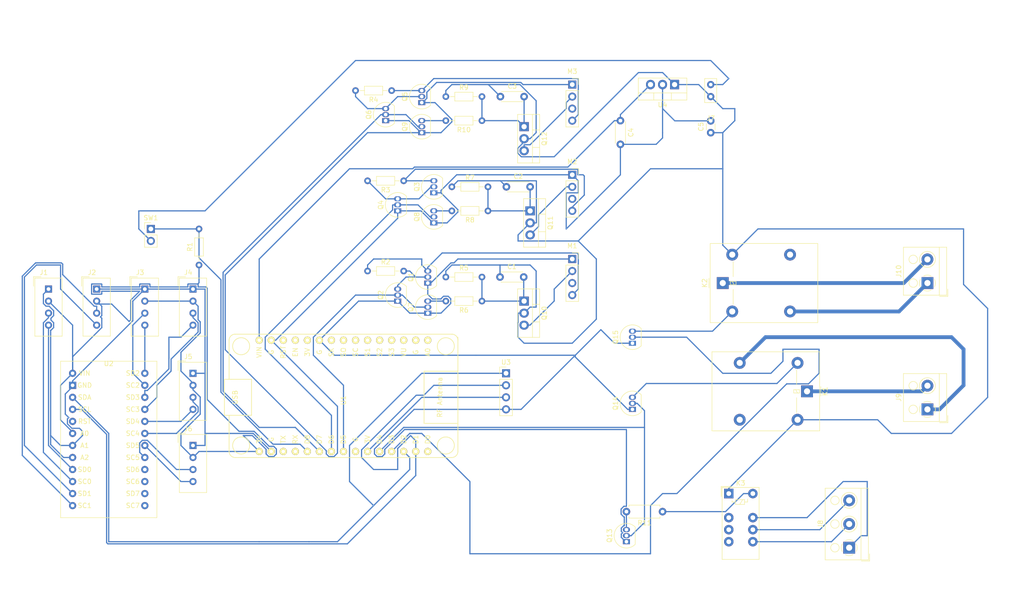
<source format=kicad_pcb>
(kicad_pcb (version 20171130) (host pcbnew "(5.1.10)-1")

  (general
    (thickness 1.6)
    (drawings 4)
    (tracks 566)
    (zones 0)
    (modules 52)
    (nets 78)
  )

  (page A4)
  (layers
    (0 F.Cu signal)
    (31 B.Cu signal)
    (32 B.Adhes user)
    (33 F.Adhes user)
    (34 B.Paste user)
    (35 F.Paste user)
    (36 B.SilkS user)
    (37 F.SilkS user)
    (38 B.Mask user)
    (39 F.Mask user)
    (40 Dwgs.User user)
    (41 Cmts.User user)
    (42 Eco1.User user)
    (43 Eco2.User user)
    (44 Edge.Cuts user)
    (45 Margin user)
    (46 B.CrtYd user)
    (47 F.CrtYd user)
    (48 B.Fab user)
    (49 F.Fab user)
  )

  (setup
    (last_trace_width 0.25)
    (user_trace_width 0.8)
    (trace_clearance 0.2)
    (zone_clearance 0.508)
    (zone_45_only no)
    (trace_min 0.2)
    (via_size 0.8)
    (via_drill 0.4)
    (via_min_size 0.4)
    (via_min_drill 0.3)
    (uvia_size 0.3)
    (uvia_drill 0.1)
    (uvias_allowed no)
    (uvia_min_size 0.2)
    (uvia_min_drill 0.1)
    (edge_width 0.05)
    (segment_width 0.2)
    (pcb_text_width 0.3)
    (pcb_text_size 1.5 1.5)
    (mod_edge_width 0.12)
    (mod_text_size 1 1)
    (mod_text_width 0.15)
    (pad_size 1.524 1.524)
    (pad_drill 0.762)
    (pad_to_mask_clearance 0)
    (aux_axis_origin 0 0)
    (visible_elements 7FFFFFFF)
    (pcbplotparams
      (layerselection 0x010fc_ffffffff)
      (usegerberextensions false)
      (usegerberattributes true)
      (usegerberadvancedattributes true)
      (creategerberjobfile true)
      (excludeedgelayer true)
      (linewidth 0.100000)
      (plotframeref false)
      (viasonmask false)
      (mode 1)
      (useauxorigin false)
      (hpglpennumber 1)
      (hpglpenspeed 20)
      (hpglpendiameter 15.000000)
      (psnegative false)
      (psa4output false)
      (plotreference true)
      (plotvalue true)
      (plotinvisibletext false)
      (padsonsilk false)
      (subtractmaskfromsilk false)
      (outputformat 1)
      (mirror false)
      (drillshape 1)
      (scaleselection 1)
      (outputdirectory ""))
  )

  (net 0 "")
  (net 1 "Net-(J8-Pad1)")
  (net 2 "Net-(J8-Pad2)")
  (net 3 "Net-(J8-Pad3)")
  (net 4 "Net-(J9-Pad2)")
  (net 5 "Net-(J9-Pad1)")
  (net 6 "Net-(J10-Pad1)")
  (net 7 "Net-(J10-Pad2)")
  (net 8 "Net-(K1-Pad2)")
  (net 9 "Net-(K1-Pad4)")
  (net 10 "Net-(C1-Pad1)")
  (net 11 "Net-(K2-Pad4)")
  (net 12 "Net-(K2-Pad2)")
  (net 13 GND)
  (net 14 "Net-(M1-Pad2)")
  (net 15 "Net-(M1-Pad3)")
  (net 16 "Net-(M1-Pad4)")
  (net 17 "Net-(M2-Pad4)")
  (net 18 "Net-(M2-Pad3)")
  (net 19 "Net-(M2-Pad2)")
  (net 20 "Net-(M3-Pad2)")
  (net 21 "Net-(M3-Pad3)")
  (net 22 "Net-(M3-Pad4)")
  (net 23 "Net-(Q1-Pad2)")
  (net 24 "Net-(Q2-Pad2)")
  (net 25 "Net-(Q3-Pad2)")
  (net 26 "Net-(Q4-Pad2)")
  (net 27 "Net-(Q5-Pad2)")
  (net 28 "Net-(Q6-Pad2)")
  (net 29 "Net-(Q7-Pad3)")
  (net 30 "Net-(Q8-Pad3)")
  (net 31 "Net-(Q9-Pad3)")
  (net 32 "Net-(C1-Pad2)")
  (net 33 "Net-(C2-Pad2)")
  (net 34 "Net-(C3-Pad2)")
  (net 35 "Net-(Q13-Pad2)")
  (net 36 "Net-(Q13-Pad3)")
  (net 37 "Net-(Q15-Pad2)")
  (net 38 "Net-(R1-Pad2)")
  (net 39 "Net-(J1-Pad4)")
  (net 40 "Net-(J1-Pad3)")
  (net 41 "Net-(J2-Pad4)")
  (net 42 "Net-(J2-Pad3)")
  (net 43 "Net-(J3-Pad4)")
  (net 44 "Net-(J3-Pad3)")
  (net 45 "Net-(J4-Pad4)")
  (net 46 "Net-(J4-Pad3)")
  (net 47 "Net-(J5-Pad4)")
  (net 48 "Net-(J5-Pad3)")
  (net 49 "Net-(J6-Pad4)")
  (net 50 "Net-(J6-Pad3)")
  (net 51 "Net-(U2-Pad14)")
  (net 52 "Net-(U2-Pad15)")
  (net 53 "Net-(U2-Pad16)")
  (net 54 "Net-(U2-Pad17)")
  (net 55 "Net-(U1-Pad29)")
  (net 56 "Net-(U1-Pad28)")
  (net 57 "Net-(J1-Pad2)")
  (net 58 "Net-(U2-Pad24)")
  (net 59 "Net-(C4-Pad1)")
  (net 60 "Net-(U1-Pad1)")
  (net 61 "Net-(U1-Pad2)")
  (net 62 "Net-(U1-Pad3)")
  (net 63 "Net-(U1-Pad4)")
  (net 64 "Net-(U1-Pad5)")
  (net 65 "Net-(U1-Pad6)")
  (net 66 "Net-(U1-Pad7)")
  (net 67 "Net-(U1-Pad8)")
  (net 68 "Net-(U1-Pad9)")
  (net 69 "Net-(U1-Pad12)")
  (net 70 "Net-(U1-Pad13)")
  (net 71 "Net-(U1-Pad18)")
  (net 72 "Net-(U1-Pad19)")
  (net 73 "Net-(U1-Pad30)")
  (net 74 "Net-(K3-Pad12)")
  (net 75 "Net-(K3-Pad4)")
  (net 76 "Net-(K3-Pad3)")
  (net 77 "Net-(K3-Pad5)")

  (net_class Default "This is the default net class."
    (clearance 0.2)
    (trace_width 0.25)
    (via_dia 0.8)
    (via_drill 0.4)
    (uvia_dia 0.3)
    (uvia_drill 0.1)
    (add_net GND)
    (add_net "Net-(C1-Pad1)")
    (add_net "Net-(C1-Pad2)")
    (add_net "Net-(C2-Pad2)")
    (add_net "Net-(C3-Pad2)")
    (add_net "Net-(C4-Pad1)")
    (add_net "Net-(J1-Pad2)")
    (add_net "Net-(J1-Pad3)")
    (add_net "Net-(J1-Pad4)")
    (add_net "Net-(J10-Pad1)")
    (add_net "Net-(J10-Pad2)")
    (add_net "Net-(J2-Pad3)")
    (add_net "Net-(J2-Pad4)")
    (add_net "Net-(J3-Pad3)")
    (add_net "Net-(J3-Pad4)")
    (add_net "Net-(J4-Pad3)")
    (add_net "Net-(J4-Pad4)")
    (add_net "Net-(J5-Pad3)")
    (add_net "Net-(J5-Pad4)")
    (add_net "Net-(J6-Pad3)")
    (add_net "Net-(J6-Pad4)")
    (add_net "Net-(J8-Pad1)")
    (add_net "Net-(J8-Pad2)")
    (add_net "Net-(J8-Pad3)")
    (add_net "Net-(J9-Pad1)")
    (add_net "Net-(J9-Pad2)")
    (add_net "Net-(K1-Pad2)")
    (add_net "Net-(K1-Pad4)")
    (add_net "Net-(K2-Pad2)")
    (add_net "Net-(K2-Pad4)")
    (add_net "Net-(K3-Pad12)")
    (add_net "Net-(K3-Pad3)")
    (add_net "Net-(K3-Pad4)")
    (add_net "Net-(K3-Pad5)")
    (add_net "Net-(M1-Pad2)")
    (add_net "Net-(M1-Pad3)")
    (add_net "Net-(M1-Pad4)")
    (add_net "Net-(M2-Pad2)")
    (add_net "Net-(M2-Pad3)")
    (add_net "Net-(M2-Pad4)")
    (add_net "Net-(M3-Pad2)")
    (add_net "Net-(M3-Pad3)")
    (add_net "Net-(M3-Pad4)")
    (add_net "Net-(Q1-Pad2)")
    (add_net "Net-(Q13-Pad2)")
    (add_net "Net-(Q13-Pad3)")
    (add_net "Net-(Q15-Pad2)")
    (add_net "Net-(Q2-Pad2)")
    (add_net "Net-(Q3-Pad2)")
    (add_net "Net-(Q4-Pad2)")
    (add_net "Net-(Q5-Pad2)")
    (add_net "Net-(Q6-Pad2)")
    (add_net "Net-(Q7-Pad3)")
    (add_net "Net-(Q8-Pad3)")
    (add_net "Net-(Q9-Pad3)")
    (add_net "Net-(R1-Pad2)")
    (add_net "Net-(U1-Pad1)")
    (add_net "Net-(U1-Pad12)")
    (add_net "Net-(U1-Pad13)")
    (add_net "Net-(U1-Pad18)")
    (add_net "Net-(U1-Pad19)")
    (add_net "Net-(U1-Pad2)")
    (add_net "Net-(U1-Pad28)")
    (add_net "Net-(U1-Pad29)")
    (add_net "Net-(U1-Pad3)")
    (add_net "Net-(U1-Pad30)")
    (add_net "Net-(U1-Pad4)")
    (add_net "Net-(U1-Pad5)")
    (add_net "Net-(U1-Pad6)")
    (add_net "Net-(U1-Pad7)")
    (add_net "Net-(U1-Pad8)")
    (add_net "Net-(U1-Pad9)")
    (add_net "Net-(U2-Pad14)")
    (add_net "Net-(U2-Pad15)")
    (add_net "Net-(U2-Pad16)")
    (add_net "Net-(U2-Pad17)")
    (add_net "Net-(U2-Pad24)")
  )

  (module Relay_THT:Relay_SPDT_Omron-G5LE-1 (layer F.Cu) (tedit 5AE38B37) (tstamp 616C71DA)
    (at 220.98 107.95 270)
    (descr "Omron Relay SPDT, http://www.omron.com/ecb/products/pdf/en-g5le.pdf")
    (tags "Omron Relay SPDT")
    (path /6163B3CC)
    (fp_text reference K1 (at 0 -3.8 90) (layer F.SilkS)
      (effects (font (size 1 1) (thickness 0.15)))
    )
    (fp_text value G5LE-1 (at 0 20.95 90) (layer F.Fab)
      (effects (font (size 1 1) (thickness 0.15)))
    )
    (fp_line (start 0 -1.55) (end 1 -2.55) (layer F.Fab) (width 0.1))
    (fp_line (start 1 -2.55) (end 8.25 -2.55) (layer F.Fab) (width 0.1))
    (fp_line (start 8.25 -2.55) (end 8.25 19.95) (layer F.Fab) (width 0.1))
    (fp_line (start 8.25 19.95) (end -8.25 19.95) (layer F.Fab) (width 0.1))
    (fp_line (start -8.25 19.95) (end -8.25 -2.55) (layer F.Fab) (width 0.1))
    (fp_line (start -8.25 -2.55) (end -1 -2.55) (layer F.Fab) (width 0.1))
    (fp_line (start -1 -2.55) (end 0 -1.55) (layer F.Fab) (width 0.1))
    (fp_line (start -4.5 2) (end 4.5 2) (layer F.Fab) (width 0.1))
    (fp_line (start 8.35 20.05) (end 8.35 -2.65) (layer F.SilkS) (width 0.12))
    (fp_line (start 8.35 -2.65) (end -8.35 -2.65) (layer F.SilkS) (width 0.12))
    (fp_line (start -8.35 -2.65) (end -8.35 20.05) (layer F.SilkS) (width 0.12))
    (fp_line (start -8.35 20.05) (end 8.35 20.05) (layer F.SilkS) (width 0.12))
    (fp_line (start -0.35 2.4) (end 0.35 2) (layer F.SilkS) (width 0.12))
    (fp_line (start 0.35 2.8) (end 0.35 1.6) (layer F.SilkS) (width 0.12))
    (fp_line (start 0.35 1.6) (end -0.35 1.6) (layer F.SilkS) (width 0.12))
    (fp_line (start -0.35 1.6) (end -0.35 2.8) (layer F.SilkS) (width 0.12))
    (fp_line (start -0.35 2.8) (end 0.35 2.8) (layer F.SilkS) (width 0.12))
    (fp_line (start -1 -2.91) (end 1 -2.91) (layer F.SilkS) (width 0.12))
    (fp_line (start -4.5 2.2) (end -1.35 2.2) (layer F.SilkS) (width 0.12))
    (fp_line (start 1.35 2.2) (end 4.5 2.2) (layer F.SilkS) (width 0.12))
    (fp_line (start 8.5 20.2) (end 8.5 -2.8) (layer F.CrtYd) (width 0.05))
    (fp_line (start 8.5 -2.8) (end -8.5 -2.8) (layer F.CrtYd) (width 0.05))
    (fp_line (start -8.5 -2.8) (end -8.5 20.2) (layer F.CrtYd) (width 0.05))
    (fp_line (start -8.5 20.2) (end 8.5 20.2) (layer F.CrtYd) (width 0.05))
    (fp_text user %R (at 0 8.7) (layer F.Fab)
      (effects (font (size 1 1) (thickness 0.15)))
    )
    (pad 1 thru_hole rect (at 0 0 270) (size 2.5 2.5) (drill 1.3) (layers *.Cu *.Mask)
      (net 4 "Net-(J9-Pad2)"))
    (pad 2 thru_hole oval (at -6 2 270) (size 2.5 2.5) (drill 1.3) (layers *.Cu *.Mask)
      (net 8 "Net-(K1-Pad2)"))
    (pad 3 thru_hole oval (at -6 14.2 270) (size 2.5 2.5) (drill 1.3) (layers *.Cu *.Mask)
      (net 5 "Net-(J9-Pad1)"))
    (pad 4 thru_hole oval (at 6 14.2 270) (size 2.5 2.5) (drill 1.3) (layers *.Cu *.Mask)
      (net 9 "Net-(K1-Pad4)"))
    (pad 5 thru_hole oval (at 6 2 270) (size 2.5 2.5) (drill 1.3) (layers *.Cu *.Mask)
      (net 10 "Net-(C1-Pad1)"))
    (model ${KISYS3DMOD}/Relay_THT.3dshapes/Relay_SPDT_Omron-G5LE-1.wrl
      (at (xyz 0 0 0))
      (scale (xyz 1 1 1))
      (rotate (xyz 0 0 0))
    )
  )

  (module Capacitor_THT:C_Disc_D4.3mm_W1.9mm_P5.00mm (layer F.Cu) (tedit 5AE50EF0) (tstamp 616C704B)
    (at 157.56 64.77)
    (descr "C, Disc series, Radial, pin pitch=5.00mm, , diameter*width=4.3*1.9mm^2, Capacitor, http://www.vishay.com/docs/45233/krseries.pdf")
    (tags "C Disc series Radial pin pitch 5.00mm  diameter 4.3mm width 1.9mm Capacitor")
    (path /61A47AE0)
    (fp_text reference C2 (at 2.5 -2.2) (layer F.SilkS)
      (effects (font (size 1 1) (thickness 0.15)))
    )
    (fp_text value 100NF (at 2.5 2.2) (layer F.Fab)
      (effects (font (size 1 1) (thickness 0.15)))
    )
    (fp_line (start 6.05 -1.2) (end -1.05 -1.2) (layer F.CrtYd) (width 0.05))
    (fp_line (start 6.05 1.2) (end 6.05 -1.2) (layer F.CrtYd) (width 0.05))
    (fp_line (start -1.05 1.2) (end 6.05 1.2) (layer F.CrtYd) (width 0.05))
    (fp_line (start -1.05 -1.2) (end -1.05 1.2) (layer F.CrtYd) (width 0.05))
    (fp_line (start 4.77 1.055) (end 4.77 1.07) (layer F.SilkS) (width 0.12))
    (fp_line (start 4.77 -1.07) (end 4.77 -1.055) (layer F.SilkS) (width 0.12))
    (fp_line (start 0.23 1.055) (end 0.23 1.07) (layer F.SilkS) (width 0.12))
    (fp_line (start 0.23 -1.07) (end 0.23 -1.055) (layer F.SilkS) (width 0.12))
    (fp_line (start 0.23 1.07) (end 4.77 1.07) (layer F.SilkS) (width 0.12))
    (fp_line (start 0.23 -1.07) (end 4.77 -1.07) (layer F.SilkS) (width 0.12))
    (fp_line (start 4.65 -0.95) (end 0.35 -0.95) (layer F.Fab) (width 0.1))
    (fp_line (start 4.65 0.95) (end 4.65 -0.95) (layer F.Fab) (width 0.1))
    (fp_line (start 0.35 0.95) (end 4.65 0.95) (layer F.Fab) (width 0.1))
    (fp_line (start 0.35 -0.95) (end 0.35 0.95) (layer F.Fab) (width 0.1))
    (fp_text user %R (at 2.5 0) (layer F.Fab)
      (effects (font (size 0.86 0.86) (thickness 0.129)))
    )
    (pad 2 thru_hole circle (at 5 0) (size 1.6 1.6) (drill 0.8) (layers *.Cu *.Mask)
      (net 33 "Net-(C2-Pad2)"))
    (pad 1 thru_hole circle (at 0 0) (size 1.6 1.6) (drill 0.8) (layers *.Cu *.Mask)
      (net 10 "Net-(C1-Pad1)"))
    (model ${KISYS3DMOD}/Capacitor_THT.3dshapes/C_Disc_D4.3mm_W1.9mm_P5.00mm.wrl
      (at (xyz 0 0 0))
      (scale (xyz 1 1 1))
      (rotate (xyz 0 0 0))
    )
  )

  (module Package_TO_SOT_THT:TO-92_Inline (layer F.Cu) (tedit 5A1DD157) (tstamp 616C72F9)
    (at 142.24 72.39 90)
    (descr "TO-92 leads in-line, narrow, oval pads, drill 0.75mm (see NXP sot054_po.pdf)")
    (tags "to-92 sc-43 sc-43a sot54 PA33 transistor")
    (path /61A47AEC)
    (fp_text reference Q8 (at 1.27 -3.56 90) (layer F.SilkS)
      (effects (font (size 1 1) (thickness 0.15)))
    )
    (fp_text value 2N7000 (at 1.27 2.79 90) (layer F.Fab)
      (effects (font (size 1 1) (thickness 0.15)))
    )
    (fp_line (start 4 2.01) (end -1.46 2.01) (layer F.CrtYd) (width 0.05))
    (fp_line (start 4 2.01) (end 4 -2.73) (layer F.CrtYd) (width 0.05))
    (fp_line (start -1.46 -2.73) (end -1.46 2.01) (layer F.CrtYd) (width 0.05))
    (fp_line (start -1.46 -2.73) (end 4 -2.73) (layer F.CrtYd) (width 0.05))
    (fp_line (start -0.5 1.75) (end 3 1.75) (layer F.Fab) (width 0.1))
    (fp_line (start -0.53 1.85) (end 3.07 1.85) (layer F.SilkS) (width 0.12))
    (fp_arc (start 1.27 0) (end 1.27 -2.6) (angle 135) (layer F.SilkS) (width 0.12))
    (fp_arc (start 1.27 0) (end 1.27 -2.48) (angle -135) (layer F.Fab) (width 0.1))
    (fp_arc (start 1.27 0) (end 1.27 -2.6) (angle -135) (layer F.SilkS) (width 0.12))
    (fp_arc (start 1.27 0) (end 1.27 -2.48) (angle 135) (layer F.Fab) (width 0.1))
    (fp_text user %R (at 1.27 0 90) (layer F.Fab)
      (effects (font (size 1 1) (thickness 0.15)))
    )
    (pad 1 thru_hole rect (at 0 0 90) (size 1.05 1.5) (drill 0.75) (layers *.Cu *.Mask)
      (net 13 GND))
    (pad 3 thru_hole oval (at 2.54 0 90) (size 1.05 1.5) (drill 0.75) (layers *.Cu *.Mask)
      (net 30 "Net-(Q8-Pad3)"))
    (pad 2 thru_hole oval (at 1.27 0 90) (size 1.05 1.5) (drill 0.75) (layers *.Cu *.Mask)
      (net 26 "Net-(Q4-Pad2)"))
    (model ${KISYS3DMOD}/Package_TO_SOT_THT.3dshapes/TO-92_Inline.wrl
      (at (xyz 0 0 0))
      (scale (xyz 1 1 1))
      (rotate (xyz 0 0 0))
    )
  )

  (module Resistor_THT:R_Axial_DIN0204_L3.6mm_D1.6mm_P7.62mm_Horizontal (layer F.Cu) (tedit 5AE5139B) (tstamp 616C73D4)
    (at 135.89 63.5 180)
    (descr "Resistor, Axial_DIN0204 series, Axial, Horizontal, pin pitch=7.62mm, 0.167W, length*diameter=3.6*1.6mm^2, http://cdn-reichelt.de/documents/datenblatt/B400/1_4W%23YAG.pdf")
    (tags "Resistor Axial_DIN0204 series Axial Horizontal pin pitch 7.62mm 0.167W length 3.6mm diameter 1.6mm")
    (path /61A47B29)
    (fp_text reference R3 (at 3.81 -1.92) (layer F.SilkS)
      (effects (font (size 1 1) (thickness 0.15)))
    )
    (fp_text value 4K7 (at 3.81 1.92) (layer F.Fab)
      (effects (font (size 1 1) (thickness 0.15)))
    )
    (fp_line (start 2.01 -0.8) (end 2.01 0.8) (layer F.Fab) (width 0.1))
    (fp_line (start 2.01 0.8) (end 5.61 0.8) (layer F.Fab) (width 0.1))
    (fp_line (start 5.61 0.8) (end 5.61 -0.8) (layer F.Fab) (width 0.1))
    (fp_line (start 5.61 -0.8) (end 2.01 -0.8) (layer F.Fab) (width 0.1))
    (fp_line (start 0 0) (end 2.01 0) (layer F.Fab) (width 0.1))
    (fp_line (start 7.62 0) (end 5.61 0) (layer F.Fab) (width 0.1))
    (fp_line (start 1.89 -0.92) (end 1.89 0.92) (layer F.SilkS) (width 0.12))
    (fp_line (start 1.89 0.92) (end 5.73 0.92) (layer F.SilkS) (width 0.12))
    (fp_line (start 5.73 0.92) (end 5.73 -0.92) (layer F.SilkS) (width 0.12))
    (fp_line (start 5.73 -0.92) (end 1.89 -0.92) (layer F.SilkS) (width 0.12))
    (fp_line (start 0.94 0) (end 1.89 0) (layer F.SilkS) (width 0.12))
    (fp_line (start 6.68 0) (end 5.73 0) (layer F.SilkS) (width 0.12))
    (fp_line (start -0.95 -1.05) (end -0.95 1.05) (layer F.CrtYd) (width 0.05))
    (fp_line (start -0.95 1.05) (end 8.57 1.05) (layer F.CrtYd) (width 0.05))
    (fp_line (start 8.57 1.05) (end 8.57 -1.05) (layer F.CrtYd) (width 0.05))
    (fp_line (start 8.57 -1.05) (end -0.95 -1.05) (layer F.CrtYd) (width 0.05))
    (fp_text user %R (at 3.81 0) (layer F.Fab)
      (effects (font (size 0.72 0.72) (thickness 0.108)))
    )
    (pad 1 thru_hole circle (at 0 0 180) (size 1.4 1.4) (drill 0.7) (layers *.Cu *.Mask)
      (net 17 "Net-(M2-Pad4)"))
    (pad 2 thru_hole oval (at 7.62 0 180) (size 1.4 1.4) (drill 0.7) (layers *.Cu *.Mask)
      (net 25 "Net-(Q3-Pad2)"))
    (model ${KISYS3DMOD}/Resistor_THT.3dshapes/R_Axial_DIN0204_L3.6mm_D1.6mm_P7.62mm_Horizontal.wrl
      (at (xyz 0 0 0))
      (scale (xyz 1 1 1))
      (rotate (xyz 0 0 0))
    )
  )

  (module Package_TO_SOT_THT:TO-220-3_Vertical (layer F.Cu) (tedit 5AC8BA0D) (tstamp 616C733F)
    (at 162.56 69.85 270)
    (descr "TO-220-3, Vertical, RM 2.54mm, see https://www.vishay.com/docs/66542/to-220-1.pdf")
    (tags "TO-220-3 Vertical RM 2.54mm")
    (path /61A47AD2)
    (fp_text reference Q11 (at 2.54 -4.27 90) (layer F.SilkS)
      (effects (font (size 1 1) (thickness 0.15)))
    )
    (fp_text value IRF9540N (at 2.54 2.5 90) (layer F.Fab)
      (effects (font (size 1 1) (thickness 0.15)))
    )
    (fp_line (start -2.46 -3.15) (end -2.46 1.25) (layer F.Fab) (width 0.1))
    (fp_line (start -2.46 1.25) (end 7.54 1.25) (layer F.Fab) (width 0.1))
    (fp_line (start 7.54 1.25) (end 7.54 -3.15) (layer F.Fab) (width 0.1))
    (fp_line (start 7.54 -3.15) (end -2.46 -3.15) (layer F.Fab) (width 0.1))
    (fp_line (start -2.46 -1.88) (end 7.54 -1.88) (layer F.Fab) (width 0.1))
    (fp_line (start 0.69 -3.15) (end 0.69 -1.88) (layer F.Fab) (width 0.1))
    (fp_line (start 4.39 -3.15) (end 4.39 -1.88) (layer F.Fab) (width 0.1))
    (fp_line (start -2.58 -3.27) (end 7.66 -3.27) (layer F.SilkS) (width 0.12))
    (fp_line (start -2.58 1.371) (end 7.66 1.371) (layer F.SilkS) (width 0.12))
    (fp_line (start -2.58 -3.27) (end -2.58 1.371) (layer F.SilkS) (width 0.12))
    (fp_line (start 7.66 -3.27) (end 7.66 1.371) (layer F.SilkS) (width 0.12))
    (fp_line (start -2.58 -1.76) (end 7.66 -1.76) (layer F.SilkS) (width 0.12))
    (fp_line (start 0.69 -3.27) (end 0.69 -1.76) (layer F.SilkS) (width 0.12))
    (fp_line (start 4.391 -3.27) (end 4.391 -1.76) (layer F.SilkS) (width 0.12))
    (fp_line (start -2.71 -3.4) (end -2.71 1.51) (layer F.CrtYd) (width 0.05))
    (fp_line (start -2.71 1.51) (end 7.79 1.51) (layer F.CrtYd) (width 0.05))
    (fp_line (start 7.79 1.51) (end 7.79 -3.4) (layer F.CrtYd) (width 0.05))
    (fp_line (start 7.79 -3.4) (end -2.71 -3.4) (layer F.CrtYd) (width 0.05))
    (fp_text user %R (at 2.54 -4.27 90) (layer F.Fab)
      (effects (font (size 1 1) (thickness 0.15)))
    )
    (pad 1 thru_hole rect (at 0 0 270) (size 1.905 2) (drill 1.1) (layers *.Cu *.Mask)
      (net 33 "Net-(C2-Pad2)"))
    (pad 2 thru_hole oval (at 2.54 0 270) (size 1.905 2) (drill 1.1) (layers *.Cu *.Mask)
      (net 10 "Net-(C1-Pad1)"))
    (pad 3 thru_hole oval (at 5.08 0 270) (size 1.905 2) (drill 1.1) (layers *.Cu *.Mask)
      (net 19 "Net-(M2-Pad2)"))
    (model ${KISYS3DMOD}/Package_TO_SOT_THT.3dshapes/TO-220-3_Vertical.wrl
      (at (xyz 0 0 0))
      (scale (xyz 1 1 1))
      (rotate (xyz 0 0 0))
    )
  )

  (module Package_TO_SOT_THT:TO-92_Inline (layer F.Cu) (tedit 5A1DD157) (tstamp 616C72B1)
    (at 134.62 69.85 90)
    (descr "TO-92 leads in-line, narrow, oval pads, drill 0.75mm (see NXP sot054_po.pdf)")
    (tags "to-92 sc-43 sc-43a sot54 PA33 transistor")
    (path /61A47AF2)
    (fp_text reference Q4 (at 1.27 -3.56 90) (layer F.SilkS)
      (effects (font (size 1 1) (thickness 0.15)))
    )
    (fp_text value 2N7000 (at 1.27 2.79 90) (layer F.Fab)
      (effects (font (size 1 1) (thickness 0.15)))
    )
    (fp_line (start -0.53 1.85) (end 3.07 1.85) (layer F.SilkS) (width 0.12))
    (fp_line (start -0.5 1.75) (end 3 1.75) (layer F.Fab) (width 0.1))
    (fp_line (start -1.46 -2.73) (end 4 -2.73) (layer F.CrtYd) (width 0.05))
    (fp_line (start -1.46 -2.73) (end -1.46 2.01) (layer F.CrtYd) (width 0.05))
    (fp_line (start 4 2.01) (end 4 -2.73) (layer F.CrtYd) (width 0.05))
    (fp_line (start 4 2.01) (end -1.46 2.01) (layer F.CrtYd) (width 0.05))
    (fp_text user %R (at 1.27 0 90) (layer F.Fab)
      (effects (font (size 1 1) (thickness 0.15)))
    )
    (fp_arc (start 1.27 0) (end 1.27 -2.48) (angle 135) (layer F.Fab) (width 0.1))
    (fp_arc (start 1.27 0) (end 1.27 -2.6) (angle -135) (layer F.SilkS) (width 0.12))
    (fp_arc (start 1.27 0) (end 1.27 -2.48) (angle -135) (layer F.Fab) (width 0.1))
    (fp_arc (start 1.27 0) (end 1.27 -2.6) (angle 135) (layer F.SilkS) (width 0.12))
    (pad 2 thru_hole oval (at 1.27 0 90) (size 1.05 1.5) (drill 0.75) (layers *.Cu *.Mask)
      (net 26 "Net-(Q4-Pad2)"))
    (pad 3 thru_hole oval (at 2.54 0 90) (size 1.05 1.5) (drill 0.75) (layers *.Cu *.Mask)
      (net 25 "Net-(Q3-Pad2)"))
    (pad 1 thru_hole rect (at 0 0 90) (size 1.05 1.5) (drill 0.75) (layers *.Cu *.Mask)
      (net 13 GND))
    (model ${KISYS3DMOD}/Package_TO_SOT_THT.3dshapes/TO-92_Inline.wrl
      (at (xyz 0 0 0))
      (scale (xyz 1 1 1))
      (rotate (xyz 0 0 0))
    )
  )

  (module Package_TO_SOT_THT:TO-92_Inline (layer F.Cu) (tedit 5A1DD157) (tstamp 616C729F)
    (at 142.24 66.04 90)
    (descr "TO-92 leads in-line, narrow, oval pads, drill 0.75mm (see NXP sot054_po.pdf)")
    (tags "to-92 sc-43 sc-43a sot54 PA33 transistor")
    (path /61A47AF8)
    (fp_text reference Q3 (at 1.27 -3.56 90) (layer F.SilkS)
      (effects (font (size 1 1) (thickness 0.15)))
    )
    (fp_text value 2N7000 (at 1.27 2.79 90) (layer F.Fab)
      (effects (font (size 1 1) (thickness 0.15)))
    )
    (fp_line (start 4 2.01) (end -1.46 2.01) (layer F.CrtYd) (width 0.05))
    (fp_line (start 4 2.01) (end 4 -2.73) (layer F.CrtYd) (width 0.05))
    (fp_line (start -1.46 -2.73) (end -1.46 2.01) (layer F.CrtYd) (width 0.05))
    (fp_line (start -1.46 -2.73) (end 4 -2.73) (layer F.CrtYd) (width 0.05))
    (fp_line (start -0.5 1.75) (end 3 1.75) (layer F.Fab) (width 0.1))
    (fp_line (start -0.53 1.85) (end 3.07 1.85) (layer F.SilkS) (width 0.12))
    (fp_arc (start 1.27 0) (end 1.27 -2.6) (angle 135) (layer F.SilkS) (width 0.12))
    (fp_arc (start 1.27 0) (end 1.27 -2.48) (angle -135) (layer F.Fab) (width 0.1))
    (fp_arc (start 1.27 0) (end 1.27 -2.6) (angle -135) (layer F.SilkS) (width 0.12))
    (fp_arc (start 1.27 0) (end 1.27 -2.48) (angle 135) (layer F.Fab) (width 0.1))
    (fp_text user %R (at 1.27 0 90) (layer F.Fab)
      (effects (font (size 1 1) (thickness 0.15)))
    )
    (pad 1 thru_hole rect (at 0 0 90) (size 1.05 1.5) (drill 0.75) (layers *.Cu *.Mask)
      (net 13 GND))
    (pad 3 thru_hole oval (at 2.54 0 90) (size 1.05 1.5) (drill 0.75) (layers *.Cu *.Mask)
      (net 17 "Net-(M2-Pad4)"))
    (pad 2 thru_hole oval (at 1.27 0 90) (size 1.05 1.5) (drill 0.75) (layers *.Cu *.Mask)
      (net 25 "Net-(Q3-Pad2)"))
    (model ${KISYS3DMOD}/Package_TO_SOT_THT.3dshapes/TO-92_Inline.wrl
      (at (xyz 0 0 0))
      (scale (xyz 1 1 1))
      (rotate (xyz 0 0 0))
    )
  )

  (module Resistor_THT:R_Axial_DIN0204_L3.6mm_D1.6mm_P7.62mm_Horizontal (layer F.Cu) (tedit 5AE5139B) (tstamp 616C7430)
    (at 146.05 64.77)
    (descr "Resistor, Axial_DIN0204 series, Axial, Horizontal, pin pitch=7.62mm, 0.167W, length*diameter=3.6*1.6mm^2, http://cdn-reichelt.de/documents/datenblatt/B400/1_4W%23YAG.pdf")
    (tags "Resistor Axial_DIN0204 series Axial Horizontal pin pitch 7.62mm 0.167W length 3.6mm diameter 1.6mm")
    (path /61A47AD9)
    (fp_text reference R7 (at 3.81 -1.92) (layer F.SilkS)
      (effects (font (size 1 1) (thickness 0.15)))
    )
    (fp_text value 3K9 (at 3.81 1.92) (layer F.Fab)
      (effects (font (size 1 1) (thickness 0.15)))
    )
    (fp_line (start 8.57 -1.05) (end -0.95 -1.05) (layer F.CrtYd) (width 0.05))
    (fp_line (start 8.57 1.05) (end 8.57 -1.05) (layer F.CrtYd) (width 0.05))
    (fp_line (start -0.95 1.05) (end 8.57 1.05) (layer F.CrtYd) (width 0.05))
    (fp_line (start -0.95 -1.05) (end -0.95 1.05) (layer F.CrtYd) (width 0.05))
    (fp_line (start 6.68 0) (end 5.73 0) (layer F.SilkS) (width 0.12))
    (fp_line (start 0.94 0) (end 1.89 0) (layer F.SilkS) (width 0.12))
    (fp_line (start 5.73 -0.92) (end 1.89 -0.92) (layer F.SilkS) (width 0.12))
    (fp_line (start 5.73 0.92) (end 5.73 -0.92) (layer F.SilkS) (width 0.12))
    (fp_line (start 1.89 0.92) (end 5.73 0.92) (layer F.SilkS) (width 0.12))
    (fp_line (start 1.89 -0.92) (end 1.89 0.92) (layer F.SilkS) (width 0.12))
    (fp_line (start 7.62 0) (end 5.61 0) (layer F.Fab) (width 0.1))
    (fp_line (start 0 0) (end 2.01 0) (layer F.Fab) (width 0.1))
    (fp_line (start 5.61 -0.8) (end 2.01 -0.8) (layer F.Fab) (width 0.1))
    (fp_line (start 5.61 0.8) (end 5.61 -0.8) (layer F.Fab) (width 0.1))
    (fp_line (start 2.01 0.8) (end 5.61 0.8) (layer F.Fab) (width 0.1))
    (fp_line (start 2.01 -0.8) (end 2.01 0.8) (layer F.Fab) (width 0.1))
    (fp_text user %R (at 3.81 0) (layer F.Fab)
      (effects (font (size 0.72 0.72) (thickness 0.108)))
    )
    (pad 2 thru_hole oval (at 7.62 0) (size 1.4 1.4) (drill 0.7) (layers *.Cu *.Mask)
      (net 33 "Net-(C2-Pad2)"))
    (pad 1 thru_hole circle (at 0 0) (size 1.4 1.4) (drill 0.7) (layers *.Cu *.Mask)
      (net 10 "Net-(C1-Pad1)"))
    (model ${KISYS3DMOD}/Resistor_THT.3dshapes/R_Axial_DIN0204_L3.6mm_D1.6mm_P7.62mm_Horizontal.wrl
      (at (xyz 0 0 0))
      (scale (xyz 1 1 1))
      (rotate (xyz 0 0 0))
    )
  )

  (module Resistor_THT:R_Axial_DIN0204_L3.6mm_D1.6mm_P7.62mm_Horizontal (layer F.Cu) (tedit 5AE5139B) (tstamp 616C7447)
    (at 153.67 69.85 180)
    (descr "Resistor, Axial_DIN0204 series, Axial, Horizontal, pin pitch=7.62mm, 0.167W, length*diameter=3.6*1.6mm^2, http://cdn-reichelt.de/documents/datenblatt/B400/1_4W%23YAG.pdf")
    (tags "Resistor Axial_DIN0204 series Axial Horizontal pin pitch 7.62mm 0.167W length 3.6mm diameter 1.6mm")
    (path /61A47AE6)
    (fp_text reference R8 (at 3.81 -1.92) (layer F.SilkS)
      (effects (font (size 1 1) (thickness 0.15)))
    )
    (fp_text value 1K1 (at 3.81 1.92) (layer F.Fab)
      (effects (font (size 1 1) (thickness 0.15)))
    )
    (fp_line (start 2.01 -0.8) (end 2.01 0.8) (layer F.Fab) (width 0.1))
    (fp_line (start 2.01 0.8) (end 5.61 0.8) (layer F.Fab) (width 0.1))
    (fp_line (start 5.61 0.8) (end 5.61 -0.8) (layer F.Fab) (width 0.1))
    (fp_line (start 5.61 -0.8) (end 2.01 -0.8) (layer F.Fab) (width 0.1))
    (fp_line (start 0 0) (end 2.01 0) (layer F.Fab) (width 0.1))
    (fp_line (start 7.62 0) (end 5.61 0) (layer F.Fab) (width 0.1))
    (fp_line (start 1.89 -0.92) (end 1.89 0.92) (layer F.SilkS) (width 0.12))
    (fp_line (start 1.89 0.92) (end 5.73 0.92) (layer F.SilkS) (width 0.12))
    (fp_line (start 5.73 0.92) (end 5.73 -0.92) (layer F.SilkS) (width 0.12))
    (fp_line (start 5.73 -0.92) (end 1.89 -0.92) (layer F.SilkS) (width 0.12))
    (fp_line (start 0.94 0) (end 1.89 0) (layer F.SilkS) (width 0.12))
    (fp_line (start 6.68 0) (end 5.73 0) (layer F.SilkS) (width 0.12))
    (fp_line (start -0.95 -1.05) (end -0.95 1.05) (layer F.CrtYd) (width 0.05))
    (fp_line (start -0.95 1.05) (end 8.57 1.05) (layer F.CrtYd) (width 0.05))
    (fp_line (start 8.57 1.05) (end 8.57 -1.05) (layer F.CrtYd) (width 0.05))
    (fp_line (start 8.57 -1.05) (end -0.95 -1.05) (layer F.CrtYd) (width 0.05))
    (fp_text user %R (at 3.81 0) (layer F.Fab)
      (effects (font (size 0.72 0.72) (thickness 0.108)))
    )
    (pad 1 thru_hole circle (at 0 0 180) (size 1.4 1.4) (drill 0.7) (layers *.Cu *.Mask)
      (net 33 "Net-(C2-Pad2)"))
    (pad 2 thru_hole oval (at 7.62 0 180) (size 1.4 1.4) (drill 0.7) (layers *.Cu *.Mask)
      (net 30 "Net-(Q8-Pad3)"))
    (model ${KISYS3DMOD}/Resistor_THT.3dshapes/R_Axial_DIN0204_L3.6mm_D1.6mm_P7.62mm_Horizontal.wrl
      (at (xyz 0 0 0))
      (scale (xyz 1 1 1))
      (rotate (xyz 0 0 0))
    )
  )

  (module Connector_PinSocket_2.54mm:PinSocket_1x04_P2.54mm_Vertical (layer F.Cu) (tedit 5A19A429) (tstamp 616C7251)
    (at 171.45 62.23)
    (descr "Through hole straight socket strip, 1x04, 2.54mm pitch, single row (from Kicad 4.0.7), script generated")
    (tags "Through hole socket strip THT 1x04 2.54mm single row")
    (path /6184558A)
    (fp_text reference M2 (at 0 -2.77) (layer F.SilkS)
      (effects (font (size 1 1) (thickness 0.15)))
    )
    (fp_text value FAN1 (at 0 10.39) (layer F.Fab)
      (effects (font (size 1 1) (thickness 0.15)))
    )
    (fp_line (start -1.8 9.4) (end -1.8 -1.8) (layer F.CrtYd) (width 0.05))
    (fp_line (start 1.75 9.4) (end -1.8 9.4) (layer F.CrtYd) (width 0.05))
    (fp_line (start 1.75 -1.8) (end 1.75 9.4) (layer F.CrtYd) (width 0.05))
    (fp_line (start -1.8 -1.8) (end 1.75 -1.8) (layer F.CrtYd) (width 0.05))
    (fp_line (start 0 -1.33) (end 1.33 -1.33) (layer F.SilkS) (width 0.12))
    (fp_line (start 1.33 -1.33) (end 1.33 0) (layer F.SilkS) (width 0.12))
    (fp_line (start 1.33 1.27) (end 1.33 8.95) (layer F.SilkS) (width 0.12))
    (fp_line (start -1.33 8.95) (end 1.33 8.95) (layer F.SilkS) (width 0.12))
    (fp_line (start -1.33 1.27) (end -1.33 8.95) (layer F.SilkS) (width 0.12))
    (fp_line (start -1.33 1.27) (end 1.33 1.27) (layer F.SilkS) (width 0.12))
    (fp_line (start -1.27 8.89) (end -1.27 -1.27) (layer F.Fab) (width 0.1))
    (fp_line (start 1.27 8.89) (end -1.27 8.89) (layer F.Fab) (width 0.1))
    (fp_line (start 1.27 -0.635) (end 1.27 8.89) (layer F.Fab) (width 0.1))
    (fp_line (start 0.635 -1.27) (end 1.27 -0.635) (layer F.Fab) (width 0.1))
    (fp_line (start -1.27 -1.27) (end 0.635 -1.27) (layer F.Fab) (width 0.1))
    (fp_text user %R (at 0 3.81 90) (layer F.Fab)
      (effects (font (size 1 1) (thickness 0.15)))
    )
    (pad 4 thru_hole oval (at 0 7.62) (size 1.7 1.7) (drill 1) (layers *.Cu *.Mask)
      (net 17 "Net-(M2-Pad4)"))
    (pad 3 thru_hole oval (at 0 5.08) (size 1.7 1.7) (drill 1) (layers *.Cu *.Mask)
      (net 18 "Net-(M2-Pad3)"))
    (pad 2 thru_hole oval (at 0 2.54) (size 1.7 1.7) (drill 1) (layers *.Cu *.Mask)
      (net 19 "Net-(M2-Pad2)"))
    (pad 1 thru_hole rect (at 0 0) (size 1.7 1.7) (drill 1) (layers *.Cu *.Mask)
      (net 13 GND))
    (model ${KISYS3DMOD}/Connector_PinSocket_2.54mm.3dshapes/PinSocket_1x04_P2.54mm_Vertical.wrl
      (at (xyz 0 0 0))
      (scale (xyz 1 1 1))
      (rotate (xyz 0 0 0))
    )
  )

  (module Package_TO_SOT_THT:TO-92_Inline (layer F.Cu) (tedit 5A1DD157) (tstamp 616C728D)
    (at 134.62 88.9 90)
    (descr "TO-92 leads in-line, narrow, oval pads, drill 0.75mm (see NXP sot054_po.pdf)")
    (tags "to-92 sc-43 sc-43a sot54 PA33 transistor")
    (path /61857B89)
    (fp_text reference Q2 (at 1.27 -3.56 90) (layer F.SilkS)
      (effects (font (size 1 1) (thickness 0.15)))
    )
    (fp_text value 2N7000 (at 1.27 2.79 90) (layer F.Fab)
      (effects (font (size 1 1) (thickness 0.15)))
    )
    (fp_line (start -0.53 1.85) (end 3.07 1.85) (layer F.SilkS) (width 0.12))
    (fp_line (start -0.5 1.75) (end 3 1.75) (layer F.Fab) (width 0.1))
    (fp_line (start -1.46 -2.73) (end 4 -2.73) (layer F.CrtYd) (width 0.05))
    (fp_line (start -1.46 -2.73) (end -1.46 2.01) (layer F.CrtYd) (width 0.05))
    (fp_line (start 4 2.01) (end 4 -2.73) (layer F.CrtYd) (width 0.05))
    (fp_line (start 4 2.01) (end -1.46 2.01) (layer F.CrtYd) (width 0.05))
    (fp_arc (start 1.27 0) (end 1.27 -2.48) (angle 135) (layer F.Fab) (width 0.1))
    (fp_arc (start 1.27 0) (end 1.27 -2.6) (angle -135) (layer F.SilkS) (width 0.12))
    (fp_arc (start 1.27 0) (end 1.27 -2.48) (angle -135) (layer F.Fab) (width 0.1))
    (fp_arc (start 1.27 0) (end 1.27 -2.6) (angle 135) (layer F.SilkS) (width 0.12))
    (pad 2 thru_hole oval (at 1.27 0 90) (size 1.05 1.5) (drill 0.75) (layers *.Cu *.Mask)
      (net 24 "Net-(Q2-Pad2)"))
    (pad 3 thru_hole oval (at 2.54 0 90) (size 1.05 1.5) (drill 0.75) (layers *.Cu *.Mask)
      (net 23 "Net-(Q1-Pad2)"))
    (pad 1 thru_hole rect (at 0 0 90) (size 1.05 1.5) (drill 0.75) (layers *.Cu *.Mask)
      (net 13 GND))
    (model ${KISYS3DMOD}/Package_TO_SOT_THT.3dshapes/TO-92_Inline.wrl
      (at (xyz 0 0 0))
      (scale (xyz 1 1 1))
      (rotate (xyz 0 0 0))
    )
  )

  (module KL:TCA9548A (layer F.Cu) (tedit 616C161C) (tstamp 616C7530)
    (at 73.66 116.84)
    (path /6133CE75)
    (fp_text reference U2 (at 0 -14.74) (layer F.SilkS)
      (effects (font (size 1 1) (thickness 0.15)))
    )
    (fp_text value TCA9548A (at 0 -15.74) (layer F.Fab)
      (effects (font (size 1 1) (thickness 0.15)))
    )
    (fp_line (start 10.16 -15.24) (end -10.16 -15.24) (layer F.SilkS) (width 0.12))
    (fp_line (start 10.16 17.78) (end 10.16 -15.24) (layer F.SilkS) (width 0.12))
    (fp_line (start -10.16 17.78) (end 10.16 17.78) (layer F.SilkS) (width 0.12))
    (fp_line (start -10.16 -15.24) (end -10.16 17.78) (layer F.SilkS) (width 0.12))
    (fp_text user VIN (at -5.08 -12.7) (layer F.SilkS)
      (effects (font (size 1 1) (thickness 0.15)))
    )
    (fp_text user GND (at -5.08 -10.16) (layer F.SilkS)
      (effects (font (size 1 1) (thickness 0.15)))
    )
    (fp_text user SDA (at -5.08 -7.62) (layer F.SilkS)
      (effects (font (size 1 1) (thickness 0.15)))
    )
    (fp_text user SCL (at -5.08 -5.08) (layer F.SilkS)
      (effects (font (size 1 1) (thickness 0.15)))
    )
    (fp_text user RST (at -5.08 -2.54) (layer F.SilkS)
      (effects (font (size 1 1) (thickness 0.15)))
    )
    (fp_text user A0 (at -5.08 0) (layer F.SilkS)
      (effects (font (size 1 1) (thickness 0.15)))
    )
    (fp_text user A1 (at -5.08 2.54) (layer F.SilkS)
      (effects (font (size 1 1) (thickness 0.15)))
    )
    (fp_text user A2 (at -5.08 5.08) (layer F.SilkS)
      (effects (font (size 1 1) (thickness 0.15)))
    )
    (fp_text user SD0 (at -5.08 7.62) (layer F.SilkS)
      (effects (font (size 1 1) (thickness 0.15)))
    )
    (fp_text user SC0 (at -5.08 10.16) (layer F.SilkS)
      (effects (font (size 1 1) (thickness 0.15)))
    )
    (fp_text user SD1 (at -5.08 12.7) (layer F.SilkS)
      (effects (font (size 1 1) (thickness 0.15)))
    )
    (fp_text user SC1 (at -5.08 15.24) (layer F.SilkS)
      (effects (font (size 1 1) (thickness 0.15)))
    )
    (fp_text user SD2 (at 5.08 -12.7) (layer F.SilkS)
      (effects (font (size 1 1) (thickness 0.15)))
    )
    (fp_text user SC2 (at 5.08 -10.16) (layer F.SilkS)
      (effects (font (size 1 1) (thickness 0.15)))
    )
    (fp_text user SD3 (at 5.08 -7.62) (layer F.SilkS)
      (effects (font (size 1 1) (thickness 0.15)))
    )
    (fp_text user SC3 (at 5.08 -5.08) (layer F.SilkS)
      (effects (font (size 1 1) (thickness 0.15)))
    )
    (fp_text user SD4 (at 5.08 -2.54) (layer F.SilkS)
      (effects (font (size 1 1) (thickness 0.15)))
    )
    (fp_text user SC4 (at 5.08 0) (layer F.SilkS)
      (effects (font (size 1 1) (thickness 0.15)))
    )
    (fp_text user SD5 (at 5.08 2.54) (layer F.SilkS)
      (effects (font (size 1 1) (thickness 0.15)))
    )
    (fp_text user SC5 (at 5.08 5.08) (layer F.SilkS)
      (effects (font (size 1 1) (thickness 0.15)))
    )
    (fp_text user SD6 (at 5.08 7.62) (layer F.SilkS)
      (effects (font (size 1 1) (thickness 0.15)))
    )
    (fp_text user SC6 (at 5.08 10.16) (layer F.SilkS)
      (effects (font (size 1 1) (thickness 0.15)))
    )
    (fp_text user SD7 (at 5.08 12.7) (layer F.SilkS)
      (effects (font (size 1 1) (thickness 0.15)))
    )
    (fp_text user SC7 (at 5.08 15.24) (layer F.SilkS)
      (effects (font (size 1 1) (thickness 0.15)))
    )
    (pad 21 thru_hole circle (at -7.62 -12.7) (size 1.524 1.524) (drill 0.762) (layers *.Cu *.Mask)
      (net 57 "Net-(J1-Pad2)"))
    (pad 9 thru_hole rect (at -7.62 -10.16) (size 1.524 1.524) (drill 0.762) (layers *.Cu *.Mask)
      (net 13 GND))
    (pad 20 thru_hole circle (at -7.62 -7.62) (size 1.524 1.524) (drill 0.762) (layers *.Cu *.Mask)
      (net 56 "Net-(U1-Pad28)"))
    (pad 19 thru_hole circle (at -7.62 -5.08) (size 1.524 1.524) (drill 0.762) (layers *.Cu *.Mask)
      (net 55 "Net-(U1-Pad29)"))
    (pad 24 thru_hole circle (at -7.62 -2.54) (size 1.524 1.524) (drill 0.762) (layers *.Cu *.Mask)
      (net 58 "Net-(U2-Pad24)"))
    (pad 22 thru_hole circle (at -7.62 0) (size 1.524 1.524) (drill 0.762) (layers *.Cu *.Mask)
      (net 57 "Net-(J1-Pad2)"))
    (pad 23 thru_hole circle (at -7.62 2.54) (size 1.524 1.524) (drill 0.762) (layers *.Cu *.Mask)
      (net 13 GND))
    (pad 18 thru_hole circle (at -7.62 5.08) (size 1.524 1.524) (drill 0.762) (layers *.Cu *.Mask)
      (net 13 GND))
    (pad 1 thru_hole circle (at -7.62 7.62) (size 1.524 1.524) (drill 0.762) (layers *.Cu *.Mask)
      (net 39 "Net-(J1-Pad4)"))
    (pad 2 thru_hole circle (at -7.62 10.16) (size 1.524 1.524) (drill 0.762) (layers *.Cu *.Mask)
      (net 40 "Net-(J1-Pad3)"))
    (pad 3 thru_hole circle (at -7.62 12.7) (size 1.524 1.524) (drill 0.762) (layers *.Cu *.Mask)
      (net 41 "Net-(J2-Pad4)"))
    (pad 4 thru_hole circle (at -7.62 15.24) (size 1.524 1.524) (drill 0.762) (layers *.Cu *.Mask)
      (net 42 "Net-(J2-Pad3)"))
    (pad 5 thru_hole circle (at 7.62 -12.7) (size 1.524 1.524) (drill 0.762) (layers *.Cu *.Mask)
      (net 43 "Net-(J3-Pad4)"))
    (pad 6 thru_hole circle (at 7.62 -10.16) (size 1.524 1.524) (drill 0.762) (layers *.Cu *.Mask)
      (net 44 "Net-(J3-Pad3)"))
    (pad 7 thru_hole circle (at 7.62 -7.62) (size 1.524 1.524) (drill 0.762) (layers *.Cu *.Mask)
      (net 45 "Net-(J4-Pad4)"))
    (pad 8 thru_hole circle (at 7.62 -5.08) (size 1.524 1.524) (drill 0.762) (layers *.Cu *.Mask)
      (net 46 "Net-(J4-Pad3)"))
    (pad 10 thru_hole circle (at 7.62 -2.54) (size 1.524 1.524) (drill 0.762) (layers *.Cu *.Mask)
      (net 47 "Net-(J5-Pad4)"))
    (pad 11 thru_hole circle (at 7.62 0) (size 1.524 1.524) (drill 0.762) (layers *.Cu *.Mask)
      (net 48 "Net-(J5-Pad3)"))
    (pad 12 thru_hole circle (at 7.62 2.54) (size 1.524 1.524) (drill 0.762) (layers *.Cu *.Mask)
      (net 49 "Net-(J6-Pad4)"))
    (pad 13 thru_hole circle (at 7.62 5.08) (size 1.524 1.524) (drill 0.762) (layers *.Cu *.Mask)
      (net 50 "Net-(J6-Pad3)"))
    (pad 14 thru_hole circle (at 7.62 7.62) (size 1.524 1.524) (drill 0.762) (layers *.Cu *.Mask)
      (net 51 "Net-(U2-Pad14)"))
    (pad 15 thru_hole circle (at 7.62 10.16) (size 1.524 1.524) (drill 0.762) (layers *.Cu *.Mask)
      (net 52 "Net-(U2-Pad15)"))
    (pad 16 thru_hole circle (at 7.62 12.7) (size 1.524 1.524) (drill 0.762) (layers *.Cu *.Mask)
      (net 53 "Net-(U2-Pad16)"))
    (pad 17 thru_hole circle (at 7.62 15.24) (size 1.524 1.524) (drill 0.762) (layers *.Cu *.Mask)
      (net 54 "Net-(U2-Pad17)"))
  )

  (module Capacitor_THT:C_Disc_D4.3mm_W1.9mm_P5.00mm (layer F.Cu) (tedit 5AE50EF0) (tstamp 616C7036)
    (at 156.21 83.82)
    (descr "C, Disc series, Radial, pin pitch=5.00mm, , diameter*width=4.3*1.9mm^2, Capacitor, http://www.vishay.com/docs/45233/krseries.pdf")
    (tags "C Disc series Radial pin pitch 5.00mm  diameter 4.3mm width 1.9mm Capacitor")
    (path /61857B6B)
    (fp_text reference C1 (at 2.5 -2.2) (layer F.SilkS)
      (effects (font (size 1 1) (thickness 0.15)))
    )
    (fp_text value 100NF (at 2.5 2.2) (layer F.Fab)
      (effects (font (size 1 1) (thickness 0.15)))
    )
    (fp_line (start 0.35 -0.95) (end 0.35 0.95) (layer F.Fab) (width 0.1))
    (fp_line (start 0.35 0.95) (end 4.65 0.95) (layer F.Fab) (width 0.1))
    (fp_line (start 4.65 0.95) (end 4.65 -0.95) (layer F.Fab) (width 0.1))
    (fp_line (start 4.65 -0.95) (end 0.35 -0.95) (layer F.Fab) (width 0.1))
    (fp_line (start 0.23 -1.07) (end 4.77 -1.07) (layer F.SilkS) (width 0.12))
    (fp_line (start 0.23 1.07) (end 4.77 1.07) (layer F.SilkS) (width 0.12))
    (fp_line (start 0.23 -1.07) (end 0.23 -1.055) (layer F.SilkS) (width 0.12))
    (fp_line (start 0.23 1.055) (end 0.23 1.07) (layer F.SilkS) (width 0.12))
    (fp_line (start 4.77 -1.07) (end 4.77 -1.055) (layer F.SilkS) (width 0.12))
    (fp_line (start 4.77 1.055) (end 4.77 1.07) (layer F.SilkS) (width 0.12))
    (fp_line (start -1.05 -1.2) (end -1.05 1.2) (layer F.CrtYd) (width 0.05))
    (fp_line (start -1.05 1.2) (end 6.05 1.2) (layer F.CrtYd) (width 0.05))
    (fp_line (start 6.05 1.2) (end 6.05 -1.2) (layer F.CrtYd) (width 0.05))
    (fp_line (start 6.05 -1.2) (end -1.05 -1.2) (layer F.CrtYd) (width 0.05))
    (fp_text user %R (at 2.5 0) (layer F.Fab)
      (effects (font (size 0.86 0.86) (thickness 0.129)))
    )
    (pad 1 thru_hole circle (at 0 0) (size 1.6 1.6) (drill 0.8) (layers *.Cu *.Mask)
      (net 10 "Net-(C1-Pad1)"))
    (pad 2 thru_hole circle (at 5 0) (size 1.6 1.6) (drill 0.8) (layers *.Cu *.Mask)
      (net 32 "Net-(C1-Pad2)"))
    (model ${KISYS3DMOD}/Capacitor_THT.3dshapes/C_Disc_D4.3mm_W1.9mm_P5.00mm.wrl
      (at (xyz 0 0 0))
      (scale (xyz 1 1 1))
      (rotate (xyz 0 0 0))
    )
  )

  (module Capacitor_THT:C_Disc_D4.3mm_W1.9mm_P5.00mm (layer F.Cu) (tedit 5AE50EF0) (tstamp 616C7060)
    (at 156.29 45.72)
    (descr "C, Disc series, Radial, pin pitch=5.00mm, , diameter*width=4.3*1.9mm^2, Capacitor, http://www.vishay.com/docs/45233/krseries.pdf")
    (tags "C Disc series Radial pin pitch 5.00mm  diameter 4.3mm width 1.9mm Capacitor")
    (path /61AA5F32)
    (fp_text reference C3 (at 2.5 -2.2) (layer F.SilkS)
      (effects (font (size 1 1) (thickness 0.15)))
    )
    (fp_text value 100NF (at 2.5 2.2) (layer F.Fab)
      (effects (font (size 1 1) (thickness 0.15)))
    )
    (fp_line (start 0.35 -0.95) (end 0.35 0.95) (layer F.Fab) (width 0.1))
    (fp_line (start 0.35 0.95) (end 4.65 0.95) (layer F.Fab) (width 0.1))
    (fp_line (start 4.65 0.95) (end 4.65 -0.95) (layer F.Fab) (width 0.1))
    (fp_line (start 4.65 -0.95) (end 0.35 -0.95) (layer F.Fab) (width 0.1))
    (fp_line (start 0.23 -1.07) (end 4.77 -1.07) (layer F.SilkS) (width 0.12))
    (fp_line (start 0.23 1.07) (end 4.77 1.07) (layer F.SilkS) (width 0.12))
    (fp_line (start 0.23 -1.07) (end 0.23 -1.055) (layer F.SilkS) (width 0.12))
    (fp_line (start 0.23 1.055) (end 0.23 1.07) (layer F.SilkS) (width 0.12))
    (fp_line (start 4.77 -1.07) (end 4.77 -1.055) (layer F.SilkS) (width 0.12))
    (fp_line (start 4.77 1.055) (end 4.77 1.07) (layer F.SilkS) (width 0.12))
    (fp_line (start -1.05 -1.2) (end -1.05 1.2) (layer F.CrtYd) (width 0.05))
    (fp_line (start -1.05 1.2) (end 6.05 1.2) (layer F.CrtYd) (width 0.05))
    (fp_line (start 6.05 1.2) (end 6.05 -1.2) (layer F.CrtYd) (width 0.05))
    (fp_line (start 6.05 -1.2) (end -1.05 -1.2) (layer F.CrtYd) (width 0.05))
    (fp_text user %R (at 2.5 0) (layer F.Fab)
      (effects (font (size 0.86 0.86) (thickness 0.129)))
    )
    (pad 1 thru_hole circle (at 0 0) (size 1.6 1.6) (drill 0.8) (layers *.Cu *.Mask)
      (net 10 "Net-(C1-Pad1)"))
    (pad 2 thru_hole circle (at 5 0) (size 1.6 1.6) (drill 0.8) (layers *.Cu *.Mask)
      (net 34 "Net-(C3-Pad2)"))
    (model ${KISYS3DMOD}/Capacitor_THT.3dshapes/C_Disc_D4.3mm_W1.9mm_P5.00mm.wrl
      (at (xyz 0 0 0))
      (scale (xyz 1 1 1))
      (rotate (xyz 0 0 0))
    )
  )

  (module Capacitor_THT:C_Disc_D4.3mm_W1.9mm_P5.00mm (layer F.Cu) (tedit 5AE50EF0) (tstamp 616C7075)
    (at 181.61 50.8 270)
    (descr "C, Disc series, Radial, pin pitch=5.00mm, , diameter*width=4.3*1.9mm^2, Capacitor, http://www.vishay.com/docs/45233/krseries.pdf")
    (tags "C Disc series Radial pin pitch 5.00mm  diameter 4.3mm width 1.9mm Capacitor")
    (path /61675A10)
    (fp_text reference C4 (at 2.5 -2.2 90) (layer F.SilkS)
      (effects (font (size 1 1) (thickness 0.15)))
    )
    (fp_text value 100nF (at 2.5 2.2 90) (layer F.Fab)
      (effects (font (size 1 1) (thickness 0.15)))
    )
    (fp_line (start 6.05 -1.2) (end -1.05 -1.2) (layer F.CrtYd) (width 0.05))
    (fp_line (start 6.05 1.2) (end 6.05 -1.2) (layer F.CrtYd) (width 0.05))
    (fp_line (start -1.05 1.2) (end 6.05 1.2) (layer F.CrtYd) (width 0.05))
    (fp_line (start -1.05 -1.2) (end -1.05 1.2) (layer F.CrtYd) (width 0.05))
    (fp_line (start 4.77 1.055) (end 4.77 1.07) (layer F.SilkS) (width 0.12))
    (fp_line (start 4.77 -1.07) (end 4.77 -1.055) (layer F.SilkS) (width 0.12))
    (fp_line (start 0.23 1.055) (end 0.23 1.07) (layer F.SilkS) (width 0.12))
    (fp_line (start 0.23 -1.07) (end 0.23 -1.055) (layer F.SilkS) (width 0.12))
    (fp_line (start 0.23 1.07) (end 4.77 1.07) (layer F.SilkS) (width 0.12))
    (fp_line (start 0.23 -1.07) (end 4.77 -1.07) (layer F.SilkS) (width 0.12))
    (fp_line (start 4.65 -0.95) (end 0.35 -0.95) (layer F.Fab) (width 0.1))
    (fp_line (start 4.65 0.95) (end 4.65 -0.95) (layer F.Fab) (width 0.1))
    (fp_line (start 0.35 0.95) (end 4.65 0.95) (layer F.Fab) (width 0.1))
    (fp_line (start 0.35 -0.95) (end 0.35 0.95) (layer F.Fab) (width 0.1))
    (fp_text user %R (at 2.5 0) (layer F.Fab)
      (effects (font (size 0.86 0.86) (thickness 0.129)))
    )
    (pad 2 thru_hole circle (at 5 0 270) (size 1.6 1.6) (drill 0.8) (layers *.Cu *.Mask)
      (net 13 GND))
    (pad 1 thru_hole circle (at 0 0 270) (size 1.6 1.6) (drill 0.8) (layers *.Cu *.Mask)
      (net 59 "Net-(C4-Pad1)"))
    (model ${KISYS3DMOD}/Capacitor_THT.3dshapes/C_Disc_D4.3mm_W1.9mm_P5.00mm.wrl
      (at (xyz 0 0 0))
      (scale (xyz 1 1 1))
      (rotate (xyz 0 0 0))
    )
  )

  (module Capacitor_THT:C_Disc_D3.0mm_W1.6mm_P2.50mm (layer F.Cu) (tedit 5AE50EF0) (tstamp 616C7086)
    (at 200.66 53.34 90)
    (descr "C, Disc series, Radial, pin pitch=2.50mm, , diameter*width=3.0*1.6mm^2, Capacitor, http://www.vishay.com/docs/45233/krseries.pdf")
    (tags "C Disc series Radial pin pitch 2.50mm  diameter 3.0mm width 1.6mm Capacitor")
    (path /6166B903)
    (fp_text reference C5 (at 1.25 -2.05 90) (layer F.SilkS)
      (effects (font (size 1 1) (thickness 0.15)))
    )
    (fp_text value 3.3uF (at 1.25 2.05 90) (layer F.Fab)
      (effects (font (size 1 1) (thickness 0.15)))
    )
    (fp_line (start -0.25 -0.8) (end -0.25 0.8) (layer F.Fab) (width 0.1))
    (fp_line (start -0.25 0.8) (end 2.75 0.8) (layer F.Fab) (width 0.1))
    (fp_line (start 2.75 0.8) (end 2.75 -0.8) (layer F.Fab) (width 0.1))
    (fp_line (start 2.75 -0.8) (end -0.25 -0.8) (layer F.Fab) (width 0.1))
    (fp_line (start 0.621 -0.92) (end 1.879 -0.92) (layer F.SilkS) (width 0.12))
    (fp_line (start 0.621 0.92) (end 1.879 0.92) (layer F.SilkS) (width 0.12))
    (fp_line (start -1.05 -1.05) (end -1.05 1.05) (layer F.CrtYd) (width 0.05))
    (fp_line (start -1.05 1.05) (end 3.55 1.05) (layer F.CrtYd) (width 0.05))
    (fp_line (start 3.55 1.05) (end 3.55 -1.05) (layer F.CrtYd) (width 0.05))
    (fp_line (start 3.55 -1.05) (end -1.05 -1.05) (layer F.CrtYd) (width 0.05))
    (fp_text user %R (at 1.25 0 180) (layer F.Fab)
      (effects (font (size 0.6 0.6) (thickness 0.09)))
    )
    (pad 1 thru_hole circle (at 0 0 90) (size 1.6 1.6) (drill 0.8) (layers *.Cu *.Mask)
      (net 10 "Net-(C1-Pad1)"))
    (pad 2 thru_hole circle (at 2.5 0 90) (size 1.6 1.6) (drill 0.8) (layers *.Cu *.Mask)
      (net 13 GND))
    (model ${KISYS3DMOD}/Capacitor_THT.3dshapes/C_Disc_D3.0mm_W1.6mm_P2.50mm.wrl
      (at (xyz 0 0 0))
      (scale (xyz 1 1 1))
      (rotate (xyz 0 0 0))
    )
  )

  (module Sensor:Aosong_DHT11_5.5x12.0_P2.54mm (layer F.Cu) (tedit 5C4B60CF) (tstamp 616C709E)
    (at 60.96 86.36)
    (descr "Temperature and humidity module, http://akizukidenshi.com/download/ds/aosong/DHT11.pdf")
    (tags "Temperature and humidity module")
    (path /61DDDA8D)
    (fp_text reference J1 (at -1 -3.5) (layer F.SilkS)
      (effects (font (size 1 1) (thickness 0.15)))
    )
    (fp_text value "I2C Sensor" (at 0 11.3) (layer F.Fab)
      (effects (font (size 1 1) (thickness 0.15)))
    )
    (fp_line (start -1.75 -2.19) (end 2.75 -2.19) (layer F.Fab) (width 0.1))
    (fp_line (start 2.75 -2.19) (end 2.75 9.81) (layer F.Fab) (width 0.1))
    (fp_line (start 2.75 9.81) (end -2.75 9.81) (layer F.Fab) (width 0.1))
    (fp_line (start -2.75 -1.19) (end -2.75 9.81) (layer F.Fab) (width 0.1))
    (fp_line (start -2.87 -2.32) (end 2.87 -2.32) (layer F.SilkS) (width 0.12))
    (fp_line (start 2.88 -2.32) (end 2.88 9.94) (layer F.SilkS) (width 0.12))
    (fp_line (start 2.88 9.94) (end -2.88 9.94) (layer F.SilkS) (width 0.12))
    (fp_line (start -2.88 9.94) (end -2.88 -2.31) (layer F.SilkS) (width 0.12))
    (fp_line (start -3 -2.44) (end 3 -2.44) (layer F.CrtYd) (width 0.05))
    (fp_line (start 3 -2.44) (end 3 10.06) (layer F.CrtYd) (width 0.05))
    (fp_line (start 3 10.06) (end -3 10.06) (layer F.CrtYd) (width 0.05))
    (fp_line (start -3 10.06) (end -3 -2.44) (layer F.CrtYd) (width 0.05))
    (fp_line (start -2.75 -1.19) (end -1.75 -2.19) (layer F.Fab) (width 0.1))
    (fp_line (start -3.16 -2.6) (end -3.16 -0.6) (layer F.SilkS) (width 0.12))
    (fp_line (start -3.16 -2.6) (end -1.55 -2.6) (layer F.SilkS) (width 0.12))
    (fp_text user %R (at 0 3.81) (layer F.Fab)
      (effects (font (size 1 1) (thickness 0.15)))
    )
    (pad 1 thru_hole rect (at 0 0) (size 1.5 1.5) (drill 0.8) (layers *.Cu *.Mask)
      (net 13 GND))
    (pad 2 thru_hole circle (at 0 2.54) (size 1.5 1.5) (drill 0.8) (layers *.Cu *.Mask)
      (net 57 "Net-(J1-Pad2)"))
    (pad 3 thru_hole circle (at 0 5.08) (size 1.5 1.5) (drill 0.8) (layers *.Cu *.Mask)
      (net 40 "Net-(J1-Pad3)"))
    (pad 4 thru_hole circle (at 0 7.62) (size 1.5 1.5) (drill 0.8) (layers *.Cu *.Mask)
      (net 39 "Net-(J1-Pad4)"))
    (model ${KISYS3DMOD}/Sensor.3dshapes/Aosong_DHT11_5.5x12.0_P2.54mm.wrl
      (at (xyz 0 0 0))
      (scale (xyz 1 1 1))
      (rotate (xyz 0 0 0))
    )
  )

  (module Sensor:Aosong_DHT11_5.5x12.0_P2.54mm (layer F.Cu) (tedit 5C4B60CF) (tstamp 616C70B6)
    (at 71.12 86.36)
    (descr "Temperature and humidity module, http://akizukidenshi.com/download/ds/aosong/DHT11.pdf")
    (tags "Temperature and humidity module")
    (path /61DEB05A)
    (fp_text reference J2 (at -1 -3.5) (layer F.SilkS)
      (effects (font (size 1 1) (thickness 0.15)))
    )
    (fp_text value "I2C Sensor" (at 0 11.3) (layer F.Fab)
      (effects (font (size 1 1) (thickness 0.15)))
    )
    (fp_line (start -3.16 -2.6) (end -1.55 -2.6) (layer F.SilkS) (width 0.12))
    (fp_line (start -3.16 -2.6) (end -3.16 -0.6) (layer F.SilkS) (width 0.12))
    (fp_line (start -2.75 -1.19) (end -1.75 -2.19) (layer F.Fab) (width 0.1))
    (fp_line (start -3 10.06) (end -3 -2.44) (layer F.CrtYd) (width 0.05))
    (fp_line (start 3 10.06) (end -3 10.06) (layer F.CrtYd) (width 0.05))
    (fp_line (start 3 -2.44) (end 3 10.06) (layer F.CrtYd) (width 0.05))
    (fp_line (start -3 -2.44) (end 3 -2.44) (layer F.CrtYd) (width 0.05))
    (fp_line (start -2.88 9.94) (end -2.88 -2.31) (layer F.SilkS) (width 0.12))
    (fp_line (start 2.88 9.94) (end -2.88 9.94) (layer F.SilkS) (width 0.12))
    (fp_line (start 2.88 -2.32) (end 2.88 9.94) (layer F.SilkS) (width 0.12))
    (fp_line (start -2.87 -2.32) (end 2.87 -2.32) (layer F.SilkS) (width 0.12))
    (fp_line (start -2.75 -1.19) (end -2.75 9.81) (layer F.Fab) (width 0.1))
    (fp_line (start 2.75 9.81) (end -2.75 9.81) (layer F.Fab) (width 0.1))
    (fp_line (start 2.75 -2.19) (end 2.75 9.81) (layer F.Fab) (width 0.1))
    (fp_line (start -1.75 -2.19) (end 2.75 -2.19) (layer F.Fab) (width 0.1))
    (fp_text user %R (at 0 3.81) (layer F.Fab)
      (effects (font (size 1 1) (thickness 0.15)))
    )
    (pad 4 thru_hole circle (at 0 7.62) (size 1.5 1.5) (drill 0.8) (layers *.Cu *.Mask)
      (net 41 "Net-(J2-Pad4)"))
    (pad 3 thru_hole circle (at 0 5.08) (size 1.5 1.5) (drill 0.8) (layers *.Cu *.Mask)
      (net 42 "Net-(J2-Pad3)"))
    (pad 2 thru_hole circle (at 0 2.54) (size 1.5 1.5) (drill 0.8) (layers *.Cu *.Mask)
      (net 57 "Net-(J1-Pad2)"))
    (pad 1 thru_hole rect (at 0 0) (size 1.5 1.5) (drill 0.8) (layers *.Cu *.Mask)
      (net 13 GND))
    (model ${KISYS3DMOD}/Sensor.3dshapes/Aosong_DHT11_5.5x12.0_P2.54mm.wrl
      (at (xyz 0 0 0))
      (scale (xyz 1 1 1))
      (rotate (xyz 0 0 0))
    )
  )

  (module Sensor:Aosong_DHT11_5.5x12.0_P2.54mm (layer F.Cu) (tedit 5C4B60CF) (tstamp 616C70CE)
    (at 81.28 86.36)
    (descr "Temperature and humidity module, http://akizukidenshi.com/download/ds/aosong/DHT11.pdf")
    (tags "Temperature and humidity module")
    (path /61DF5A98)
    (fp_text reference J3 (at -1 -3.5) (layer F.SilkS)
      (effects (font (size 1 1) (thickness 0.15)))
    )
    (fp_text value "I2C Sensor" (at 0 11.3) (layer F.Fab)
      (effects (font (size 1 1) (thickness 0.15)))
    )
    (fp_line (start -1.75 -2.19) (end 2.75 -2.19) (layer F.Fab) (width 0.1))
    (fp_line (start 2.75 -2.19) (end 2.75 9.81) (layer F.Fab) (width 0.1))
    (fp_line (start 2.75 9.81) (end -2.75 9.81) (layer F.Fab) (width 0.1))
    (fp_line (start -2.75 -1.19) (end -2.75 9.81) (layer F.Fab) (width 0.1))
    (fp_line (start -2.87 -2.32) (end 2.87 -2.32) (layer F.SilkS) (width 0.12))
    (fp_line (start 2.88 -2.32) (end 2.88 9.94) (layer F.SilkS) (width 0.12))
    (fp_line (start 2.88 9.94) (end -2.88 9.94) (layer F.SilkS) (width 0.12))
    (fp_line (start -2.88 9.94) (end -2.88 -2.31) (layer F.SilkS) (width 0.12))
    (fp_line (start -3 -2.44) (end 3 -2.44) (layer F.CrtYd) (width 0.05))
    (fp_line (start 3 -2.44) (end 3 10.06) (layer F.CrtYd) (width 0.05))
    (fp_line (start 3 10.06) (end -3 10.06) (layer F.CrtYd) (width 0.05))
    (fp_line (start -3 10.06) (end -3 -2.44) (layer F.CrtYd) (width 0.05))
    (fp_line (start -2.75 -1.19) (end -1.75 -2.19) (layer F.Fab) (width 0.1))
    (fp_line (start -3.16 -2.6) (end -3.16 -0.6) (layer F.SilkS) (width 0.12))
    (fp_line (start -3.16 -2.6) (end -1.55 -2.6) (layer F.SilkS) (width 0.12))
    (fp_text user %R (at 0 3.81) (layer F.Fab)
      (effects (font (size 1 1) (thickness 0.15)))
    )
    (pad 1 thru_hole rect (at 0 0) (size 1.5 1.5) (drill 0.8) (layers *.Cu *.Mask)
      (net 13 GND))
    (pad 2 thru_hole circle (at 0 2.54) (size 1.5 1.5) (drill 0.8) (layers *.Cu *.Mask)
      (net 57 "Net-(J1-Pad2)"))
    (pad 3 thru_hole circle (at 0 5.08) (size 1.5 1.5) (drill 0.8) (layers *.Cu *.Mask)
      (net 44 "Net-(J3-Pad3)"))
    (pad 4 thru_hole circle (at 0 7.62) (size 1.5 1.5) (drill 0.8) (layers *.Cu *.Mask)
      (net 43 "Net-(J3-Pad4)"))
    (model ${KISYS3DMOD}/Sensor.3dshapes/Aosong_DHT11_5.5x12.0_P2.54mm.wrl
      (at (xyz 0 0 0))
      (scale (xyz 1 1 1))
      (rotate (xyz 0 0 0))
    )
  )

  (module Sensor:Aosong_DHT11_5.5x12.0_P2.54mm (layer F.Cu) (tedit 5C4B60CF) (tstamp 616C70E6)
    (at 91.44 86.36)
    (descr "Temperature and humidity module, http://akizukidenshi.com/download/ds/aosong/DHT11.pdf")
    (tags "Temperature and humidity module")
    (path /61E00DD1)
    (fp_text reference J4 (at -1 -3.5) (layer F.SilkS)
      (effects (font (size 1 1) (thickness 0.15)))
    )
    (fp_text value "I2C Sensor" (at 0 11.3) (layer F.Fab)
      (effects (font (size 1 1) (thickness 0.15)))
    )
    (fp_line (start -1.75 -2.19) (end 2.75 -2.19) (layer F.Fab) (width 0.1))
    (fp_line (start 2.75 -2.19) (end 2.75 9.81) (layer F.Fab) (width 0.1))
    (fp_line (start 2.75 9.81) (end -2.75 9.81) (layer F.Fab) (width 0.1))
    (fp_line (start -2.75 -1.19) (end -2.75 9.81) (layer F.Fab) (width 0.1))
    (fp_line (start -2.87 -2.32) (end 2.87 -2.32) (layer F.SilkS) (width 0.12))
    (fp_line (start 2.88 -2.32) (end 2.88 9.94) (layer F.SilkS) (width 0.12))
    (fp_line (start 2.88 9.94) (end -2.88 9.94) (layer F.SilkS) (width 0.12))
    (fp_line (start -2.88 9.94) (end -2.88 -2.31) (layer F.SilkS) (width 0.12))
    (fp_line (start -3 -2.44) (end 3 -2.44) (layer F.CrtYd) (width 0.05))
    (fp_line (start 3 -2.44) (end 3 10.06) (layer F.CrtYd) (width 0.05))
    (fp_line (start 3 10.06) (end -3 10.06) (layer F.CrtYd) (width 0.05))
    (fp_line (start -3 10.06) (end -3 -2.44) (layer F.CrtYd) (width 0.05))
    (fp_line (start -2.75 -1.19) (end -1.75 -2.19) (layer F.Fab) (width 0.1))
    (fp_line (start -3.16 -2.6) (end -3.16 -0.6) (layer F.SilkS) (width 0.12))
    (fp_line (start -3.16 -2.6) (end -1.55 -2.6) (layer F.SilkS) (width 0.12))
    (fp_text user %R (at 0 3.81) (layer F.Fab)
      (effects (font (size 1 1) (thickness 0.15)))
    )
    (pad 1 thru_hole rect (at 0 0) (size 1.5 1.5) (drill 0.8) (layers *.Cu *.Mask)
      (net 13 GND))
    (pad 2 thru_hole circle (at 0 2.54) (size 1.5 1.5) (drill 0.8) (layers *.Cu *.Mask)
      (net 57 "Net-(J1-Pad2)"))
    (pad 3 thru_hole circle (at 0 5.08) (size 1.5 1.5) (drill 0.8) (layers *.Cu *.Mask)
      (net 46 "Net-(J4-Pad3)"))
    (pad 4 thru_hole circle (at 0 7.62) (size 1.5 1.5) (drill 0.8) (layers *.Cu *.Mask)
      (net 45 "Net-(J4-Pad4)"))
    (model ${KISYS3DMOD}/Sensor.3dshapes/Aosong_DHT11_5.5x12.0_P2.54mm.wrl
      (at (xyz 0 0 0))
      (scale (xyz 1 1 1))
      (rotate (xyz 0 0 0))
    )
  )

  (module Sensor:Aosong_DHT11_5.5x12.0_P2.54mm (layer F.Cu) (tedit 5C4B60CF) (tstamp 616C70FE)
    (at 91.44 104.14)
    (descr "Temperature and humidity module, http://akizukidenshi.com/download/ds/aosong/DHT11.pdf")
    (tags "Temperature and humidity module")
    (path /61E8C606)
    (fp_text reference J5 (at -1 -3.5) (layer F.SilkS)
      (effects (font (size 1 1) (thickness 0.15)))
    )
    (fp_text value "I2C Sensor" (at 0 11.3) (layer F.Fab)
      (effects (font (size 1 1) (thickness 0.15)))
    )
    (fp_line (start -3.16 -2.6) (end -1.55 -2.6) (layer F.SilkS) (width 0.12))
    (fp_line (start -3.16 -2.6) (end -3.16 -0.6) (layer F.SilkS) (width 0.12))
    (fp_line (start -2.75 -1.19) (end -1.75 -2.19) (layer F.Fab) (width 0.1))
    (fp_line (start -3 10.06) (end -3 -2.44) (layer F.CrtYd) (width 0.05))
    (fp_line (start 3 10.06) (end -3 10.06) (layer F.CrtYd) (width 0.05))
    (fp_line (start 3 -2.44) (end 3 10.06) (layer F.CrtYd) (width 0.05))
    (fp_line (start -3 -2.44) (end 3 -2.44) (layer F.CrtYd) (width 0.05))
    (fp_line (start -2.88 9.94) (end -2.88 -2.31) (layer F.SilkS) (width 0.12))
    (fp_line (start 2.88 9.94) (end -2.88 9.94) (layer F.SilkS) (width 0.12))
    (fp_line (start 2.88 -2.32) (end 2.88 9.94) (layer F.SilkS) (width 0.12))
    (fp_line (start -2.87 -2.32) (end 2.87 -2.32) (layer F.SilkS) (width 0.12))
    (fp_line (start -2.75 -1.19) (end -2.75 9.81) (layer F.Fab) (width 0.1))
    (fp_line (start 2.75 9.81) (end -2.75 9.81) (layer F.Fab) (width 0.1))
    (fp_line (start 2.75 -2.19) (end 2.75 9.81) (layer F.Fab) (width 0.1))
    (fp_line (start -1.75 -2.19) (end 2.75 -2.19) (layer F.Fab) (width 0.1))
    (fp_text user %R (at 0 3.81) (layer F.Fab)
      (effects (font (size 1 1) (thickness 0.15)))
    )
    (pad 4 thru_hole circle (at 0 7.62) (size 1.5 1.5) (drill 0.8) (layers *.Cu *.Mask)
      (net 47 "Net-(J5-Pad4)"))
    (pad 3 thru_hole circle (at 0 5.08) (size 1.5 1.5) (drill 0.8) (layers *.Cu *.Mask)
      (net 48 "Net-(J5-Pad3)"))
    (pad 2 thru_hole circle (at 0 2.54) (size 1.5 1.5) (drill 0.8) (layers *.Cu *.Mask)
      (net 57 "Net-(J1-Pad2)"))
    (pad 1 thru_hole rect (at 0 0) (size 1.5 1.5) (drill 0.8) (layers *.Cu *.Mask)
      (net 13 GND))
    (model ${KISYS3DMOD}/Sensor.3dshapes/Aosong_DHT11_5.5x12.0_P2.54mm.wrl
      (at (xyz 0 0 0))
      (scale (xyz 1 1 1))
      (rotate (xyz 0 0 0))
    )
  )

  (module Sensor:Aosong_DHT11_5.5x12.0_P2.54mm (layer F.Cu) (tedit 5C4B60CF) (tstamp 616C7116)
    (at 91.44 119.38)
    (descr "Temperature and humidity module, http://akizukidenshi.com/download/ds/aosong/DHT11.pdf")
    (tags "Temperature and humidity module")
    (path /61E98A99)
    (fp_text reference J6 (at -1 -3.5) (layer F.SilkS)
      (effects (font (size 1 1) (thickness 0.15)))
    )
    (fp_text value "I2C Sensor" (at 0 11.3) (layer F.Fab)
      (effects (font (size 1 1) (thickness 0.15)))
    )
    (fp_line (start -3.16 -2.6) (end -1.55 -2.6) (layer F.SilkS) (width 0.12))
    (fp_line (start -3.16 -2.6) (end -3.16 -0.6) (layer F.SilkS) (width 0.12))
    (fp_line (start -2.75 -1.19) (end -1.75 -2.19) (layer F.Fab) (width 0.1))
    (fp_line (start -3 10.06) (end -3 -2.44) (layer F.CrtYd) (width 0.05))
    (fp_line (start 3 10.06) (end -3 10.06) (layer F.CrtYd) (width 0.05))
    (fp_line (start 3 -2.44) (end 3 10.06) (layer F.CrtYd) (width 0.05))
    (fp_line (start -3 -2.44) (end 3 -2.44) (layer F.CrtYd) (width 0.05))
    (fp_line (start -2.88 9.94) (end -2.88 -2.31) (layer F.SilkS) (width 0.12))
    (fp_line (start 2.88 9.94) (end -2.88 9.94) (layer F.SilkS) (width 0.12))
    (fp_line (start 2.88 -2.32) (end 2.88 9.94) (layer F.SilkS) (width 0.12))
    (fp_line (start -2.87 -2.32) (end 2.87 -2.32) (layer F.SilkS) (width 0.12))
    (fp_line (start -2.75 -1.19) (end -2.75 9.81) (layer F.Fab) (width 0.1))
    (fp_line (start 2.75 9.81) (end -2.75 9.81) (layer F.Fab) (width 0.1))
    (fp_line (start 2.75 -2.19) (end 2.75 9.81) (layer F.Fab) (width 0.1))
    (fp_line (start -1.75 -2.19) (end 2.75 -2.19) (layer F.Fab) (width 0.1))
    (fp_text user %R (at 0 3.81) (layer F.Fab)
      (effects (font (size 1 1) (thickness 0.15)))
    )
    (pad 4 thru_hole circle (at 0 7.62) (size 1.5 1.5) (drill 0.8) (layers *.Cu *.Mask)
      (net 49 "Net-(J6-Pad4)"))
    (pad 3 thru_hole circle (at 0 5.08) (size 1.5 1.5) (drill 0.8) (layers *.Cu *.Mask)
      (net 50 "Net-(J6-Pad3)"))
    (pad 2 thru_hole circle (at 0 2.54) (size 1.5 1.5) (drill 0.8) (layers *.Cu *.Mask)
      (net 57 "Net-(J1-Pad2)"))
    (pad 1 thru_hole rect (at 0 0) (size 1.5 1.5) (drill 0.8) (layers *.Cu *.Mask)
      (net 13 GND))
    (model ${KISYS3DMOD}/Sensor.3dshapes/Aosong_DHT11_5.5x12.0_P2.54mm.wrl
      (at (xyz 0 0 0))
      (scale (xyz 1 1 1))
      (rotate (xyz 0 0 0))
    )
  )

  (module TerminalBlock_RND:TerminalBlock_RND_205-00002_1x03_P5.00mm_Horizontal (layer F.Cu) (tedit 5B294F8C) (tstamp 616C7160)
    (at 229.87 140.97 90)
    (descr "terminal block RND 205-00002, 3 pins, pitch 5mm, size 15x9mm^2, drill diamater 1.3mm, pad diameter 2.5mm, see http://cdn-reichelt.de/documents/datenblatt/C151/RND_205-00001_DB_EN.pdf, script-generated using https://github.com/pointhi/kicad-footprint-generator/scripts/TerminalBlock_RND")
    (tags "THT terminal block RND 205-00002 pitch 5mm size 15x9mm^2 drill 1.3mm pad 2.5mm")
    (path /61732E3F)
    (fp_text reference J8 (at 5 -6.06 90) (layer F.SilkS)
      (effects (font (size 1 1) (thickness 0.15)))
    )
    (fp_text value "max. 30VDC/2A" (at 5 5.06 90) (layer F.Fab)
      (effects (font (size 1 1) (thickness 0.15)))
    )
    (fp_circle (center 0 0) (end 1.5 0) (layer F.Fab) (width 0.1))
    (fp_circle (center 0 -3) (end 0.9 -3) (layer F.Fab) (width 0.1))
    (fp_circle (center 0 -3) (end 0.9 -3) (layer F.SilkS) (width 0.12))
    (fp_circle (center 5 0) (end 6.5 0) (layer F.Fab) (width 0.1))
    (fp_circle (center 5 0) (end 6.68 0) (layer F.SilkS) (width 0.12))
    (fp_circle (center 5 -3) (end 5.9 -3) (layer F.Fab) (width 0.1))
    (fp_circle (center 5 -3) (end 5.9 -3) (layer F.SilkS) (width 0.12))
    (fp_circle (center 10 0) (end 11.5 0) (layer F.Fab) (width 0.1))
    (fp_circle (center 10 0) (end 11.68 0) (layer F.SilkS) (width 0.12))
    (fp_circle (center 10 -3) (end 10.9 -3) (layer F.Fab) (width 0.1))
    (fp_circle (center 10 -3) (end 10.9 -3) (layer F.SilkS) (width 0.12))
    (fp_line (start -2.5 -5) (end 12.5 -5) (layer F.Fab) (width 0.1))
    (fp_line (start 12.5 -5) (end 12.5 4) (layer F.Fab) (width 0.1))
    (fp_line (start 12.5 4) (end -1 4) (layer F.Fab) (width 0.1))
    (fp_line (start -1 4) (end -2.5 2.5) (layer F.Fab) (width 0.1))
    (fp_line (start -2.5 2.5) (end -2.5 -5) (layer F.Fab) (width 0.1))
    (fp_line (start -2.5 2.5) (end 12.5 2.5) (layer F.Fab) (width 0.1))
    (fp_line (start -2.56 2.5) (end 12.56 2.5) (layer F.SilkS) (width 0.12))
    (fp_line (start -2.56 -5.06) (end 12.56 -5.06) (layer F.SilkS) (width 0.12))
    (fp_line (start -2.56 4.06) (end 12.56 4.06) (layer F.SilkS) (width 0.12))
    (fp_line (start -2.56 -5.06) (end -2.56 4.06) (layer F.SilkS) (width 0.12))
    (fp_line (start 12.56 -5.06) (end 12.56 4.06) (layer F.SilkS) (width 0.12))
    (fp_line (start 1.138 -0.955) (end -0.955 1.138) (layer F.Fab) (width 0.1))
    (fp_line (start 0.955 -1.138) (end -1.138 0.955) (layer F.Fab) (width 0.1))
    (fp_line (start 6.138 -0.955) (end 4.046 1.138) (layer F.Fab) (width 0.1))
    (fp_line (start 5.955 -1.138) (end 3.863 0.955) (layer F.Fab) (width 0.1))
    (fp_line (start 6.275 -1.069) (end 6.181 -0.976) (layer F.SilkS) (width 0.12))
    (fp_line (start 3.99 1.216) (end 3.931 1.274) (layer F.SilkS) (width 0.12))
    (fp_line (start 6.07 -1.275) (end 6.011 -1.216) (layer F.SilkS) (width 0.12))
    (fp_line (start 3.82 0.976) (end 3.726 1.069) (layer F.SilkS) (width 0.12))
    (fp_line (start 11.138 -0.955) (end 9.046 1.138) (layer F.Fab) (width 0.1))
    (fp_line (start 10.955 -1.138) (end 8.863 0.955) (layer F.Fab) (width 0.1))
    (fp_line (start 11.275 -1.069) (end 11.181 -0.976) (layer F.SilkS) (width 0.12))
    (fp_line (start 8.99 1.216) (end 8.931 1.274) (layer F.SilkS) (width 0.12))
    (fp_line (start 11.07 -1.275) (end 11.011 -1.216) (layer F.SilkS) (width 0.12))
    (fp_line (start 8.82 0.976) (end 8.726 1.069) (layer F.SilkS) (width 0.12))
    (fp_line (start -2.8 2.56) (end -2.8 4.3) (layer F.SilkS) (width 0.12))
    (fp_line (start -2.8 4.3) (end -1.3 4.3) (layer F.SilkS) (width 0.12))
    (fp_line (start -3 -5.5) (end -3 4.5) (layer F.CrtYd) (width 0.05))
    (fp_line (start -3 4.5) (end 13 4.5) (layer F.CrtYd) (width 0.05))
    (fp_line (start 13 4.5) (end 13 -5.5) (layer F.CrtYd) (width 0.05))
    (fp_line (start 13 -5.5) (end -3 -5.5) (layer F.CrtYd) (width 0.05))
    (fp_arc (start 0 0) (end 0 1.68) (angle -28) (layer F.SilkS) (width 0.12))
    (fp_arc (start 0 0) (end 1.484 0.789) (angle -56) (layer F.SilkS) (width 0.12))
    (fp_arc (start 0 0) (end 0.789 -1.484) (angle -56) (layer F.SilkS) (width 0.12))
    (fp_arc (start 0 0) (end -1.484 -0.789) (angle -56) (layer F.SilkS) (width 0.12))
    (fp_arc (start 0 0) (end -0.789 1.484) (angle -29) (layer F.SilkS) (width 0.12))
    (fp_text user %R (at 5 -6.06 90) (layer F.Fab)
      (effects (font (size 1 1) (thickness 0.15)))
    )
    (pad 1 thru_hole rect (at 0 0 90) (size 2.5 2.5) (drill 1.3) (layers *.Cu *.Mask)
      (net 1 "Net-(J8-Pad1)"))
    (pad 2 thru_hole circle (at 5 0 90) (size 2.5 2.5) (drill 1.3) (layers *.Cu *.Mask)
      (net 2 "Net-(J8-Pad2)"))
    (pad 3 thru_hole circle (at 10 0 90) (size 2.5 2.5) (drill 1.3) (layers *.Cu *.Mask)
      (net 3 "Net-(J8-Pad3)"))
    (model ${KISYS3DMOD}/TerminalBlock_RND.3dshapes/TerminalBlock_RND_205-00002_1x03_P5.00mm_Horizontal.wrl
      (at (xyz 0 0 0))
      (scale (xyz 1 1 1))
      (rotate (xyz 0 0 0))
    )
  )

  (module TerminalBlock_RND:TerminalBlock_RND_205-00001_1x02_P5.00mm_Horizontal (layer F.Cu) (tedit 5B294F8C) (tstamp 616C718C)
    (at 246.38 111.76 90)
    (descr "terminal block RND 205-00001, 2 pins, pitch 5mm, size 10x9mm^2, drill diamater 1.3mm, pad diameter 2.5mm, see http://cdn-reichelt.de/documents/datenblatt/C151/RND_205-00001_DB_EN.pdf, script-generated using https://github.com/pointhi/kicad-footprint-generator/scripts/TerminalBlock_RND")
    (tags "THT terminal block RND 205-00001 pitch 5mm size 10x9mm^2 drill 1.3mm pad 2.5mm")
    (path /6170C726)
    (fp_text reference J9 (at 2.5 -6.06 90) (layer F.SilkS)
      (effects (font (size 1 1) (thickness 0.15)))
    )
    (fp_text value "max. 250VAC/5A" (at 2.5 5.06 90) (layer F.Fab)
      (effects (font (size 1 1) (thickness 0.15)))
    )
    (fp_line (start 8 -5.5) (end -3 -5.5) (layer F.CrtYd) (width 0.05))
    (fp_line (start 8 4.5) (end 8 -5.5) (layer F.CrtYd) (width 0.05))
    (fp_line (start -3 4.5) (end 8 4.5) (layer F.CrtYd) (width 0.05))
    (fp_line (start -3 -5.5) (end -3 4.5) (layer F.CrtYd) (width 0.05))
    (fp_line (start -2.8 4.3) (end -1.3 4.3) (layer F.SilkS) (width 0.12))
    (fp_line (start -2.8 2.56) (end -2.8 4.3) (layer F.SilkS) (width 0.12))
    (fp_line (start 3.82 0.976) (end 3.726 1.069) (layer F.SilkS) (width 0.12))
    (fp_line (start 6.07 -1.275) (end 6.011 -1.216) (layer F.SilkS) (width 0.12))
    (fp_line (start 3.99 1.216) (end 3.931 1.274) (layer F.SilkS) (width 0.12))
    (fp_line (start 6.275 -1.069) (end 6.181 -0.976) (layer F.SilkS) (width 0.12))
    (fp_line (start 5.955 -1.138) (end 3.863 0.955) (layer F.Fab) (width 0.1))
    (fp_line (start 6.138 -0.955) (end 4.046 1.138) (layer F.Fab) (width 0.1))
    (fp_line (start 0.955 -1.138) (end -1.138 0.955) (layer F.Fab) (width 0.1))
    (fp_line (start 1.138 -0.955) (end -0.955 1.138) (layer F.Fab) (width 0.1))
    (fp_line (start 7.56 -5.06) (end 7.56 4.06) (layer F.SilkS) (width 0.12))
    (fp_line (start -2.56 -5.06) (end -2.56 4.06) (layer F.SilkS) (width 0.12))
    (fp_line (start -2.56 4.06) (end 7.56 4.06) (layer F.SilkS) (width 0.12))
    (fp_line (start -2.56 -5.06) (end 7.56 -5.06) (layer F.SilkS) (width 0.12))
    (fp_line (start -2.56 2.5) (end 7.56 2.5) (layer F.SilkS) (width 0.12))
    (fp_line (start -2.5 2.5) (end 7.5 2.5) (layer F.Fab) (width 0.1))
    (fp_line (start -2.5 2.5) (end -2.5 -5) (layer F.Fab) (width 0.1))
    (fp_line (start -1 4) (end -2.5 2.5) (layer F.Fab) (width 0.1))
    (fp_line (start 7.5 4) (end -1 4) (layer F.Fab) (width 0.1))
    (fp_line (start 7.5 -5) (end 7.5 4) (layer F.Fab) (width 0.1))
    (fp_line (start -2.5 -5) (end 7.5 -5) (layer F.Fab) (width 0.1))
    (fp_circle (center 5 -3) (end 5.9 -3) (layer F.SilkS) (width 0.12))
    (fp_circle (center 5 -3) (end 5.9 -3) (layer F.Fab) (width 0.1))
    (fp_circle (center 5 0) (end 6.68 0) (layer F.SilkS) (width 0.12))
    (fp_circle (center 5 0) (end 6.5 0) (layer F.Fab) (width 0.1))
    (fp_circle (center 0 -3) (end 0.9 -3) (layer F.SilkS) (width 0.12))
    (fp_circle (center 0 -3) (end 0.9 -3) (layer F.Fab) (width 0.1))
    (fp_circle (center 0 0) (end 1.5 0) (layer F.Fab) (width 0.1))
    (fp_text user %R (at 2.5 -6.06 90) (layer F.Fab)
      (effects (font (size 1 1) (thickness 0.15)))
    )
    (fp_arc (start 0 0) (end -0.789 1.484) (angle -29) (layer F.SilkS) (width 0.12))
    (fp_arc (start 0 0) (end -1.484 -0.789) (angle -56) (layer F.SilkS) (width 0.12))
    (fp_arc (start 0 0) (end 0.789 -1.484) (angle -56) (layer F.SilkS) (width 0.12))
    (fp_arc (start 0 0) (end 1.484 0.789) (angle -56) (layer F.SilkS) (width 0.12))
    (fp_arc (start 0 0) (end 0 1.68) (angle -28) (layer F.SilkS) (width 0.12))
    (pad 2 thru_hole circle (at 5 0 90) (size 2.5 2.5) (drill 1.3) (layers *.Cu *.Mask)
      (net 4 "Net-(J9-Pad2)"))
    (pad 1 thru_hole rect (at 0 0 90) (size 2.5 2.5) (drill 1.3) (layers *.Cu *.Mask)
      (net 5 "Net-(J9-Pad1)"))
    (model ${KISYS3DMOD}/TerminalBlock_RND.3dshapes/TerminalBlock_RND_205-00001_1x02_P5.00mm_Horizontal.wrl
      (at (xyz 0 0 0))
      (scale (xyz 1 1 1))
      (rotate (xyz 0 0 0))
    )
  )

  (module TerminalBlock_RND:TerminalBlock_RND_205-00001_1x02_P5.00mm_Horizontal (layer F.Cu) (tedit 5B294F8C) (tstamp 616C71B8)
    (at 246.38 85.09 90)
    (descr "terminal block RND 205-00001, 2 pins, pitch 5mm, size 10x9mm^2, drill diamater 1.3mm, pad diameter 2.5mm, see http://cdn-reichelt.de/documents/datenblatt/C151/RND_205-00001_DB_EN.pdf, script-generated using https://github.com/pointhi/kicad-footprint-generator/scripts/TerminalBlock_RND")
    (tags "THT terminal block RND 205-00001 pitch 5mm size 10x9mm^2 drill 1.3mm pad 2.5mm")
    (path /61757255)
    (fp_text reference J10 (at 2.5 -6.06 90) (layer F.SilkS)
      (effects (font (size 1 1) (thickness 0.15)))
    )
    (fp_text value "max. 250VAC/5A" (at 2.5 5.06 90) (layer F.Fab)
      (effects (font (size 1 1) (thickness 0.15)))
    )
    (fp_circle (center 0 0) (end 1.5 0) (layer F.Fab) (width 0.1))
    (fp_circle (center 0 -3) (end 0.9 -3) (layer F.Fab) (width 0.1))
    (fp_circle (center 0 -3) (end 0.9 -3) (layer F.SilkS) (width 0.12))
    (fp_circle (center 5 0) (end 6.5 0) (layer F.Fab) (width 0.1))
    (fp_circle (center 5 0) (end 6.68 0) (layer F.SilkS) (width 0.12))
    (fp_circle (center 5 -3) (end 5.9 -3) (layer F.Fab) (width 0.1))
    (fp_circle (center 5 -3) (end 5.9 -3) (layer F.SilkS) (width 0.12))
    (fp_line (start -2.5 -5) (end 7.5 -5) (layer F.Fab) (width 0.1))
    (fp_line (start 7.5 -5) (end 7.5 4) (layer F.Fab) (width 0.1))
    (fp_line (start 7.5 4) (end -1 4) (layer F.Fab) (width 0.1))
    (fp_line (start -1 4) (end -2.5 2.5) (layer F.Fab) (width 0.1))
    (fp_line (start -2.5 2.5) (end -2.5 -5) (layer F.Fab) (width 0.1))
    (fp_line (start -2.5 2.5) (end 7.5 2.5) (layer F.Fab) (width 0.1))
    (fp_line (start -2.56 2.5) (end 7.56 2.5) (layer F.SilkS) (width 0.12))
    (fp_line (start -2.56 -5.06) (end 7.56 -5.06) (layer F.SilkS) (width 0.12))
    (fp_line (start -2.56 4.06) (end 7.56 4.06) (layer F.SilkS) (width 0.12))
    (fp_line (start -2.56 -5.06) (end -2.56 4.06) (layer F.SilkS) (width 0.12))
    (fp_line (start 7.56 -5.06) (end 7.56 4.06) (layer F.SilkS) (width 0.12))
    (fp_line (start 1.138 -0.955) (end -0.955 1.138) (layer F.Fab) (width 0.1))
    (fp_line (start 0.955 -1.138) (end -1.138 0.955) (layer F.Fab) (width 0.1))
    (fp_line (start 6.138 -0.955) (end 4.046 1.138) (layer F.Fab) (width 0.1))
    (fp_line (start 5.955 -1.138) (end 3.863 0.955) (layer F.Fab) (width 0.1))
    (fp_line (start 6.275 -1.069) (end 6.181 -0.976) (layer F.SilkS) (width 0.12))
    (fp_line (start 3.99 1.216) (end 3.931 1.274) (layer F.SilkS) (width 0.12))
    (fp_line (start 6.07 -1.275) (end 6.011 -1.216) (layer F.SilkS) (width 0.12))
    (fp_line (start 3.82 0.976) (end 3.726 1.069) (layer F.SilkS) (width 0.12))
    (fp_line (start -2.8 2.56) (end -2.8 4.3) (layer F.SilkS) (width 0.12))
    (fp_line (start -2.8 4.3) (end -1.3 4.3) (layer F.SilkS) (width 0.12))
    (fp_line (start -3 -5.5) (end -3 4.5) (layer F.CrtYd) (width 0.05))
    (fp_line (start -3 4.5) (end 8 4.5) (layer F.CrtYd) (width 0.05))
    (fp_line (start 8 4.5) (end 8 -5.5) (layer F.CrtYd) (width 0.05))
    (fp_line (start 8 -5.5) (end -3 -5.5) (layer F.CrtYd) (width 0.05))
    (fp_arc (start 0 0) (end 0 1.68) (angle -28) (layer F.SilkS) (width 0.12))
    (fp_arc (start 0 0) (end 1.484 0.789) (angle -56) (layer F.SilkS) (width 0.12))
    (fp_arc (start 0 0) (end 0.789 -1.484) (angle -56) (layer F.SilkS) (width 0.12))
    (fp_arc (start 0 0) (end -1.484 -0.789) (angle -56) (layer F.SilkS) (width 0.12))
    (fp_arc (start 0 0) (end -0.789 1.484) (angle -29) (layer F.SilkS) (width 0.12))
    (fp_text user %R (at 2.5 -6.06 90) (layer F.Fab)
      (effects (font (size 1 1) (thickness 0.15)))
    )
    (pad 1 thru_hole rect (at 0 0 90) (size 2.5 2.5) (drill 1.3) (layers *.Cu *.Mask)
      (net 6 "Net-(J10-Pad1)"))
    (pad 2 thru_hole circle (at 5 0 90) (size 2.5 2.5) (drill 1.3) (layers *.Cu *.Mask)
      (net 7 "Net-(J10-Pad2)"))
    (model ${KISYS3DMOD}/TerminalBlock_RND.3dshapes/TerminalBlock_RND_205-00001_1x02_P5.00mm_Horizontal.wrl
      (at (xyz 0 0 0))
      (scale (xyz 1 1 1))
      (rotate (xyz 0 0 0))
    )
  )

  (module Relay_THT:Relay_SPDT_Omron-G5LE-1 (layer F.Cu) (tedit 5AE38B37) (tstamp 616C71FC)
    (at 203.2 85.09 90)
    (descr "Omron Relay SPDT, http://www.omron.com/ecb/products/pdf/en-g5le.pdf")
    (tags "Omron Relay SPDT")
    (path /6163C8E5)
    (fp_text reference K2 (at 0 -3.8 90) (layer F.SilkS)
      (effects (font (size 1 1) (thickness 0.15)))
    )
    (fp_text value G5LE-1 (at 0 20.95 90) (layer F.Fab)
      (effects (font (size 1 1) (thickness 0.15)))
    )
    (fp_line (start -8.5 20.2) (end 8.5 20.2) (layer F.CrtYd) (width 0.05))
    (fp_line (start -8.5 -2.8) (end -8.5 20.2) (layer F.CrtYd) (width 0.05))
    (fp_line (start 8.5 -2.8) (end -8.5 -2.8) (layer F.CrtYd) (width 0.05))
    (fp_line (start 8.5 20.2) (end 8.5 -2.8) (layer F.CrtYd) (width 0.05))
    (fp_line (start 1.35 2.2) (end 4.5 2.2) (layer F.SilkS) (width 0.12))
    (fp_line (start -4.5 2.2) (end -1.35 2.2) (layer F.SilkS) (width 0.12))
    (fp_line (start -1 -2.91) (end 1 -2.91) (layer F.SilkS) (width 0.12))
    (fp_line (start -0.35 2.8) (end 0.35 2.8) (layer F.SilkS) (width 0.12))
    (fp_line (start -0.35 1.6) (end -0.35 2.8) (layer F.SilkS) (width 0.12))
    (fp_line (start 0.35 1.6) (end -0.35 1.6) (layer F.SilkS) (width 0.12))
    (fp_line (start 0.35 2.8) (end 0.35 1.6) (layer F.SilkS) (width 0.12))
    (fp_line (start -0.35 2.4) (end 0.35 2) (layer F.SilkS) (width 0.12))
    (fp_line (start -8.35 20.05) (end 8.35 20.05) (layer F.SilkS) (width 0.12))
    (fp_line (start -8.35 -2.65) (end -8.35 20.05) (layer F.SilkS) (width 0.12))
    (fp_line (start 8.35 -2.65) (end -8.35 -2.65) (layer F.SilkS) (width 0.12))
    (fp_line (start 8.35 20.05) (end 8.35 -2.65) (layer F.SilkS) (width 0.12))
    (fp_line (start -4.5 2) (end 4.5 2) (layer F.Fab) (width 0.1))
    (fp_line (start -1 -2.55) (end 0 -1.55) (layer F.Fab) (width 0.1))
    (fp_line (start -8.25 -2.55) (end -1 -2.55) (layer F.Fab) (width 0.1))
    (fp_line (start -8.25 19.95) (end -8.25 -2.55) (layer F.Fab) (width 0.1))
    (fp_line (start 8.25 19.95) (end -8.25 19.95) (layer F.Fab) (width 0.1))
    (fp_line (start 8.25 -2.55) (end 8.25 19.95) (layer F.Fab) (width 0.1))
    (fp_line (start 1 -2.55) (end 8.25 -2.55) (layer F.Fab) (width 0.1))
    (fp_line (start 0 -1.55) (end 1 -2.55) (layer F.Fab) (width 0.1))
    (fp_text user %R (at 0 8.7 90) (layer F.Fab)
      (effects (font (size 1 1) (thickness 0.15)))
    )
    (pad 5 thru_hole oval (at 6 2 90) (size 2.5 2.5) (drill 1.3) (layers *.Cu *.Mask)
      (net 10 "Net-(C1-Pad1)"))
    (pad 4 thru_hole oval (at 6 14.2 90) (size 2.5 2.5) (drill 1.3) (layers *.Cu *.Mask)
      (net 11 "Net-(K2-Pad4)"))
    (pad 3 thru_hole oval (at -6 14.2 90) (size 2.5 2.5) (drill 1.3) (layers *.Cu *.Mask)
      (net 6 "Net-(J10-Pad1)"))
    (pad 2 thru_hole oval (at -6 2 90) (size 2.5 2.5) (drill 1.3) (layers *.Cu *.Mask)
      (net 12 "Net-(K2-Pad2)"))
    (pad 1 thru_hole rect (at 0 0 90) (size 2.5 2.5) (drill 1.3) (layers *.Cu *.Mask)
      (net 7 "Net-(J10-Pad2)"))
    (model ${KISYS3DMOD}/Relay_THT.3dshapes/Relay_SPDT_Omron-G5LE-1.wrl
      (at (xyz 0 0 0))
      (scale (xyz 1 1 1))
      (rotate (xyz 0 0 0))
    )
  )

  (module Relay_THT:Relay_DPDT_Omron_G6S-2 (layer F.Cu) (tedit 5A59B931) (tstamp 616C7221)
    (at 204.47 129.54)
    (descr "Relay Omron G6S-2, see http://omronfs.omron.com/en_US/ecb/products/pdf/en-g6s.pdf")
    (tags "Relay Omron G6S-2")
    (path /61632E37)
    (fp_text reference K3 (at 2.5 -2.2) (layer F.SilkS)
      (effects (font (size 1 1) (thickness 0.15)))
    )
    (fp_text value G6S-2 (at 2.5 14.9) (layer F.Fab)
      (effects (font (size 1 1) (thickness 0.15)))
    )
    (fp_line (start -1.6 -1.5) (end 0.6 -1.5) (layer F.SilkS) (width 0.12))
    (fp_line (start -1.6 0.6) (end -1.6 -1.5) (layer F.SilkS) (width 0.12))
    (fp_line (start -1.4 13.9) (end -1.4 -1.3) (layer F.SilkS) (width 0.12))
    (fp_line (start 6.4 13.9) (end -1.4 13.9) (layer F.SilkS) (width 0.12))
    (fp_line (start 6.4 -1.3) (end 6.4 13.9) (layer F.SilkS) (width 0.12))
    (fp_line (start -1.4 -1.3) (end 6.4 -1.3) (layer F.SilkS) (width 0.12))
    (fp_line (start -1.2 -0.1) (end -0.1 -1.1) (layer F.Fab) (width 0.12))
    (fp_line (start -1.2 13.7) (end -1.2 -0.1) (layer F.Fab) (width 0.12))
    (fp_line (start 6.2 13.7) (end -1.2 13.7) (layer F.Fab) (width 0.12))
    (fp_line (start 6.2 -1.1) (end 6.2 13.7) (layer F.Fab) (width 0.12))
    (fp_line (start -0.1 -1.1) (end 6.2 -1.1) (layer F.Fab) (width 0.12))
    (fp_line (start 2.946 1.27) (end 2.311 2.286) (layer F.SilkS) (width 0.12))
    (fp_line (start 0.7 1.5) (end 0.7 1.778) (layer F.SilkS) (width 0.12))
    (fp_line (start 0.7 1.778) (end 1.422 1.778) (layer F.SilkS) (width 0.12))
    (fp_line (start 3.962 1.143) (end 3.962 1.778) (layer F.SilkS) (width 0.12))
    (fp_line (start 3.962 1.778) (end 3.327 1.778) (layer F.SilkS) (width 0.12))
    (fp_line (start 3.327 1.27) (end 1.422 1.27) (layer F.SilkS) (width 0.12))
    (fp_line (start 1.422 1.27) (end 1.422 2.286) (layer F.SilkS) (width 0.12))
    (fp_line (start 1.422 2.286) (end 3.327 2.286) (layer F.SilkS) (width 0.12))
    (fp_line (start 3.327 1.27) (end 3.327 2.286) (layer F.SilkS) (width 0.12))
    (fp_line (start -1.45 -1.35) (end 6.45 -1.35) (layer F.CrtYd) (width 0.05))
    (fp_line (start -1.45 -1.35) (end -1.45 13.95) (layer F.CrtYd) (width 0.05))
    (fp_line (start 6.45 13.95) (end 6.45 -1.35) (layer F.CrtYd) (width 0.05))
    (fp_line (start 6.45 13.95) (end -1.45 13.95) (layer F.CrtYd) (width 0.05))
    (fp_text user %R (at 2.54 6.35) (layer F.Fab)
      (effects (font (size 1 1) (thickness 0.15)))
    )
    (pad 9 thru_hole circle (at 5.08 7.62 270) (size 2 2) (drill 1) (layers *.Cu *.Mask)
      (net 3 "Net-(J8-Pad3)"))
    (pad 4 thru_hole circle (at 0 7.62 270) (size 2 2) (drill 1) (layers *.Cu *.Mask)
      (net 75 "Net-(K3-Pad4)"))
    (pad 12 thru_hole circle (at 5.08 0) (size 2 2) (drill 1) (layers *.Cu *.Mask)
      (net 74 "Net-(K3-Pad12)"))
    (pad 10 thru_hole circle (at 5.08 5.08) (size 2 2) (drill 1) (layers *.Cu *.Mask)
      (net 1 "Net-(J8-Pad1)"))
    (pad 1 thru_hole rect (at 0 0) (size 2 2) (drill 1) (layers *.Cu *.Mask)
      (net 10 "Net-(C1-Pad1)"))
    (pad 3 thru_hole circle (at 0 5.08) (size 2 2) (drill 1) (layers *.Cu *.Mask)
      (net 76 "Net-(K3-Pad3)"))
    (pad 8 thru_hole circle (at 5.08 10.16) (size 2 2) (drill 1) (layers *.Cu *.Mask)
      (net 2 "Net-(J8-Pad2)"))
    (pad 5 thru_hole circle (at 0 10.16) (size 2 2) (drill 1) (layers *.Cu *.Mask)
      (net 77 "Net-(K3-Pad5)"))
    (model ${KISYS3DMOD}/Relay_THT.3dshapes/Relay_DPDT_Omron_G6S-2.wrl
      (at (xyz 0 0 0))
      (scale (xyz 1 1 1))
      (rotate (xyz 0 0 0))
    )
  )

  (module Connector_PinSocket_2.54mm:PinSocket_1x04_P2.54mm_Vertical (layer F.Cu) (tedit 5A19A429) (tstamp 616C7239)
    (at 171.45 80.01)
    (descr "Through hole straight socket strip, 1x04, 2.54mm pitch, single row (from Kicad 4.0.7), script generated")
    (tags "Through hole socket strip THT 1x04 2.54mm single row")
    (path /6184363F)
    (fp_text reference M1 (at 0 -2.77) (layer F.SilkS)
      (effects (font (size 1 1) (thickness 0.15)))
    )
    (fp_text value FAN0 (at 0 10.39) (layer F.Fab)
      (effects (font (size 1 1) (thickness 0.15)))
    )
    (fp_line (start -1.27 -1.27) (end 0.635 -1.27) (layer F.Fab) (width 0.1))
    (fp_line (start 0.635 -1.27) (end 1.27 -0.635) (layer F.Fab) (width 0.1))
    (fp_line (start 1.27 -0.635) (end 1.27 8.89) (layer F.Fab) (width 0.1))
    (fp_line (start 1.27 8.89) (end -1.27 8.89) (layer F.Fab) (width 0.1))
    (fp_line (start -1.27 8.89) (end -1.27 -1.27) (layer F.Fab) (width 0.1))
    (fp_line (start -1.33 1.27) (end 1.33 1.27) (layer F.SilkS) (width 0.12))
    (fp_line (start -1.33 1.27) (end -1.33 8.95) (layer F.SilkS) (width 0.12))
    (fp_line (start -1.33 8.95) (end 1.33 8.95) (layer F.SilkS) (width 0.12))
    (fp_line (start 1.33 1.27) (end 1.33 8.95) (layer F.SilkS) (width 0.12))
    (fp_line (start 1.33 -1.33) (end 1.33 0) (layer F.SilkS) (width 0.12))
    (fp_line (start 0 -1.33) (end 1.33 -1.33) (layer F.SilkS) (width 0.12))
    (fp_line (start -1.8 -1.8) (end 1.75 -1.8) (layer F.CrtYd) (width 0.05))
    (fp_line (start 1.75 -1.8) (end 1.75 9.4) (layer F.CrtYd) (width 0.05))
    (fp_line (start 1.75 9.4) (end -1.8 9.4) (layer F.CrtYd) (width 0.05))
    (fp_line (start -1.8 9.4) (end -1.8 -1.8) (layer F.CrtYd) (width 0.05))
    (fp_text user %R (at 0 3.81 90) (layer F.Fab)
      (effects (font (size 1 1) (thickness 0.15)))
    )
    (pad 1 thru_hole rect (at 0 0) (size 1.7 1.7) (drill 1) (layers *.Cu *.Mask)
      (net 13 GND))
    (pad 2 thru_hole oval (at 0 2.54) (size 1.7 1.7) (drill 1) (layers *.Cu *.Mask)
      (net 14 "Net-(M1-Pad2)"))
    (pad 3 thru_hole oval (at 0 5.08) (size 1.7 1.7) (drill 1) (layers *.Cu *.Mask)
      (net 15 "Net-(M1-Pad3)"))
    (pad 4 thru_hole oval (at 0 7.62) (size 1.7 1.7) (drill 1) (layers *.Cu *.Mask)
      (net 16 "Net-(M1-Pad4)"))
    (model ${KISYS3DMOD}/Connector_PinSocket_2.54mm.3dshapes/PinSocket_1x04_P2.54mm_Vertical.wrl
      (at (xyz 0 0 0))
      (scale (xyz 1 1 1))
      (rotate (xyz 0 0 0))
    )
  )

  (module Connector_PinSocket_2.54mm:PinSocket_1x04_P2.54mm_Vertical (layer F.Cu) (tedit 5A19A429) (tstamp 616C7269)
    (at 171.45 43.18)
    (descr "Through hole straight socket strip, 1x04, 2.54mm pitch, single row (from Kicad 4.0.7), script generated")
    (tags "Through hole socket strip THT 1x04 2.54mm single row")
    (path /61846C73)
    (fp_text reference M3 (at 0 -2.77) (layer F.SilkS)
      (effects (font (size 1 1) (thickness 0.15)))
    )
    (fp_text value FAN2 (at 0 10.39) (layer F.Fab)
      (effects (font (size 1 1) (thickness 0.15)))
    )
    (fp_line (start -1.27 -1.27) (end 0.635 -1.27) (layer F.Fab) (width 0.1))
    (fp_line (start 0.635 -1.27) (end 1.27 -0.635) (layer F.Fab) (width 0.1))
    (fp_line (start 1.27 -0.635) (end 1.27 8.89) (layer F.Fab) (width 0.1))
    (fp_line (start 1.27 8.89) (end -1.27 8.89) (layer F.Fab) (width 0.1))
    (fp_line (start -1.27 8.89) (end -1.27 -1.27) (layer F.Fab) (width 0.1))
    (fp_line (start -1.33 1.27) (end 1.33 1.27) (layer F.SilkS) (width 0.12))
    (fp_line (start -1.33 1.27) (end -1.33 8.95) (layer F.SilkS) (width 0.12))
    (fp_line (start -1.33 8.95) (end 1.33 8.95) (layer F.SilkS) (width 0.12))
    (fp_line (start 1.33 1.27) (end 1.33 8.95) (layer F.SilkS) (width 0.12))
    (fp_line (start 1.33 -1.33) (end 1.33 0) (layer F.SilkS) (width 0.12))
    (fp_line (start 0 -1.33) (end 1.33 -1.33) (layer F.SilkS) (width 0.12))
    (fp_line (start -1.8 -1.8) (end 1.75 -1.8) (layer F.CrtYd) (width 0.05))
    (fp_line (start 1.75 -1.8) (end 1.75 9.4) (layer F.CrtYd) (width 0.05))
    (fp_line (start 1.75 9.4) (end -1.8 9.4) (layer F.CrtYd) (width 0.05))
    (fp_line (start -1.8 9.4) (end -1.8 -1.8) (layer F.CrtYd) (width 0.05))
    (fp_text user %R (at 0 3.81 90) (layer F.Fab)
      (effects (font (size 1 1) (thickness 0.15)))
    )
    (pad 1 thru_hole rect (at 0 0) (size 1.7 1.7) (drill 1) (layers *.Cu *.Mask)
      (net 13 GND))
    (pad 2 thru_hole oval (at 0 2.54) (size 1.7 1.7) (drill 1) (layers *.Cu *.Mask)
      (net 20 "Net-(M3-Pad2)"))
    (pad 3 thru_hole oval (at 0 5.08) (size 1.7 1.7) (drill 1) (layers *.Cu *.Mask)
      (net 21 "Net-(M3-Pad3)"))
    (pad 4 thru_hole oval (at 0 7.62) (size 1.7 1.7) (drill 1) (layers *.Cu *.Mask)
      (net 22 "Net-(M3-Pad4)"))
    (model ${KISYS3DMOD}/Connector_PinSocket_2.54mm.3dshapes/PinSocket_1x04_P2.54mm_Vertical.wrl
      (at (xyz 0 0 0))
      (scale (xyz 1 1 1))
      (rotate (xyz 0 0 0))
    )
  )

  (module Package_TO_SOT_THT:TO-92_Inline (layer F.Cu) (tedit 5A1DD157) (tstamp 616C727B)
    (at 140.97 85.09 90)
    (descr "TO-92 leads in-line, narrow, oval pads, drill 0.75mm (see NXP sot054_po.pdf)")
    (tags "to-92 sc-43 sc-43a sot54 PA33 transistor")
    (path /61857B8F)
    (fp_text reference Q1 (at 1.27 -3.56 90) (layer F.SilkS)
      (effects (font (size 1 1) (thickness 0.15)))
    )
    (fp_text value 2N7000 (at 1.27 2.79 90) (layer F.Fab)
      (effects (font (size 1 1) (thickness 0.15)))
    )
    (fp_line (start 4 2.01) (end -1.46 2.01) (layer F.CrtYd) (width 0.05))
    (fp_line (start 4 2.01) (end 4 -2.73) (layer F.CrtYd) (width 0.05))
    (fp_line (start -1.46 -2.73) (end -1.46 2.01) (layer F.CrtYd) (width 0.05))
    (fp_line (start -1.46 -2.73) (end 4 -2.73) (layer F.CrtYd) (width 0.05))
    (fp_line (start -0.5 1.75) (end 3 1.75) (layer F.Fab) (width 0.1))
    (fp_line (start -0.53 1.85) (end 3.07 1.85) (layer F.SilkS) (width 0.12))
    (fp_arc (start 1.27 0) (end 1.27 -2.6) (angle 135) (layer F.SilkS) (width 0.12))
    (fp_arc (start 1.27 0) (end 1.27 -2.48) (angle -135) (layer F.Fab) (width 0.1))
    (fp_arc (start 1.27 0) (end 1.27 -2.6) (angle -135) (layer F.SilkS) (width 0.12))
    (fp_arc (start 1.27 0) (end 1.27 -2.48) (angle 135) (layer F.Fab) (width 0.1))
    (fp_text user %R (at 1.27 0) (layer F.Fab)
      (effects (font (size 1 1) (thickness 0.15)))
    )
    (pad 1 thru_hole rect (at 0 0 90) (size 1.05 1.5) (drill 0.75) (layers *.Cu *.Mask)
      (net 13 GND))
    (pad 3 thru_hole oval (at 2.54 0 90) (size 1.05 1.5) (drill 0.75) (layers *.Cu *.Mask)
      (net 16 "Net-(M1-Pad4)"))
    (pad 2 thru_hole oval (at 1.27 0 90) (size 1.05 1.5) (drill 0.75) (layers *.Cu *.Mask)
      (net 23 "Net-(Q1-Pad2)"))
    (model ${KISYS3DMOD}/Package_TO_SOT_THT.3dshapes/TO-92_Inline.wrl
      (at (xyz 0 0 0))
      (scale (xyz 1 1 1))
      (rotate (xyz 0 0 0))
    )
  )

  (module Package_TO_SOT_THT:TO-92_Inline (layer F.Cu) (tedit 5A1DD157) (tstamp 616C72C3)
    (at 139.7 46.99 90)
    (descr "TO-92 leads in-line, narrow, oval pads, drill 0.75mm (see NXP sot054_po.pdf)")
    (tags "to-92 sc-43 sc-43a sot54 PA33 transistor")
    (path /61AA5F4A)
    (fp_text reference Q5 (at 1.27 -3.56 90) (layer F.SilkS)
      (effects (font (size 1 1) (thickness 0.15)))
    )
    (fp_text value 2N7000 (at 1.27 2.79 90) (layer F.Fab)
      (effects (font (size 1 1) (thickness 0.15)))
    )
    (fp_line (start 4 2.01) (end -1.46 2.01) (layer F.CrtYd) (width 0.05))
    (fp_line (start 4 2.01) (end 4 -2.73) (layer F.CrtYd) (width 0.05))
    (fp_line (start -1.46 -2.73) (end -1.46 2.01) (layer F.CrtYd) (width 0.05))
    (fp_line (start -1.46 -2.73) (end 4 -2.73) (layer F.CrtYd) (width 0.05))
    (fp_line (start -0.5 1.75) (end 3 1.75) (layer F.Fab) (width 0.1))
    (fp_line (start -0.53 1.85) (end 3.07 1.85) (layer F.SilkS) (width 0.12))
    (fp_arc (start 1.27 0) (end 1.27 -2.6) (angle 135) (layer F.SilkS) (width 0.12))
    (fp_arc (start 1.27 0) (end 1.27 -2.48) (angle -135) (layer F.Fab) (width 0.1))
    (fp_arc (start 1.27 0) (end 1.27 -2.6) (angle -135) (layer F.SilkS) (width 0.12))
    (fp_arc (start 1.27 0) (end 1.27 -2.48) (angle 135) (layer F.Fab) (width 0.1))
    (fp_text user %R (at 1.27 0 90) (layer F.Fab)
      (effects (font (size 1 1) (thickness 0.15)))
    )
    (pad 1 thru_hole rect (at 0 0 90) (size 1.05 1.5) (drill 0.75) (layers *.Cu *.Mask)
      (net 13 GND))
    (pad 3 thru_hole oval (at 2.54 0 90) (size 1.05 1.5) (drill 0.75) (layers *.Cu *.Mask)
      (net 22 "Net-(M3-Pad4)"))
    (pad 2 thru_hole oval (at 1.27 0 90) (size 1.05 1.5) (drill 0.75) (layers *.Cu *.Mask)
      (net 27 "Net-(Q5-Pad2)"))
    (model ${KISYS3DMOD}/Package_TO_SOT_THT.3dshapes/TO-92_Inline.wrl
      (at (xyz 0 0 0))
      (scale (xyz 1 1 1))
      (rotate (xyz 0 0 0))
    )
  )

  (module Package_TO_SOT_THT:TO-92_Inline (layer F.Cu) (tedit 5A1DD157) (tstamp 616C72D5)
    (at 132.08 50.8 90)
    (descr "TO-92 leads in-line, narrow, oval pads, drill 0.75mm (see NXP sot054_po.pdf)")
    (tags "to-92 sc-43 sc-43a sot54 PA33 transistor")
    (path /61AA5F44)
    (fp_text reference Q6 (at 1.27 -3.56 90) (layer F.SilkS)
      (effects (font (size 1 1) (thickness 0.15)))
    )
    (fp_text value 2N7000 (at 1.27 2.79 90) (layer F.Fab)
      (effects (font (size 1 1) (thickness 0.15)))
    )
    (fp_line (start -0.53 1.85) (end 3.07 1.85) (layer F.SilkS) (width 0.12))
    (fp_line (start -0.5 1.75) (end 3 1.75) (layer F.Fab) (width 0.1))
    (fp_line (start -1.46 -2.73) (end 4 -2.73) (layer F.CrtYd) (width 0.05))
    (fp_line (start -1.46 -2.73) (end -1.46 2.01) (layer F.CrtYd) (width 0.05))
    (fp_line (start 4 2.01) (end 4 -2.73) (layer F.CrtYd) (width 0.05))
    (fp_line (start 4 2.01) (end -1.46 2.01) (layer F.CrtYd) (width 0.05))
    (fp_text user %R (at 1.27 0 90) (layer F.Fab)
      (effects (font (size 1 1) (thickness 0.15)))
    )
    (fp_arc (start 1.27 0) (end 1.27 -2.48) (angle 135) (layer F.Fab) (width 0.1))
    (fp_arc (start 1.27 0) (end 1.27 -2.6) (angle -135) (layer F.SilkS) (width 0.12))
    (fp_arc (start 1.27 0) (end 1.27 -2.48) (angle -135) (layer F.Fab) (width 0.1))
    (fp_arc (start 1.27 0) (end 1.27 -2.6) (angle 135) (layer F.SilkS) (width 0.12))
    (pad 2 thru_hole oval (at 1.27 0 90) (size 1.05 1.5) (drill 0.75) (layers *.Cu *.Mask)
      (net 28 "Net-(Q6-Pad2)"))
    (pad 3 thru_hole oval (at 2.54 0 90) (size 1.05 1.5) (drill 0.75) (layers *.Cu *.Mask)
      (net 27 "Net-(Q5-Pad2)"))
    (pad 1 thru_hole rect (at 0 0 90) (size 1.05 1.5) (drill 0.75) (layers *.Cu *.Mask)
      (net 13 GND))
    (model ${KISYS3DMOD}/Package_TO_SOT_THT.3dshapes/TO-92_Inline.wrl
      (at (xyz 0 0 0))
      (scale (xyz 1 1 1))
      (rotate (xyz 0 0 0))
    )
  )

  (module Package_TO_SOT_THT:TO-92_Inline (layer F.Cu) (tedit 5A1DD157) (tstamp 616C72E7)
    (at 140.97 91.44 90)
    (descr "TO-92 leads in-line, narrow, oval pads, drill 0.75mm (see NXP sot054_po.pdf)")
    (tags "to-92 sc-43 sc-43a sot54 PA33 transistor")
    (path /61857B83)
    (fp_text reference Q7 (at 1.27 -3.56 90) (layer F.SilkS)
      (effects (font (size 1 1) (thickness 0.15)))
    )
    (fp_text value 2N7000 (at 1.27 2.79 90) (layer F.Fab)
      (effects (font (size 1 1) (thickness 0.15)))
    )
    (fp_line (start -0.53 1.85) (end 3.07 1.85) (layer F.SilkS) (width 0.12))
    (fp_line (start -0.5 1.75) (end 3 1.75) (layer F.Fab) (width 0.1))
    (fp_line (start -1.46 -2.73) (end 4 -2.73) (layer F.CrtYd) (width 0.05))
    (fp_line (start -1.46 -2.73) (end -1.46 2.01) (layer F.CrtYd) (width 0.05))
    (fp_line (start 4 2.01) (end 4 -2.73) (layer F.CrtYd) (width 0.05))
    (fp_line (start 4 2.01) (end -1.46 2.01) (layer F.CrtYd) (width 0.05))
    (fp_text user %R (at 1.27 0 90) (layer F.Fab)
      (effects (font (size 1 1) (thickness 0.15)))
    )
    (fp_arc (start 1.27 0) (end 1.27 -2.48) (angle 135) (layer F.Fab) (width 0.1))
    (fp_arc (start 1.27 0) (end 1.27 -2.6) (angle -135) (layer F.SilkS) (width 0.12))
    (fp_arc (start 1.27 0) (end 1.27 -2.48) (angle -135) (layer F.Fab) (width 0.1))
    (fp_arc (start 1.27 0) (end 1.27 -2.6) (angle 135) (layer F.SilkS) (width 0.12))
    (pad 2 thru_hole oval (at 1.27 0 90) (size 1.05 1.5) (drill 0.75) (layers *.Cu *.Mask)
      (net 24 "Net-(Q2-Pad2)"))
    (pad 3 thru_hole oval (at 2.54 0 90) (size 1.05 1.5) (drill 0.75) (layers *.Cu *.Mask)
      (net 29 "Net-(Q7-Pad3)"))
    (pad 1 thru_hole rect (at 0 0 90) (size 1.05 1.5) (drill 0.75) (layers *.Cu *.Mask)
      (net 13 GND))
    (model ${KISYS3DMOD}/Package_TO_SOT_THT.3dshapes/TO-92_Inline.wrl
      (at (xyz 0 0 0))
      (scale (xyz 1 1 1))
      (rotate (xyz 0 0 0))
    )
  )

  (module Package_TO_SOT_THT:TO-92_Inline (layer F.Cu) (tedit 5A1DD157) (tstamp 616C730B)
    (at 139.7 53.34 90)
    (descr "TO-92 leads in-line, narrow, oval pads, drill 0.75mm (see NXP sot054_po.pdf)")
    (tags "to-92 sc-43 sc-43a sot54 PA33 transistor")
    (path /61AA5F3E)
    (fp_text reference Q9 (at 1.27 -3.56 90) (layer F.SilkS)
      (effects (font (size 1 1) (thickness 0.15)))
    )
    (fp_text value 2N7000 (at 1.27 2.79 90) (layer F.Fab)
      (effects (font (size 1 1) (thickness 0.15)))
    )
    (fp_line (start -0.53 1.85) (end 3.07 1.85) (layer F.SilkS) (width 0.12))
    (fp_line (start -0.5 1.75) (end 3 1.75) (layer F.Fab) (width 0.1))
    (fp_line (start -1.46 -2.73) (end 4 -2.73) (layer F.CrtYd) (width 0.05))
    (fp_line (start -1.46 -2.73) (end -1.46 2.01) (layer F.CrtYd) (width 0.05))
    (fp_line (start 4 2.01) (end 4 -2.73) (layer F.CrtYd) (width 0.05))
    (fp_line (start 4 2.01) (end -1.46 2.01) (layer F.CrtYd) (width 0.05))
    (fp_text user %R (at 1.27 0 90) (layer F.Fab)
      (effects (font (size 1 1) (thickness 0.15)))
    )
    (fp_arc (start 1.27 0) (end 1.27 -2.48) (angle 135) (layer F.Fab) (width 0.1))
    (fp_arc (start 1.27 0) (end 1.27 -2.6) (angle -135) (layer F.SilkS) (width 0.12))
    (fp_arc (start 1.27 0) (end 1.27 -2.48) (angle -135) (layer F.Fab) (width 0.1))
    (fp_arc (start 1.27 0) (end 1.27 -2.6) (angle 135) (layer F.SilkS) (width 0.12))
    (pad 2 thru_hole oval (at 1.27 0 90) (size 1.05 1.5) (drill 0.75) (layers *.Cu *.Mask)
      (net 28 "Net-(Q6-Pad2)"))
    (pad 3 thru_hole oval (at 2.54 0 90) (size 1.05 1.5) (drill 0.75) (layers *.Cu *.Mask)
      (net 31 "Net-(Q9-Pad3)"))
    (pad 1 thru_hole rect (at 0 0 90) (size 1.05 1.5) (drill 0.75) (layers *.Cu *.Mask)
      (net 13 GND))
    (model ${KISYS3DMOD}/Package_TO_SOT_THT.3dshapes/TO-92_Inline.wrl
      (at (xyz 0 0 0))
      (scale (xyz 1 1 1))
      (rotate (xyz 0 0 0))
    )
  )

  (module Package_TO_SOT_THT:TO-220-3_Vertical (layer F.Cu) (tedit 5AC8BA0D) (tstamp 616C7325)
    (at 161.29 88.9 270)
    (descr "TO-220-3, Vertical, RM 2.54mm, see https://www.vishay.com/docs/66542/to-220-1.pdf")
    (tags "TO-220-3 Vertical RM 2.54mm")
    (path /61857B5C)
    (fp_text reference Q10 (at 2.54 -4.27 90) (layer F.SilkS)
      (effects (font (size 1 1) (thickness 0.15)))
    )
    (fp_text value IRF9540N (at 2.54 2.5 90) (layer F.Fab)
      (effects (font (size 1 1) (thickness 0.15)))
    )
    (fp_line (start 7.79 -3.4) (end -2.71 -3.4) (layer F.CrtYd) (width 0.05))
    (fp_line (start 7.79 1.51) (end 7.79 -3.4) (layer F.CrtYd) (width 0.05))
    (fp_line (start -2.71 1.51) (end 7.79 1.51) (layer F.CrtYd) (width 0.05))
    (fp_line (start -2.71 -3.4) (end -2.71 1.51) (layer F.CrtYd) (width 0.05))
    (fp_line (start 4.391 -3.27) (end 4.391 -1.76) (layer F.SilkS) (width 0.12))
    (fp_line (start 0.69 -3.27) (end 0.69 -1.76) (layer F.SilkS) (width 0.12))
    (fp_line (start -2.58 -1.76) (end 7.66 -1.76) (layer F.SilkS) (width 0.12))
    (fp_line (start 7.66 -3.27) (end 7.66 1.371) (layer F.SilkS) (width 0.12))
    (fp_line (start -2.58 -3.27) (end -2.58 1.371) (layer F.SilkS) (width 0.12))
    (fp_line (start -2.58 1.371) (end 7.66 1.371) (layer F.SilkS) (width 0.12))
    (fp_line (start -2.58 -3.27) (end 7.66 -3.27) (layer F.SilkS) (width 0.12))
    (fp_line (start 4.39 -3.15) (end 4.39 -1.88) (layer F.Fab) (width 0.1))
    (fp_line (start 0.69 -3.15) (end 0.69 -1.88) (layer F.Fab) (width 0.1))
    (fp_line (start -2.46 -1.88) (end 7.54 -1.88) (layer F.Fab) (width 0.1))
    (fp_line (start 7.54 -3.15) (end -2.46 -3.15) (layer F.Fab) (width 0.1))
    (fp_line (start 7.54 1.25) (end 7.54 -3.15) (layer F.Fab) (width 0.1))
    (fp_line (start -2.46 1.25) (end 7.54 1.25) (layer F.Fab) (width 0.1))
    (fp_line (start -2.46 -3.15) (end -2.46 1.25) (layer F.Fab) (width 0.1))
    (fp_text user %R (at 2.54 -4.27 90) (layer F.Fab)
      (effects (font (size 1 1) (thickness 0.15)))
    )
    (pad 3 thru_hole oval (at 5.08 0 270) (size 1.905 2) (drill 1.1) (layers *.Cu *.Mask)
      (net 14 "Net-(M1-Pad2)"))
    (pad 2 thru_hole oval (at 2.54 0 270) (size 1.905 2) (drill 1.1) (layers *.Cu *.Mask)
      (net 10 "Net-(C1-Pad1)"))
    (pad 1 thru_hole rect (at 0 0 270) (size 1.905 2) (drill 1.1) (layers *.Cu *.Mask)
      (net 32 "Net-(C1-Pad2)"))
    (model ${KISYS3DMOD}/Package_TO_SOT_THT.3dshapes/TO-220-3_Vertical.wrl
      (at (xyz 0 0 0))
      (scale (xyz 1 1 1))
      (rotate (xyz 0 0 0))
    )
  )

  (module Package_TO_SOT_THT:TO-220-3_Vertical (layer F.Cu) (tedit 5AC8BA0D) (tstamp 616C7359)
    (at 161.29 52.07 270)
    (descr "TO-220-3, Vertical, RM 2.54mm, see https://www.vishay.com/docs/66542/to-220-1.pdf")
    (tags "TO-220-3 Vertical RM 2.54mm")
    (path /61AA5F24)
    (fp_text reference Q12 (at 2.54 -4.27 90) (layer F.SilkS)
      (effects (font (size 1 1) (thickness 0.15)))
    )
    (fp_text value IRF9540N (at 2.54 2.5 90) (layer F.Fab)
      (effects (font (size 1 1) (thickness 0.15)))
    )
    (fp_line (start -2.46 -3.15) (end -2.46 1.25) (layer F.Fab) (width 0.1))
    (fp_line (start -2.46 1.25) (end 7.54 1.25) (layer F.Fab) (width 0.1))
    (fp_line (start 7.54 1.25) (end 7.54 -3.15) (layer F.Fab) (width 0.1))
    (fp_line (start 7.54 -3.15) (end -2.46 -3.15) (layer F.Fab) (width 0.1))
    (fp_line (start -2.46 -1.88) (end 7.54 -1.88) (layer F.Fab) (width 0.1))
    (fp_line (start 0.69 -3.15) (end 0.69 -1.88) (layer F.Fab) (width 0.1))
    (fp_line (start 4.39 -3.15) (end 4.39 -1.88) (layer F.Fab) (width 0.1))
    (fp_line (start -2.58 -3.27) (end 7.66 -3.27) (layer F.SilkS) (width 0.12))
    (fp_line (start -2.58 1.371) (end 7.66 1.371) (layer F.SilkS) (width 0.12))
    (fp_line (start -2.58 -3.27) (end -2.58 1.371) (layer F.SilkS) (width 0.12))
    (fp_line (start 7.66 -3.27) (end 7.66 1.371) (layer F.SilkS) (width 0.12))
    (fp_line (start -2.58 -1.76) (end 7.66 -1.76) (layer F.SilkS) (width 0.12))
    (fp_line (start 0.69 -3.27) (end 0.69 -1.76) (layer F.SilkS) (width 0.12))
    (fp_line (start 4.391 -3.27) (end 4.391 -1.76) (layer F.SilkS) (width 0.12))
    (fp_line (start -2.71 -3.4) (end -2.71 1.51) (layer F.CrtYd) (width 0.05))
    (fp_line (start -2.71 1.51) (end 7.79 1.51) (layer F.CrtYd) (width 0.05))
    (fp_line (start 7.79 1.51) (end 7.79 -3.4) (layer F.CrtYd) (width 0.05))
    (fp_line (start 7.79 -3.4) (end -2.71 -3.4) (layer F.CrtYd) (width 0.05))
    (fp_text user %R (at 2.54 -4.27 90) (layer F.Fab)
      (effects (font (size 1 1) (thickness 0.15)))
    )
    (pad 1 thru_hole rect (at 0 0 270) (size 1.905 2) (drill 1.1) (layers *.Cu *.Mask)
      (net 34 "Net-(C3-Pad2)"))
    (pad 2 thru_hole oval (at 2.54 0 270) (size 1.905 2) (drill 1.1) (layers *.Cu *.Mask)
      (net 10 "Net-(C1-Pad1)"))
    (pad 3 thru_hole oval (at 5.08 0 270) (size 1.905 2) (drill 1.1) (layers *.Cu *.Mask)
      (net 20 "Net-(M3-Pad2)"))
    (model ${KISYS3DMOD}/Package_TO_SOT_THT.3dshapes/TO-220-3_Vertical.wrl
      (at (xyz 0 0 0))
      (scale (xyz 1 1 1))
      (rotate (xyz 0 0 0))
    )
  )

  (module Package_TO_SOT_THT:TO-92_Inline (layer F.Cu) (tedit 5A1DD157) (tstamp 616C736B)
    (at 182.88 139.7 90)
    (descr "TO-92 leads in-line, narrow, oval pads, drill 0.75mm (see NXP sot054_po.pdf)")
    (tags "to-92 sc-43 sc-43a sot54 PA33 transistor")
    (path /616BBCFD)
    (fp_text reference Q13 (at 1.27 -3.56 90) (layer F.SilkS)
      (effects (font (size 1 1) (thickness 0.15)))
    )
    (fp_text value 2N7000 (at 1.27 2.79 90) (layer F.Fab)
      (effects (font (size 1 1) (thickness 0.15)))
    )
    (fp_line (start 4 2.01) (end -1.46 2.01) (layer F.CrtYd) (width 0.05))
    (fp_line (start 4 2.01) (end 4 -2.73) (layer F.CrtYd) (width 0.05))
    (fp_line (start -1.46 -2.73) (end -1.46 2.01) (layer F.CrtYd) (width 0.05))
    (fp_line (start -1.46 -2.73) (end 4 -2.73) (layer F.CrtYd) (width 0.05))
    (fp_line (start -0.5 1.75) (end 3 1.75) (layer F.Fab) (width 0.1))
    (fp_line (start -0.53 1.85) (end 3.07 1.85) (layer F.SilkS) (width 0.12))
    (fp_arc (start 1.27 0) (end 1.27 -2.6) (angle 135) (layer F.SilkS) (width 0.12))
    (fp_arc (start 1.27 0) (end 1.27 -2.48) (angle -135) (layer F.Fab) (width 0.1))
    (fp_arc (start 1.27 0) (end 1.27 -2.6) (angle -135) (layer F.SilkS) (width 0.12))
    (fp_arc (start 1.27 0) (end 1.27 -2.48) (angle 135) (layer F.Fab) (width 0.1))
    (fp_text user %R (at 1.27 0 90) (layer F.Fab)
      (effects (font (size 1 1) (thickness 0.15)))
    )
    (pad 1 thru_hole rect (at 0 0 90) (size 1.05 1.5) (drill 0.75) (layers *.Cu *.Mask)
      (net 13 GND))
    (pad 3 thru_hole oval (at 2.54 0 90) (size 1.05 1.5) (drill 0.75) (layers *.Cu *.Mask)
      (net 36 "Net-(Q13-Pad3)"))
    (pad 2 thru_hole oval (at 1.27 0 90) (size 1.05 1.5) (drill 0.75) (layers *.Cu *.Mask)
      (net 35 "Net-(Q13-Pad2)"))
    (model ${KISYS3DMOD}/Package_TO_SOT_THT.3dshapes/TO-92_Inline.wrl
      (at (xyz 0 0 0))
      (scale (xyz 1 1 1))
      (rotate (xyz 0 0 0))
    )
  )

  (module Package_TO_SOT_THT:TO-92_Inline (layer F.Cu) (tedit 5A1DD157) (tstamp 616C737D)
    (at 184.15 111.76 90)
    (descr "TO-92 leads in-line, narrow, oval pads, drill 0.75mm (see NXP sot054_po.pdf)")
    (tags "to-92 sc-43 sc-43a sot54 PA33 transistor")
    (path /616BD651)
    (fp_text reference Q14 (at 1.27 -3.56 90) (layer F.SilkS)
      (effects (font (size 1 1) (thickness 0.15)))
    )
    (fp_text value 2N7000 (at 1.27 2.79 90) (layer F.Fab)
      (effects (font (size 1 1) (thickness 0.15)))
    )
    (fp_line (start -0.53 1.85) (end 3.07 1.85) (layer F.SilkS) (width 0.12))
    (fp_line (start -0.5 1.75) (end 3 1.75) (layer F.Fab) (width 0.1))
    (fp_line (start -1.46 -2.73) (end 4 -2.73) (layer F.CrtYd) (width 0.05))
    (fp_line (start -1.46 -2.73) (end -1.46 2.01) (layer F.CrtYd) (width 0.05))
    (fp_line (start 4 2.01) (end 4 -2.73) (layer F.CrtYd) (width 0.05))
    (fp_line (start 4 2.01) (end -1.46 2.01) (layer F.CrtYd) (width 0.05))
    (fp_text user %R (at 1.27 0 90) (layer F.Fab)
      (effects (font (size 1 1) (thickness 0.15)))
    )
    (fp_arc (start 1.27 0) (end 1.27 -2.48) (angle 135) (layer F.Fab) (width 0.1))
    (fp_arc (start 1.27 0) (end 1.27 -2.6) (angle -135) (layer F.SilkS) (width 0.12))
    (fp_arc (start 1.27 0) (end 1.27 -2.48) (angle -135) (layer F.Fab) (width 0.1))
    (fp_arc (start 1.27 0) (end 1.27 -2.6) (angle 135) (layer F.SilkS) (width 0.12))
    (pad 2 thru_hole oval (at 1.27 0 90) (size 1.05 1.5) (drill 0.75) (layers *.Cu *.Mask)
      (net 35 "Net-(Q13-Pad2)"))
    (pad 3 thru_hole oval (at 2.54 0 90) (size 1.05 1.5) (drill 0.75) (layers *.Cu *.Mask)
      (net 8 "Net-(K1-Pad2)"))
    (pad 1 thru_hole rect (at 0 0 90) (size 1.05 1.5) (drill 0.75) (layers *.Cu *.Mask)
      (net 13 GND))
    (model ${KISYS3DMOD}/Package_TO_SOT_THT.3dshapes/TO-92_Inline.wrl
      (at (xyz 0 0 0))
      (scale (xyz 1 1 1))
      (rotate (xyz 0 0 0))
    )
  )

  (module Package_TO_SOT_THT:TO-92_Inline (layer F.Cu) (tedit 5A1DD157) (tstamp 616C738F)
    (at 184.15 97.79 90)
    (descr "TO-92 leads in-line, narrow, oval pads, drill 0.75mm (see NXP sot054_po.pdf)")
    (tags "to-92 sc-43 sc-43a sot54 PA33 transistor")
    (path /616BE7E1)
    (fp_text reference Q15 (at 1.27 -3.56 90) (layer F.SilkS)
      (effects (font (size 1 1) (thickness 0.15)))
    )
    (fp_text value 2N7000 (at 1.27 2.79 90) (layer F.Fab)
      (effects (font (size 1 1) (thickness 0.15)))
    )
    (fp_line (start 4 2.01) (end -1.46 2.01) (layer F.CrtYd) (width 0.05))
    (fp_line (start 4 2.01) (end 4 -2.73) (layer F.CrtYd) (width 0.05))
    (fp_line (start -1.46 -2.73) (end -1.46 2.01) (layer F.CrtYd) (width 0.05))
    (fp_line (start -1.46 -2.73) (end 4 -2.73) (layer F.CrtYd) (width 0.05))
    (fp_line (start -0.5 1.75) (end 3 1.75) (layer F.Fab) (width 0.1))
    (fp_line (start -0.53 1.85) (end 3.07 1.85) (layer F.SilkS) (width 0.12))
    (fp_arc (start 1.27 0) (end 1.27 -2.6) (angle 135) (layer F.SilkS) (width 0.12))
    (fp_arc (start 1.27 0) (end 1.27 -2.48) (angle -135) (layer F.Fab) (width 0.1))
    (fp_arc (start 1.27 0) (end 1.27 -2.6) (angle -135) (layer F.SilkS) (width 0.12))
    (fp_arc (start 1.27 0) (end 1.27 -2.48) (angle 135) (layer F.Fab) (width 0.1))
    (fp_text user %R (at 1.27 0 90) (layer F.Fab)
      (effects (font (size 1 1) (thickness 0.15)))
    )
    (pad 1 thru_hole rect (at 0 0 90) (size 1.05 1.5) (drill 0.75) (layers *.Cu *.Mask)
      (net 13 GND))
    (pad 3 thru_hole oval (at 2.54 0 90) (size 1.05 1.5) (drill 0.75) (layers *.Cu *.Mask)
      (net 12 "Net-(K2-Pad2)"))
    (pad 2 thru_hole oval (at 1.27 0 90) (size 1.05 1.5) (drill 0.75) (layers *.Cu *.Mask)
      (net 37 "Net-(Q15-Pad2)"))
    (model ${KISYS3DMOD}/Package_TO_SOT_THT.3dshapes/TO-92_Inline.wrl
      (at (xyz 0 0 0))
      (scale (xyz 1 1 1))
      (rotate (xyz 0 0 0))
    )
  )

  (module Resistor_THT:R_Axial_DIN0204_L3.6mm_D1.6mm_P7.62mm_Horizontal (layer F.Cu) (tedit 5AE5139B) (tstamp 616C73A6)
    (at 92.71 81.28 90)
    (descr "Resistor, Axial_DIN0204 series, Axial, Horizontal, pin pitch=7.62mm, 0.167W, length*diameter=3.6*1.6mm^2, http://cdn-reichelt.de/documents/datenblatt/B400/1_4W%23YAG.pdf")
    (tags "Resistor Axial_DIN0204 series Axial Horizontal pin pitch 7.62mm 0.167W length 3.6mm diameter 1.6mm")
    (path /621BBAD1)
    (fp_text reference R1 (at 3.81 -1.92 90) (layer F.SilkS)
      (effects (font (size 1 1) (thickness 0.15)))
    )
    (fp_text value 10k (at 3.81 1.92 90) (layer F.Fab)
      (effects (font (size 1 1) (thickness 0.15)))
    )
    (fp_line (start 8.57 -1.05) (end -0.95 -1.05) (layer F.CrtYd) (width 0.05))
    (fp_line (start 8.57 1.05) (end 8.57 -1.05) (layer F.CrtYd) (width 0.05))
    (fp_line (start -0.95 1.05) (end 8.57 1.05) (layer F.CrtYd) (width 0.05))
    (fp_line (start -0.95 -1.05) (end -0.95 1.05) (layer F.CrtYd) (width 0.05))
    (fp_line (start 6.68 0) (end 5.73 0) (layer F.SilkS) (width 0.12))
    (fp_line (start 0.94 0) (end 1.89 0) (layer F.SilkS) (width 0.12))
    (fp_line (start 5.73 -0.92) (end 1.89 -0.92) (layer F.SilkS) (width 0.12))
    (fp_line (start 5.73 0.92) (end 5.73 -0.92) (layer F.SilkS) (width 0.12))
    (fp_line (start 1.89 0.92) (end 5.73 0.92) (layer F.SilkS) (width 0.12))
    (fp_line (start 1.89 -0.92) (end 1.89 0.92) (layer F.SilkS) (width 0.12))
    (fp_line (start 7.62 0) (end 5.61 0) (layer F.Fab) (width 0.1))
    (fp_line (start 0 0) (end 2.01 0) (layer F.Fab) (width 0.1))
    (fp_line (start 5.61 -0.8) (end 2.01 -0.8) (layer F.Fab) (width 0.1))
    (fp_line (start 5.61 0.8) (end 5.61 -0.8) (layer F.Fab) (width 0.1))
    (fp_line (start 2.01 0.8) (end 5.61 0.8) (layer F.Fab) (width 0.1))
    (fp_line (start 2.01 -0.8) (end 2.01 0.8) (layer F.Fab) (width 0.1))
    (fp_text user %R (at 3.81 0 90) (layer F.Fab)
      (effects (font (size 0.72 0.72) (thickness 0.108)))
    )
    (pad 2 thru_hole oval (at 7.62 0 90) (size 1.4 1.4) (drill 0.7) (layers *.Cu *.Mask)
      (net 38 "Net-(R1-Pad2)"))
    (pad 1 thru_hole circle (at 0 0 90) (size 1.4 1.4) (drill 0.7) (layers *.Cu *.Mask)
      (net 57 "Net-(J1-Pad2)"))
    (model ${KISYS3DMOD}/Resistor_THT.3dshapes/R_Axial_DIN0204_L3.6mm_D1.6mm_P7.62mm_Horizontal.wrl
      (at (xyz 0 0 0))
      (scale (xyz 1 1 1))
      (rotate (xyz 0 0 0))
    )
  )

  (module Resistor_THT:R_Axial_DIN0204_L3.6mm_D1.6mm_P7.62mm_Horizontal (layer F.Cu) (tedit 5AE5139B) (tstamp 616C73BD)
    (at 128.27 82.55)
    (descr "Resistor, Axial_DIN0204 series, Axial, Horizontal, pin pitch=7.62mm, 0.167W, length*diameter=3.6*1.6mm^2, http://cdn-reichelt.de/documents/datenblatt/B400/1_4W%23YAG.pdf")
    (tags "Resistor Axial_DIN0204 series Axial Horizontal pin pitch 7.62mm 0.167W length 3.6mm diameter 1.6mm")
    (path /61A28F71)
    (fp_text reference R2 (at 3.81 -1.92) (layer F.SilkS)
      (effects (font (size 1 1) (thickness 0.15)))
    )
    (fp_text value 4K7 (at 3.81 1.92) (layer F.Fab)
      (effects (font (size 1 1) (thickness 0.15)))
    )
    (fp_line (start 8.57 -1.05) (end -0.95 -1.05) (layer F.CrtYd) (width 0.05))
    (fp_line (start 8.57 1.05) (end 8.57 -1.05) (layer F.CrtYd) (width 0.05))
    (fp_line (start -0.95 1.05) (end 8.57 1.05) (layer F.CrtYd) (width 0.05))
    (fp_line (start -0.95 -1.05) (end -0.95 1.05) (layer F.CrtYd) (width 0.05))
    (fp_line (start 6.68 0) (end 5.73 0) (layer F.SilkS) (width 0.12))
    (fp_line (start 0.94 0) (end 1.89 0) (layer F.SilkS) (width 0.12))
    (fp_line (start 5.73 -0.92) (end 1.89 -0.92) (layer F.SilkS) (width 0.12))
    (fp_line (start 5.73 0.92) (end 5.73 -0.92) (layer F.SilkS) (width 0.12))
    (fp_line (start 1.89 0.92) (end 5.73 0.92) (layer F.SilkS) (width 0.12))
    (fp_line (start 1.89 -0.92) (end 1.89 0.92) (layer F.SilkS) (width 0.12))
    (fp_line (start 7.62 0) (end 5.61 0) (layer F.Fab) (width 0.1))
    (fp_line (start 0 0) (end 2.01 0) (layer F.Fab) (width 0.1))
    (fp_line (start 5.61 -0.8) (end 2.01 -0.8) (layer F.Fab) (width 0.1))
    (fp_line (start 5.61 0.8) (end 5.61 -0.8) (layer F.Fab) (width 0.1))
    (fp_line (start 2.01 0.8) (end 5.61 0.8) (layer F.Fab) (width 0.1))
    (fp_line (start 2.01 -0.8) (end 2.01 0.8) (layer F.Fab) (width 0.1))
    (fp_text user %R (at 3.81 0) (layer F.Fab)
      (effects (font (size 0.72 0.72) (thickness 0.108)))
    )
    (pad 2 thru_hole oval (at 7.62 0) (size 1.4 1.4) (drill 0.7) (layers *.Cu *.Mask)
      (net 23 "Net-(Q1-Pad2)"))
    (pad 1 thru_hole circle (at 0 0) (size 1.4 1.4) (drill 0.7) (layers *.Cu *.Mask)
      (net 16 "Net-(M1-Pad4)"))
    (model ${KISYS3DMOD}/Resistor_THT.3dshapes/R_Axial_DIN0204_L3.6mm_D1.6mm_P7.62mm_Horizontal.wrl
      (at (xyz 0 0 0))
      (scale (xyz 1 1 1))
      (rotate (xyz 0 0 0))
    )
  )

  (module Resistor_THT:R_Axial_DIN0204_L3.6mm_D1.6mm_P7.62mm_Horizontal (layer F.Cu) (tedit 5AE5139B) (tstamp 616C73EB)
    (at 133.35 44.45 180)
    (descr "Resistor, Axial_DIN0204 series, Axial, Horizontal, pin pitch=7.62mm, 0.167W, length*diameter=3.6*1.6mm^2, http://cdn-reichelt.de/documents/datenblatt/B400/1_4W%23YAG.pdf")
    (tags "Resistor Axial_DIN0204 series Axial Horizontal pin pitch 7.62mm 0.167W length 3.6mm diameter 1.6mm")
    (path /61AA5F75)
    (fp_text reference R4 (at 3.81 -1.92) (layer F.SilkS)
      (effects (font (size 1 1) (thickness 0.15)))
    )
    (fp_text value 4K7 (at 3.81 1.92) (layer F.Fab)
      (effects (font (size 1 1) (thickness 0.15)))
    )
    (fp_line (start 2.01 -0.8) (end 2.01 0.8) (layer F.Fab) (width 0.1))
    (fp_line (start 2.01 0.8) (end 5.61 0.8) (layer F.Fab) (width 0.1))
    (fp_line (start 5.61 0.8) (end 5.61 -0.8) (layer F.Fab) (width 0.1))
    (fp_line (start 5.61 -0.8) (end 2.01 -0.8) (layer F.Fab) (width 0.1))
    (fp_line (start 0 0) (end 2.01 0) (layer F.Fab) (width 0.1))
    (fp_line (start 7.62 0) (end 5.61 0) (layer F.Fab) (width 0.1))
    (fp_line (start 1.89 -0.92) (end 1.89 0.92) (layer F.SilkS) (width 0.12))
    (fp_line (start 1.89 0.92) (end 5.73 0.92) (layer F.SilkS) (width 0.12))
    (fp_line (start 5.73 0.92) (end 5.73 -0.92) (layer F.SilkS) (width 0.12))
    (fp_line (start 5.73 -0.92) (end 1.89 -0.92) (layer F.SilkS) (width 0.12))
    (fp_line (start 0.94 0) (end 1.89 0) (layer F.SilkS) (width 0.12))
    (fp_line (start 6.68 0) (end 5.73 0) (layer F.SilkS) (width 0.12))
    (fp_line (start -0.95 -1.05) (end -0.95 1.05) (layer F.CrtYd) (width 0.05))
    (fp_line (start -0.95 1.05) (end 8.57 1.05) (layer F.CrtYd) (width 0.05))
    (fp_line (start 8.57 1.05) (end 8.57 -1.05) (layer F.CrtYd) (width 0.05))
    (fp_line (start 8.57 -1.05) (end -0.95 -1.05) (layer F.CrtYd) (width 0.05))
    (fp_text user %R (at 3.81 0) (layer F.Fab)
      (effects (font (size 0.72 0.72) (thickness 0.108)))
    )
    (pad 1 thru_hole circle (at 0 0 180) (size 1.4 1.4) (drill 0.7) (layers *.Cu *.Mask)
      (net 22 "Net-(M3-Pad4)"))
    (pad 2 thru_hole oval (at 7.62 0 180) (size 1.4 1.4) (drill 0.7) (layers *.Cu *.Mask)
      (net 27 "Net-(Q5-Pad2)"))
    (model ${KISYS3DMOD}/Resistor_THT.3dshapes/R_Axial_DIN0204_L3.6mm_D1.6mm_P7.62mm_Horizontal.wrl
      (at (xyz 0 0 0))
      (scale (xyz 1 1 1))
      (rotate (xyz 0 0 0))
    )
  )

  (module Resistor_THT:R_Axial_DIN0204_L3.6mm_D1.6mm_P7.62mm_Horizontal (layer F.Cu) (tedit 5AE5139B) (tstamp 616C7402)
    (at 144.78 83.82)
    (descr "Resistor, Axial_DIN0204 series, Axial, Horizontal, pin pitch=7.62mm, 0.167W, length*diameter=3.6*1.6mm^2, http://cdn-reichelt.de/documents/datenblatt/B400/1_4W%23YAG.pdf")
    (tags "Resistor Axial_DIN0204 series Axial Horizontal pin pitch 7.62mm 0.167W length 3.6mm diameter 1.6mm")
    (path /61857B63)
    (fp_text reference R5 (at 3.81 -1.92) (layer F.SilkS)
      (effects (font (size 1 1) (thickness 0.15)))
    )
    (fp_text value 3K9 (at 3.81 1.92) (layer F.Fab)
      (effects (font (size 1 1) (thickness 0.15)))
    )
    (fp_line (start 8.57 -1.05) (end -0.95 -1.05) (layer F.CrtYd) (width 0.05))
    (fp_line (start 8.57 1.05) (end 8.57 -1.05) (layer F.CrtYd) (width 0.05))
    (fp_line (start -0.95 1.05) (end 8.57 1.05) (layer F.CrtYd) (width 0.05))
    (fp_line (start -0.95 -1.05) (end -0.95 1.05) (layer F.CrtYd) (width 0.05))
    (fp_line (start 6.68 0) (end 5.73 0) (layer F.SilkS) (width 0.12))
    (fp_line (start 0.94 0) (end 1.89 0) (layer F.SilkS) (width 0.12))
    (fp_line (start 5.73 -0.92) (end 1.89 -0.92) (layer F.SilkS) (width 0.12))
    (fp_line (start 5.73 0.92) (end 5.73 -0.92) (layer F.SilkS) (width 0.12))
    (fp_line (start 1.89 0.92) (end 5.73 0.92) (layer F.SilkS) (width 0.12))
    (fp_line (start 1.89 -0.92) (end 1.89 0.92) (layer F.SilkS) (width 0.12))
    (fp_line (start 7.62 0) (end 5.61 0) (layer F.Fab) (width 0.1))
    (fp_line (start 0 0) (end 2.01 0) (layer F.Fab) (width 0.1))
    (fp_line (start 5.61 -0.8) (end 2.01 -0.8) (layer F.Fab) (width 0.1))
    (fp_line (start 5.61 0.8) (end 5.61 -0.8) (layer F.Fab) (width 0.1))
    (fp_line (start 2.01 0.8) (end 5.61 0.8) (layer F.Fab) (width 0.1))
    (fp_line (start 2.01 -0.8) (end 2.01 0.8) (layer F.Fab) (width 0.1))
    (fp_text user %R (at 3.81 0) (layer F.Fab)
      (effects (font (size 0.72 0.72) (thickness 0.108)))
    )
    (pad 2 thru_hole oval (at 7.62 0) (size 1.4 1.4) (drill 0.7) (layers *.Cu *.Mask)
      (net 32 "Net-(C1-Pad2)"))
    (pad 1 thru_hole circle (at 0 0) (size 1.4 1.4) (drill 0.7) (layers *.Cu *.Mask)
      (net 10 "Net-(C1-Pad1)"))
    (model ${KISYS3DMOD}/Resistor_THT.3dshapes/R_Axial_DIN0204_L3.6mm_D1.6mm_P7.62mm_Horizontal.wrl
      (at (xyz 0 0 0))
      (scale (xyz 1 1 1))
      (rotate (xyz 0 0 0))
    )
  )

  (module Resistor_THT:R_Axial_DIN0204_L3.6mm_D1.6mm_P7.62mm_Horizontal (layer F.Cu) (tedit 5AE5139B) (tstamp 616C7419)
    (at 152.4 88.9 180)
    (descr "Resistor, Axial_DIN0204 series, Axial, Horizontal, pin pitch=7.62mm, 0.167W, length*diameter=3.6*1.6mm^2, http://cdn-reichelt.de/documents/datenblatt/B400/1_4W%23YAG.pdf")
    (tags "Resistor Axial_DIN0204 series Axial Horizontal pin pitch 7.62mm 0.167W length 3.6mm diameter 1.6mm")
    (path /61857B79)
    (fp_text reference R6 (at 3.81 -1.92) (layer F.SilkS)
      (effects (font (size 1 1) (thickness 0.15)))
    )
    (fp_text value 1K1 (at 3.81 1.92) (layer F.Fab)
      (effects (font (size 1 1) (thickness 0.15)))
    )
    (fp_line (start 2.01 -0.8) (end 2.01 0.8) (layer F.Fab) (width 0.1))
    (fp_line (start 2.01 0.8) (end 5.61 0.8) (layer F.Fab) (width 0.1))
    (fp_line (start 5.61 0.8) (end 5.61 -0.8) (layer F.Fab) (width 0.1))
    (fp_line (start 5.61 -0.8) (end 2.01 -0.8) (layer F.Fab) (width 0.1))
    (fp_line (start 0 0) (end 2.01 0) (layer F.Fab) (width 0.1))
    (fp_line (start 7.62 0) (end 5.61 0) (layer F.Fab) (width 0.1))
    (fp_line (start 1.89 -0.92) (end 1.89 0.92) (layer F.SilkS) (width 0.12))
    (fp_line (start 1.89 0.92) (end 5.73 0.92) (layer F.SilkS) (width 0.12))
    (fp_line (start 5.73 0.92) (end 5.73 -0.92) (layer F.SilkS) (width 0.12))
    (fp_line (start 5.73 -0.92) (end 1.89 -0.92) (layer F.SilkS) (width 0.12))
    (fp_line (start 0.94 0) (end 1.89 0) (layer F.SilkS) (width 0.12))
    (fp_line (start 6.68 0) (end 5.73 0) (layer F.SilkS) (width 0.12))
    (fp_line (start -0.95 -1.05) (end -0.95 1.05) (layer F.CrtYd) (width 0.05))
    (fp_line (start -0.95 1.05) (end 8.57 1.05) (layer F.CrtYd) (width 0.05))
    (fp_line (start 8.57 1.05) (end 8.57 -1.05) (layer F.CrtYd) (width 0.05))
    (fp_line (start 8.57 -1.05) (end -0.95 -1.05) (layer F.CrtYd) (width 0.05))
    (fp_text user %R (at 3.81 0) (layer F.Fab)
      (effects (font (size 0.72 0.72) (thickness 0.108)))
    )
    (pad 1 thru_hole circle (at 0 0 180) (size 1.4 1.4) (drill 0.7) (layers *.Cu *.Mask)
      (net 32 "Net-(C1-Pad2)"))
    (pad 2 thru_hole oval (at 7.62 0 180) (size 1.4 1.4) (drill 0.7) (layers *.Cu *.Mask)
      (net 29 "Net-(Q7-Pad3)"))
    (model ${KISYS3DMOD}/Resistor_THT.3dshapes/R_Axial_DIN0204_L3.6mm_D1.6mm_P7.62mm_Horizontal.wrl
      (at (xyz 0 0 0))
      (scale (xyz 1 1 1))
      (rotate (xyz 0 0 0))
    )
  )

  (module Resistor_THT:R_Axial_DIN0204_L3.6mm_D1.6mm_P7.62mm_Horizontal (layer F.Cu) (tedit 5AE5139B) (tstamp 616C745E)
    (at 144.78 45.72)
    (descr "Resistor, Axial_DIN0204 series, Axial, Horizontal, pin pitch=7.62mm, 0.167W, length*diameter=3.6*1.6mm^2, http://cdn-reichelt.de/documents/datenblatt/B400/1_4W%23YAG.pdf")
    (tags "Resistor Axial_DIN0204 series Axial Horizontal pin pitch 7.62mm 0.167W length 3.6mm diameter 1.6mm")
    (path /61AA5F2B)
    (fp_text reference R9 (at 3.81 -1.92) (layer F.SilkS)
      (effects (font (size 1 1) (thickness 0.15)))
    )
    (fp_text value 3K9 (at 3.81 1.92) (layer F.Fab)
      (effects (font (size 1 1) (thickness 0.15)))
    )
    (fp_line (start 8.57 -1.05) (end -0.95 -1.05) (layer F.CrtYd) (width 0.05))
    (fp_line (start 8.57 1.05) (end 8.57 -1.05) (layer F.CrtYd) (width 0.05))
    (fp_line (start -0.95 1.05) (end 8.57 1.05) (layer F.CrtYd) (width 0.05))
    (fp_line (start -0.95 -1.05) (end -0.95 1.05) (layer F.CrtYd) (width 0.05))
    (fp_line (start 6.68 0) (end 5.73 0) (layer F.SilkS) (width 0.12))
    (fp_line (start 0.94 0) (end 1.89 0) (layer F.SilkS) (width 0.12))
    (fp_line (start 5.73 -0.92) (end 1.89 -0.92) (layer F.SilkS) (width 0.12))
    (fp_line (start 5.73 0.92) (end 5.73 -0.92) (layer F.SilkS) (width 0.12))
    (fp_line (start 1.89 0.92) (end 5.73 0.92) (layer F.SilkS) (width 0.12))
    (fp_line (start 1.89 -0.92) (end 1.89 0.92) (layer F.SilkS) (width 0.12))
    (fp_line (start 7.62 0) (end 5.61 0) (layer F.Fab) (width 0.1))
    (fp_line (start 0 0) (end 2.01 0) (layer F.Fab) (width 0.1))
    (fp_line (start 5.61 -0.8) (end 2.01 -0.8) (layer F.Fab) (width 0.1))
    (fp_line (start 5.61 0.8) (end 5.61 -0.8) (layer F.Fab) (width 0.1))
    (fp_line (start 2.01 0.8) (end 5.61 0.8) (layer F.Fab) (width 0.1))
    (fp_line (start 2.01 -0.8) (end 2.01 0.8) (layer F.Fab) (width 0.1))
    (fp_text user %R (at 3.81 0) (layer F.Fab)
      (effects (font (size 0.72 0.72) (thickness 0.108)))
    )
    (pad 2 thru_hole oval (at 7.62 0) (size 1.4 1.4) (drill 0.7) (layers *.Cu *.Mask)
      (net 34 "Net-(C3-Pad2)"))
    (pad 1 thru_hole circle (at 0 0) (size 1.4 1.4) (drill 0.7) (layers *.Cu *.Mask)
      (net 10 "Net-(C1-Pad1)"))
    (model ${KISYS3DMOD}/Resistor_THT.3dshapes/R_Axial_DIN0204_L3.6mm_D1.6mm_P7.62mm_Horizontal.wrl
      (at (xyz 0 0 0))
      (scale (xyz 1 1 1))
      (rotate (xyz 0 0 0))
    )
  )

  (module Resistor_THT:R_Axial_DIN0204_L3.6mm_D1.6mm_P7.62mm_Horizontal (layer F.Cu) (tedit 5AE5139B) (tstamp 616C7475)
    (at 152.4 50.8 180)
    (descr "Resistor, Axial_DIN0204 series, Axial, Horizontal, pin pitch=7.62mm, 0.167W, length*diameter=3.6*1.6mm^2, http://cdn-reichelt.de/documents/datenblatt/B400/1_4W%23YAG.pdf")
    (tags "Resistor Axial_DIN0204 series Axial Horizontal pin pitch 7.62mm 0.167W length 3.6mm diameter 1.6mm")
    (path /61AA5F38)
    (fp_text reference R10 (at 3.81 -1.92) (layer F.SilkS)
      (effects (font (size 1 1) (thickness 0.15)))
    )
    (fp_text value 1K1 (at 3.81 1.92) (layer F.Fab)
      (effects (font (size 1 1) (thickness 0.15)))
    )
    (fp_line (start 2.01 -0.8) (end 2.01 0.8) (layer F.Fab) (width 0.1))
    (fp_line (start 2.01 0.8) (end 5.61 0.8) (layer F.Fab) (width 0.1))
    (fp_line (start 5.61 0.8) (end 5.61 -0.8) (layer F.Fab) (width 0.1))
    (fp_line (start 5.61 -0.8) (end 2.01 -0.8) (layer F.Fab) (width 0.1))
    (fp_line (start 0 0) (end 2.01 0) (layer F.Fab) (width 0.1))
    (fp_line (start 7.62 0) (end 5.61 0) (layer F.Fab) (width 0.1))
    (fp_line (start 1.89 -0.92) (end 1.89 0.92) (layer F.SilkS) (width 0.12))
    (fp_line (start 1.89 0.92) (end 5.73 0.92) (layer F.SilkS) (width 0.12))
    (fp_line (start 5.73 0.92) (end 5.73 -0.92) (layer F.SilkS) (width 0.12))
    (fp_line (start 5.73 -0.92) (end 1.89 -0.92) (layer F.SilkS) (width 0.12))
    (fp_line (start 0.94 0) (end 1.89 0) (layer F.SilkS) (width 0.12))
    (fp_line (start 6.68 0) (end 5.73 0) (layer F.SilkS) (width 0.12))
    (fp_line (start -0.95 -1.05) (end -0.95 1.05) (layer F.CrtYd) (width 0.05))
    (fp_line (start -0.95 1.05) (end 8.57 1.05) (layer F.CrtYd) (width 0.05))
    (fp_line (start 8.57 1.05) (end 8.57 -1.05) (layer F.CrtYd) (width 0.05))
    (fp_line (start 8.57 -1.05) (end -0.95 -1.05) (layer F.CrtYd) (width 0.05))
    (fp_text user %R (at 3.81 0) (layer F.Fab)
      (effects (font (size 0.72 0.72) (thickness 0.108)))
    )
    (pad 1 thru_hole circle (at 0 0 180) (size 1.4 1.4) (drill 0.7) (layers *.Cu *.Mask)
      (net 34 "Net-(C3-Pad2)"))
    (pad 2 thru_hole oval (at 7.62 0 180) (size 1.4 1.4) (drill 0.7) (layers *.Cu *.Mask)
      (net 31 "Net-(Q9-Pad3)"))
    (model ${KISYS3DMOD}/Resistor_THT.3dshapes/R_Axial_DIN0204_L3.6mm_D1.6mm_P7.62mm_Horizontal.wrl
      (at (xyz 0 0 0))
      (scale (xyz 1 1 1))
      (rotate (xyz 0 0 0))
    )
  )

  (module Resistor_THT:R_Axial_DIN0207_L6.3mm_D2.5mm_P7.62mm_Horizontal (layer F.Cu) (tedit 5AE5139B) (tstamp 616C748C)
    (at 190.5 133.35 180)
    (descr "Resistor, Axial_DIN0207 series, Axial, Horizontal, pin pitch=7.62mm, 0.25W = 1/4W, length*diameter=6.3*2.5mm^2, http://cdn-reichelt.de/documents/datenblatt/B400/1_4W%23YAG.pdf")
    (tags "Resistor Axial_DIN0207 series Axial Horizontal pin pitch 7.62mm 0.25W = 1/4W length 6.3mm diameter 2.5mm")
    (path /616DA65F)
    (fp_text reference R11 (at 3.81 -2.37) (layer F.SilkS)
      (effects (font (size 1 1) (thickness 0.15)))
    )
    (fp_text value 240R (at 3.81 2.37) (layer F.Fab)
      (effects (font (size 1 1) (thickness 0.15)))
    )
    (fp_line (start 0.66 -1.25) (end 0.66 1.25) (layer F.Fab) (width 0.1))
    (fp_line (start 0.66 1.25) (end 6.96 1.25) (layer F.Fab) (width 0.1))
    (fp_line (start 6.96 1.25) (end 6.96 -1.25) (layer F.Fab) (width 0.1))
    (fp_line (start 6.96 -1.25) (end 0.66 -1.25) (layer F.Fab) (width 0.1))
    (fp_line (start 0 0) (end 0.66 0) (layer F.Fab) (width 0.1))
    (fp_line (start 7.62 0) (end 6.96 0) (layer F.Fab) (width 0.1))
    (fp_line (start 0.54 -1.04) (end 0.54 -1.37) (layer F.SilkS) (width 0.12))
    (fp_line (start 0.54 -1.37) (end 7.08 -1.37) (layer F.SilkS) (width 0.12))
    (fp_line (start 7.08 -1.37) (end 7.08 -1.04) (layer F.SilkS) (width 0.12))
    (fp_line (start 0.54 1.04) (end 0.54 1.37) (layer F.SilkS) (width 0.12))
    (fp_line (start 0.54 1.37) (end 7.08 1.37) (layer F.SilkS) (width 0.12))
    (fp_line (start 7.08 1.37) (end 7.08 1.04) (layer F.SilkS) (width 0.12))
    (fp_line (start -1.05 -1.5) (end -1.05 1.5) (layer F.CrtYd) (width 0.05))
    (fp_line (start -1.05 1.5) (end 8.67 1.5) (layer F.CrtYd) (width 0.05))
    (fp_line (start 8.67 1.5) (end 8.67 -1.5) (layer F.CrtYd) (width 0.05))
    (fp_line (start 8.67 -1.5) (end -1.05 -1.5) (layer F.CrtYd) (width 0.05))
    (fp_text user %R (at 3.81 0 90) (layer F.Fab)
      (effects (font (size 1 1) (thickness 0.15)))
    )
    (pad 1 thru_hole circle (at 0 0 180) (size 1.6 1.6) (drill 0.8) (layers *.Cu *.Mask)
      (net 74 "Net-(K3-Pad12)"))
    (pad 2 thru_hole oval (at 7.62 0 180) (size 1.6 1.6) (drill 0.8) (layers *.Cu *.Mask)
      (net 36 "Net-(Q13-Pad3)"))
    (model ${KISYS3DMOD}/Resistor_THT.3dshapes/R_Axial_DIN0207_L6.3mm_D2.5mm_P7.62mm_Horizontal.wrl
      (at (xyz 0 0 0))
      (scale (xyz 1 1 1))
      (rotate (xyz 0 0 0))
    )
  )

  (module Connector_PinHeader_2.54mm:PinHeader_1x02_P2.54mm_Vertical (layer F.Cu) (tedit 59FED5CC) (tstamp 616C74A2)
    (at 82.55 73.66)
    (descr "Through hole straight pin header, 1x02, 2.54mm pitch, single row")
    (tags "Through hole pin header THT 1x02 2.54mm single row")
    (path /614D18A9)
    (fp_text reference SW1 (at 0 -2.33) (layer F.SilkS)
      (effects (font (size 1 1) (thickness 0.15)))
    )
    (fp_text value CFG_MODE (at 0 4.87) (layer F.Fab)
      (effects (font (size 1 1) (thickness 0.15)))
    )
    (fp_line (start -0.635 -1.27) (end 1.27 -1.27) (layer F.Fab) (width 0.1))
    (fp_line (start 1.27 -1.27) (end 1.27 3.81) (layer F.Fab) (width 0.1))
    (fp_line (start 1.27 3.81) (end -1.27 3.81) (layer F.Fab) (width 0.1))
    (fp_line (start -1.27 3.81) (end -1.27 -0.635) (layer F.Fab) (width 0.1))
    (fp_line (start -1.27 -0.635) (end -0.635 -1.27) (layer F.Fab) (width 0.1))
    (fp_line (start -1.33 3.87) (end 1.33 3.87) (layer F.SilkS) (width 0.12))
    (fp_line (start -1.33 1.27) (end -1.33 3.87) (layer F.SilkS) (width 0.12))
    (fp_line (start 1.33 1.27) (end 1.33 3.87) (layer F.SilkS) (width 0.12))
    (fp_line (start -1.33 1.27) (end 1.33 1.27) (layer F.SilkS) (width 0.12))
    (fp_line (start -1.33 0) (end -1.33 -1.33) (layer F.SilkS) (width 0.12))
    (fp_line (start -1.33 -1.33) (end 0 -1.33) (layer F.SilkS) (width 0.12))
    (fp_line (start -1.8 -1.8) (end -1.8 4.35) (layer F.CrtYd) (width 0.05))
    (fp_line (start -1.8 4.35) (end 1.8 4.35) (layer F.CrtYd) (width 0.05))
    (fp_line (start 1.8 4.35) (end 1.8 -1.8) (layer F.CrtYd) (width 0.05))
    (fp_line (start 1.8 -1.8) (end -1.8 -1.8) (layer F.CrtYd) (width 0.05))
    (fp_text user %R (at 0 1.27 90) (layer F.Fab)
      (effects (font (size 1 1) (thickness 0.15)))
    )
    (pad 1 thru_hole rect (at 0 0) (size 1.7 1.7) (drill 1) (layers *.Cu *.Mask)
      (net 38 "Net-(R1-Pad2)"))
    (pad 2 thru_hole oval (at 0 2.54) (size 1.7 1.7) (drill 1) (layers *.Cu *.Mask)
      (net 13 GND))
    (model ${KISYS3DMOD}/Connector_PinHeader_2.54mm.3dshapes/PinHeader_1x02_P2.54mm_Vertical.wrl
      (at (xyz 0 0 0))
      (scale (xyz 1 1 1))
      (rotate (xyz 0 0 0))
    )
  )

  (module ESP8266:ESP12F-Devkit-V3 (layer F.Cu) (tedit 5B8C418D) (tstamp 616C74F8)
    (at 121.92 109.22 270)
    (path /61B95635)
    (fp_text reference U1 (at 0.635 -1.27 90) (layer F.SilkS)
      (effects (font (size 1 1) (thickness 0.15)))
    )
    (fp_text value "NodeMCU_1.0_(ESP-12E)" (at 0 -6.35 90) (layer F.Fab)
      (effects (font (size 1 1) (thickness 0.15)))
    )
    (fp_line (start 11.43 22.86) (end 3.81 22.86) (layer F.SilkS) (width 0.15))
    (fp_line (start 5.5 -18.27) (end -5.5 -18.27) (layer F.SilkS) (width 0.15))
    (fp_line (start 5.5 -25.4) (end 5.5 -18.27) (layer F.SilkS) (width 0.15))
    (fp_line (start -5.5 -18.27) (end -5.5 -25.4) (layer F.SilkS) (width 0.15))
    (fp_line (start -3.8 23.86) (end -3.8 18.13) (layer F.SilkS) (width 0.15))
    (fp_line (start -3.8 18.13) (end 3.8 18.13) (layer F.SilkS) (width 0.15))
    (fp_line (start 3.8 18.13) (end 3.8 23.86) (layer F.SilkS) (width 0.15))
    (fp_line (start 3.8 23.86) (end -3.8 23.86) (layer F.SilkS) (width 0.15))
    (fp_line (start 12.7 -24.13) (end 12.7 21.59) (layer F.SilkS) (width 0.15))
    (fp_line (start -13.335 -24.13) (end -13.335 21.59) (layer F.SilkS) (width 0.15))
    (fp_line (start -3.81 22.86) (end -12.065 22.86) (layer F.SilkS) (width 0.15))
    (fp_circle (center 10.16 20.32) (end 11.43 19.05) (layer F.SilkS) (width 0.15))
    (fp_circle (center -10.795 20.32) (end -9.525 19.05) (layer F.SilkS) (width 0.15))
    (fp_circle (center -10.795 -22.86) (end -9.525 -24.13) (layer F.SilkS) (width 0.15))
    (fp_circle (center 10.16 -22.86) (end 11.43 -24.13) (layer F.SilkS) (width 0.15))
    (fp_line (start 11.43 -25.4) (end -12.7 -25.4) (layer F.SilkS) (width 0.15))
    (fp_text user USB (at 0 21.59 90) (layer F.SilkS)
      (effects (font (size 1 1) (thickness 0.15)))
    )
    (fp_text user "RF Antenna" (at 0 -21.59 90) (layer F.SilkS)
      (effects (font (size 1 1) (thickness 0.15)))
    )
    (fp_arc (start -12.065 -24.13) (end -13.335 -24.13) (angle 90) (layer F.SilkS) (width 0.15))
    (fp_arc (start 11.43 -24.13) (end 11.43 -25.4) (angle 90) (layer F.SilkS) (width 0.15))
    (fp_arc (start 11.43 21.59) (end 12.7 21.59) (angle 90) (layer F.SilkS) (width 0.15))
    (fp_arc (start -12.065 21.59) (end -12.065 22.86) (angle 90) (layer F.SilkS) (width 0.15))
    (fp_text user VIN (at -9.525 16.51 90) (layer F.SilkS)
      (effects (font (size 1 1) (thickness 0.15)))
    )
    (fp_text user G (at -9.525 13.97 90) (layer F.SilkS)
      (effects (font (size 1 1) (thickness 0.15)))
    )
    (fp_text user RST (at -9.525 11.43 90) (layer F.SilkS)
      (effects (font (size 1 1) (thickness 0.15)))
    )
    (fp_text user EN (at -9.525 8.89 90) (layer F.SilkS)
      (effects (font (size 1 1) (thickness 0.15)))
    )
    (fp_text user 3V (at -9.525 6.35 90) (layer F.SilkS)
      (effects (font (size 1 1) (thickness 0.15)))
    )
    (fp_text user G (at -9.525 3.81 90) (layer F.SilkS)
      (effects (font (size 1 1) (thickness 0.15)))
    )
    (fp_text user SK (at -9.525 1.27 90) (layer F.SilkS)
      (effects (font (size 1 1) (thickness 0.15)))
    )
    (fp_text user SO (at -9.525 -1.27 90) (layer F.SilkS)
      (effects (font (size 1 1) (thickness 0.15)))
    )
    (fp_text user SC (at -9.525 -3.81 90) (layer F.SilkS)
      (effects (font (size 1 1) (thickness 0.15)))
    )
    (fp_text user S1 (at -9.525 -6.35 90) (layer F.SilkS)
      (effects (font (size 1 1) (thickness 0.15)))
    )
    (fp_text user S2 (at -9.525 -8.89 90) (layer F.SilkS)
      (effects (font (size 1 1) (thickness 0.15)))
    )
    (fp_text user S3 (at -9.525 -11.43 90) (layer F.SilkS)
      (effects (font (size 1 1) (thickness 0.15)))
    )
    (fp_text user VU (at -9.525 -13.97 90) (layer F.SilkS)
      (effects (font (size 1 1) (thickness 0.15)))
    )
    (fp_text user G (at -9.525 -16.51 90) (layer F.SilkS)
      (effects (font (size 1 1) (thickness 0.15)))
    )
    (fp_text user A0 (at -9.525 -19.05 90) (layer F.SilkS)
      (effects (font (size 1 1) (thickness 0.15)))
    )
    (fp_text user 3V (at 8.89 16.51 90) (layer F.SilkS)
      (effects (font (size 1 1) (thickness 0.15)))
    )
    (fp_text user G (at 8.89 13.97 90) (layer F.SilkS)
      (effects (font (size 1 1) (thickness 0.15)))
    )
    (fp_text user TX (at 8.89 11.43 90) (layer F.SilkS)
      (effects (font (size 1 1) (thickness 0.15)))
    )
    (fp_text user RX (at 8.89 8.89 90) (layer F.SilkS)
      (effects (font (size 1 1) (thickness 0.15)))
    )
    (fp_text user D8 (at 8.89 6.35 90) (layer F.SilkS)
      (effects (font (size 1 1) (thickness 0.15)))
    )
    (fp_text user D7 (at 8.89 3.81 90) (layer F.SilkS)
      (effects (font (size 1 1) (thickness 0.15)))
    )
    (fp_text user D6 (at 8.89 1.27 90) (layer F.SilkS)
      (effects (font (size 1 1) (thickness 0.15)))
    )
    (fp_text user D5 (at 8.89 -1.27 90) (layer F.SilkS)
      (effects (font (size 1 1) (thickness 0.15)))
    )
    (fp_text user G (at 8.89 -3.81 90) (layer F.SilkS)
      (effects (font (size 1 1) (thickness 0.15)))
    )
    (fp_text user 3V (at 8.89 -6.35 90) (layer F.SilkS)
      (effects (font (size 1 1) (thickness 0.15)))
    )
    (fp_text user D4 (at 8.89 -8.89 90) (layer F.SilkS)
      (effects (font (size 1 1) (thickness 0.15)))
    )
    (fp_text user D3 (at 8.89 -11.43 90) (layer F.SilkS)
      (effects (font (size 1 1) (thickness 0.15)))
    )
    (fp_text user D2 (at 8.89 -13.97 90) (layer F.SilkS)
      (effects (font (size 1 1) (thickness 0.15)))
    )
    (fp_text user D1 (at 8.89 -16.51 90) (layer F.SilkS)
      (effects (font (size 1 1) (thickness 0.15)))
    )
    (fp_text user D0 (at 8.89 -19.05 90) (layer F.SilkS)
      (effects (font (size 1 1) (thickness 0.15)))
    )
    (pad 1 thru_hole circle (at -12.065 -19.05 270) (size 1.524 1.524) (drill 0.762) (layers *.Cu *.Mask F.SilkS)
      (net 60 "Net-(U1-Pad1)"))
    (pad 2 thru_hole circle (at -12.065 -16.51 270) (size 1.524 1.524) (drill 0.762) (layers *.Cu *.Mask F.SilkS)
      (net 61 "Net-(U1-Pad2)"))
    (pad 3 thru_hole circle (at -12.065 -13.97 270) (size 1.524 1.524) (drill 0.762) (layers *.Cu *.Mask F.SilkS)
      (net 62 "Net-(U1-Pad3)"))
    (pad 4 thru_hole circle (at -12.065 -11.43 270) (size 1.524 1.524) (drill 0.762) (layers *.Cu *.Mask F.SilkS)
      (net 63 "Net-(U1-Pad4)"))
    (pad 5 thru_hole circle (at -12.065 -8.89 270) (size 1.524 1.524) (drill 0.762) (layers *.Cu *.Mask F.SilkS)
      (net 64 "Net-(U1-Pad5)"))
    (pad 6 thru_hole circle (at -12.065 -6.35 270) (size 1.524 1.524) (drill 0.762) (layers *.Cu *.Mask F.SilkS)
      (net 65 "Net-(U1-Pad6)"))
    (pad 7 thru_hole circle (at -12.065 -3.81 270) (size 1.524 1.524) (drill 0.762) (layers *.Cu *.Mask F.SilkS)
      (net 66 "Net-(U1-Pad7)"))
    (pad 8 thru_hole circle (at -12.065 -1.27 270) (size 1.524 1.524) (drill 0.762) (layers *.Cu *.Mask F.SilkS)
      (net 67 "Net-(U1-Pad8)"))
    (pad 9 thru_hole circle (at -12.065 1.27 270) (size 1.524 1.524) (drill 0.762) (layers *.Cu *.Mask F.SilkS)
      (net 68 "Net-(U1-Pad9)"))
    (pad 10 thru_hole circle (at -12.065 3.81 270) (size 1.524 1.524) (drill 0.762) (layers *.Cu *.Mask F.SilkS)
      (net 13 GND))
    (pad 11 thru_hole circle (at -12.065 6.35 270) (size 1.524 1.524) (drill 0.762) (layers *.Cu *.Mask F.SilkS)
      (net 57 "Net-(J1-Pad2)"))
    (pad 12 thru_hole circle (at -12.065 8.89 270) (size 1.524 1.524) (drill 0.762) (layers *.Cu *.Mask F.SilkS)
      (net 69 "Net-(U1-Pad12)"))
    (pad 13 thru_hole circle (at -12.065 11.43 270) (size 1.524 1.524) (drill 0.762) (layers *.Cu *.Mask F.SilkS)
      (net 70 "Net-(U1-Pad13)"))
    (pad 14 thru_hole circle (at -12.065 13.97 270) (size 1.524 1.524) (drill 0.762) (layers *.Cu *.Mask F.SilkS)
      (net 13 GND))
    (pad 15 thru_hole circle (at -12.065 16.51 270) (size 1.524 1.524) (drill 0.762) (layers *.Cu *.Mask F.SilkS)
      (net 59 "Net-(C4-Pad1)"))
    (pad 16 thru_hole circle (at 11.43 16.51 270) (size 1.524 1.524) (drill 0.762) (layers *.Cu *.Mask F.SilkS)
      (net 57 "Net-(J1-Pad2)"))
    (pad 17 thru_hole circle (at 11.43 13.97 270) (size 1.524 1.524) (drill 0.762) (layers *.Cu *.Mask F.SilkS)
      (net 13 GND))
    (pad 18 thru_hole circle (at 11.43 11.43 270) (size 1.524 1.524) (drill 0.762) (layers *.Cu *.Mask F.SilkS)
      (net 71 "Net-(U1-Pad18)"))
    (pad 19 thru_hole circle (at 11.43 8.89 270) (size 1.524 1.524) (drill 0.762) (layers *.Cu *.Mask F.SilkS)
      (net 72 "Net-(U1-Pad19)"))
    (pad 20 thru_hole circle (at 11.43 6.35 270) (size 1.524 1.524) (drill 0.762) (layers *.Cu *.Mask F.SilkS)
      (net 38 "Net-(R1-Pad2)"))
    (pad 21 thru_hole circle (at 11.43 3.81 270) (size 1.524 1.524) (drill 0.762) (layers *.Cu *.Mask F.SilkS)
      (net 28 "Net-(Q6-Pad2)"))
    (pad 22 thru_hole circle (at 11.43 1.27 270) (size 1.524 1.524) (drill 0.762) (layers *.Cu *.Mask F.SilkS)
      (net 26 "Net-(Q4-Pad2)"))
    (pad 23 thru_hole circle (at 11.43 -1.27 270) (size 1.524 1.524) (drill 0.762) (layers *.Cu *.Mask F.SilkS)
      (net 24 "Net-(Q2-Pad2)"))
    (pad 24 thru_hole circle (at 11.43 -3.81 270) (size 1.524 1.524) (drill 0.762) (layers *.Cu *.Mask F.SilkS)
      (net 13 GND))
    (pad 25 thru_hole circle (at 11.43 -6.35 270) (size 1.524 1.524) (drill 0.762) (layers *.Cu *.Mask F.SilkS)
      (net 57 "Net-(J1-Pad2)"))
    (pad 26 thru_hole circle (at 11.43 -8.89 270) (size 1.524 1.524) (drill 0.762) (layers *.Cu *.Mask F.SilkS)
      (net 35 "Net-(Q13-Pad2)"))
    (pad 27 thru_hole circle (at 11.43 -11.43 270) (size 1.524 1.524) (drill 0.762) (layers *.Cu *.Mask F.SilkS)
      (net 37 "Net-(Q15-Pad2)"))
    (pad 28 thru_hole circle (at 11.43 -13.97 270) (size 1.524 1.524) (drill 0.762) (layers *.Cu *.Mask F.SilkS)
      (net 56 "Net-(U1-Pad28)"))
    (pad 29 thru_hole circle (at 11.43 -16.51 270) (size 1.524 1.524) (drill 0.762) (layers *.Cu *.Mask F.SilkS)
      (net 55 "Net-(U1-Pad29)"))
    (pad 30 thru_hole circle (at 11.43 -19.05 270) (size 1.524 1.524) (drill 0.762) (layers *.Cu *.Mask F.SilkS)
      (net 73 "Net-(U1-Pad30)"))
  )

  (module Connector_PinHeader_2.54mm:PinHeader_1x04_P2.54mm_Vertical (layer F.Cu) (tedit 59FED5CC) (tstamp 616C7548)
    (at 157.48 104.14)
    (descr "Through hole straight pin header, 1x04, 2.54mm pitch, single row")
    (tags "Through hole pin header THT 1x04 2.54mm single row")
    (path /6162D9E5)
    (fp_text reference U3 (at 0 -2.33) (layer F.SilkS)
      (effects (font (size 1 1) (thickness 0.15)))
    )
    (fp_text value RIT276-OLED-Display (at 0 9.95) (layer F.Fab)
      (effects (font (size 1 1) (thickness 0.15)))
    )
    (fp_line (start -0.635 -1.27) (end 1.27 -1.27) (layer F.Fab) (width 0.1))
    (fp_line (start 1.27 -1.27) (end 1.27 8.89) (layer F.Fab) (width 0.1))
    (fp_line (start 1.27 8.89) (end -1.27 8.89) (layer F.Fab) (width 0.1))
    (fp_line (start -1.27 8.89) (end -1.27 -0.635) (layer F.Fab) (width 0.1))
    (fp_line (start -1.27 -0.635) (end -0.635 -1.27) (layer F.Fab) (width 0.1))
    (fp_line (start -1.33 8.95) (end 1.33 8.95) (layer F.SilkS) (width 0.12))
    (fp_line (start -1.33 1.27) (end -1.33 8.95) (layer F.SilkS) (width 0.12))
    (fp_line (start 1.33 1.27) (end 1.33 8.95) (layer F.SilkS) (width 0.12))
    (fp_line (start -1.33 1.27) (end 1.33 1.27) (layer F.SilkS) (width 0.12))
    (fp_line (start -1.33 0) (end -1.33 -1.33) (layer F.SilkS) (width 0.12))
    (fp_line (start -1.33 -1.33) (end 0 -1.33) (layer F.SilkS) (width 0.12))
    (fp_line (start -1.8 -1.8) (end -1.8 9.4) (layer F.CrtYd) (width 0.05))
    (fp_line (start -1.8 9.4) (end 1.8 9.4) (layer F.CrtYd) (width 0.05))
    (fp_line (start 1.8 9.4) (end 1.8 -1.8) (layer F.CrtYd) (width 0.05))
    (fp_line (start 1.8 -1.8) (end -1.8 -1.8) (layer F.CrtYd) (width 0.05))
    (fp_text user %R (at 0 3.81 90) (layer F.Fab)
      (effects (font (size 1 1) (thickness 0.15)))
    )
    (pad 1 thru_hole rect (at 0 0) (size 1.7 1.7) (drill 1) (layers *.Cu *.Mask)
      (net 56 "Net-(U1-Pad28)"))
    (pad 2 thru_hole oval (at 0 2.54) (size 1.7 1.7) (drill 1) (layers *.Cu *.Mask)
      (net 55 "Net-(U1-Pad29)"))
    (pad 3 thru_hole oval (at 0 5.08) (size 1.7 1.7) (drill 1) (layers *.Cu *.Mask)
      (net 57 "Net-(J1-Pad2)"))
    (pad 4 thru_hole oval (at 0 7.62) (size 1.7 1.7) (drill 1) (layers *.Cu *.Mask)
      (net 13 GND))
    (model ${KISYS3DMOD}/Connector_PinHeader_2.54mm.3dshapes/PinHeader_1x04_P2.54mm_Vertical.wrl
      (at (xyz 0 0 0))
      (scale (xyz 1 1 1))
      (rotate (xyz 0 0 0))
    )
  )

  (module Package_TO_SOT_THT:TO-220-3_Vertical (layer F.Cu) (tedit 5AC8BA0D) (tstamp 616C7562)
    (at 193.04 43.18 180)
    (descr "TO-220-3, Vertical, RM 2.54mm, see https://www.vishay.com/docs/66542/to-220-1.pdf")
    (tags "TO-220-3 Vertical RM 2.54mm")
    (path /6163E000)
    (fp_text reference U4 (at 2.54 -4.27) (layer F.SilkS)
      (effects (font (size 1 1) (thickness 0.15)))
    )
    (fp_text value LM7805_TO220 (at 2.54 2.5) (layer F.Fab)
      (effects (font (size 1 1) (thickness 0.15)))
    )
    (fp_line (start 7.79 -3.4) (end -2.71 -3.4) (layer F.CrtYd) (width 0.05))
    (fp_line (start 7.79 1.51) (end 7.79 -3.4) (layer F.CrtYd) (width 0.05))
    (fp_line (start -2.71 1.51) (end 7.79 1.51) (layer F.CrtYd) (width 0.05))
    (fp_line (start -2.71 -3.4) (end -2.71 1.51) (layer F.CrtYd) (width 0.05))
    (fp_line (start 4.391 -3.27) (end 4.391 -1.76) (layer F.SilkS) (width 0.12))
    (fp_line (start 0.69 -3.27) (end 0.69 -1.76) (layer F.SilkS) (width 0.12))
    (fp_line (start -2.58 -1.76) (end 7.66 -1.76) (layer F.SilkS) (width 0.12))
    (fp_line (start 7.66 -3.27) (end 7.66 1.371) (layer F.SilkS) (width 0.12))
    (fp_line (start -2.58 -3.27) (end -2.58 1.371) (layer F.SilkS) (width 0.12))
    (fp_line (start -2.58 1.371) (end 7.66 1.371) (layer F.SilkS) (width 0.12))
    (fp_line (start -2.58 -3.27) (end 7.66 -3.27) (layer F.SilkS) (width 0.12))
    (fp_line (start 4.39 -3.15) (end 4.39 -1.88) (layer F.Fab) (width 0.1))
    (fp_line (start 0.69 -3.15) (end 0.69 -1.88) (layer F.Fab) (width 0.1))
    (fp_line (start -2.46 -1.88) (end 7.54 -1.88) (layer F.Fab) (width 0.1))
    (fp_line (start 7.54 -3.15) (end -2.46 -3.15) (layer F.Fab) (width 0.1))
    (fp_line (start 7.54 1.25) (end 7.54 -3.15) (layer F.Fab) (width 0.1))
    (fp_line (start -2.46 1.25) (end 7.54 1.25) (layer F.Fab) (width 0.1))
    (fp_line (start -2.46 -3.15) (end -2.46 1.25) (layer F.Fab) (width 0.1))
    (fp_text user %R (at 2.54 -4.27) (layer F.Fab)
      (effects (font (size 1 1) (thickness 0.15)))
    )
    (pad 3 thru_hole oval (at 5.08 0 180) (size 1.905 2) (drill 1.1) (layers *.Cu *.Mask)
      (net 59 "Net-(C4-Pad1)"))
    (pad 2 thru_hole oval (at 2.54 0 180) (size 1.905 2) (drill 1.1) (layers *.Cu *.Mask)
      (net 13 GND))
    (pad 1 thru_hole rect (at 0 0 180) (size 1.905 2) (drill 1.1) (layers *.Cu *.Mask)
      (net 10 "Net-(C1-Pad1)"))
    (model ${KISYS3DMOD}/Package_TO_SOT_THT.3dshapes/TO-220-3_Vertical.wrl
      (at (xyz 0 0 0))
      (scale (xyz 1 1 1))
      (rotate (xyz 0 0 0))
    )
  )

  (module KL:Buchse (layer F.Cu) (tedit 616EEB2B) (tstamp 616F5999)
    (at 200.66 50.8 180)
    (path /61657007)
    (fp_text reference J7 (at 0 0.5) (layer F.SilkS)
      (effects (font (size 1 1) (thickness 0.15)))
    )
    (fp_text value "12V DC, 2A" (at 0 -0.5) (layer F.Fab)
      (effects (font (size 1 1) (thickness 0.15)))
    )
    (fp_line (start 1.27 3.81) (end -1.27 3.81) (layer F.SilkS) (width 0.12))
    (fp_line (start -1.27 3.81) (end -1.27 8.89) (layer F.SilkS) (width 0.12))
    (fp_line (start -1.27 8.89) (end 1.27 8.89) (layer F.SilkS) (width 0.12))
    (fp_line (start 1.27 8.89) (end 1.27 3.81) (layer F.SilkS) (width 0.12))
    (pad 1 thru_hole circle (at 0 5.08 180) (size 1.524 1.524) (drill 0.762) (layers *.Cu *.Mask)
      (net 10 "Net-(C1-Pad1)"))
    (pad 2 thru_hole circle (at 0 7.62 180) (size 1.524 1.524) (drill 0.762) (layers *.Cu *.Mask)
      (net 13 GND))
  )

  (gr_line (start 266.7 25.4) (end 50.8 25.4) (layer Dwgs.User) (width 0.15) (tstamp 61702665))
  (gr_line (start 266.7 152.4) (end 266.7 25.4) (layer Dwgs.User) (width 0.15))
  (gr_line (start 50.8 152.4) (end 266.7 152.4) (layer Dwgs.User) (width 0.15))
  (gr_line (start 50.8 25.4) (end 50.8 152.4) (layer Dwgs.User) (width 0.15))

  (segment (start 209.55 134.62) (end 220.98 134.62) (width 0.25) (layer B.Cu) (net 1))
  (segment (start 220.98 134.62) (end 228.6 127) (width 0.25) (layer B.Cu) (net 1))
  (segment (start 228.6 127) (end 233.68 127) (width 0.25) (layer B.Cu) (net 1))
  (segment (start 233.68 127) (end 233.68 138.43) (width 0.25) (layer B.Cu) (net 1))
  (segment (start 232.41 138.43) (end 229.87 140.97) (width 0.25) (layer B.Cu) (net 1))
  (segment (start 233.68 138.43) (end 232.41 138.43) (width 0.25) (layer B.Cu) (net 1))
  (segment (start 226.14 139.7) (end 229.87 135.97) (width 0.25) (layer B.Cu) (net 2))
  (segment (start 209.55 139.7) (end 226.14 139.7) (width 0.25) (layer B.Cu) (net 2))
  (segment (start 223.68 137.16) (end 229.87 130.97) (width 0.25) (layer B.Cu) (net 3))
  (segment (start 209.55 137.16) (end 223.68 137.16) (width 0.25) (layer B.Cu) (net 3))
  (segment (start 245.19 107.95) (end 246.38 106.76) (width 0.8) (layer B.Cu) (net 4))
  (segment (start 220.98 107.95) (end 245.19 107.95) (width 0.8) (layer B.Cu) (net 4))
  (segment (start 212.21 96.52) (end 206.78 101.95) (width 0.8) (layer B.Cu) (net 5))
  (segment (start 251.46 96.52) (end 212.21 96.52) (width 0.8) (layer B.Cu) (net 5))
  (segment (start 254 99.06) (end 251.46 96.52) (width 0.8) (layer B.Cu) (net 5))
  (segment (start 254 106.68) (end 254 99.06) (width 0.8) (layer B.Cu) (net 5))
  (segment (start 248.92 111.76) (end 254 106.68) (width 0.8) (layer B.Cu) (net 5))
  (segment (start 246.38 111.76) (end 248.92 111.76) (width 0.8) (layer B.Cu) (net 5))
  (segment (start 240.38 91.09) (end 246.38 85.09) (width 0.8) (layer B.Cu) (net 6))
  (segment (start 217.4 91.09) (end 240.38 91.09) (width 0.8) (layer B.Cu) (net 6))
  (segment (start 241.38 85.09) (end 246.38 80.09) (width 0.8) (layer B.Cu) (net 7))
  (segment (start 203.2 85.09) (end 241.38 85.09) (width 0.8) (layer B.Cu) (net 7))
  (segment (start 218.98 101.95) (end 214.63 106.3) (width 0.25) (layer B.Cu) (net 8))
  (segment (start 187.07 106.3) (end 184.15 109.22) (width 0.25) (layer B.Cu) (net 8))
  (segment (start 214.63 106.3) (end 187.07 106.3) (width 0.25) (layer B.Cu) (net 8))
  (segment (start 144.78 83.82) (end 144.78 82.55) (width 0.25) (layer B.Cu) (net 10))
  (segment (start 144.78 82.55) (end 146.05 81.28) (width 0.25) (layer B.Cu) (net 10))
  (segment (start 162.56 81.28) (end 163.83 82.55) (width 0.25) (layer B.Cu) (net 10))
  (segment (start 163.83 82.55) (end 163.83 90.17) (width 0.25) (layer B.Cu) (net 10))
  (segment (start 162.56 90.17) (end 161.29 91.44) (width 0.25) (layer B.Cu) (net 10))
  (segment (start 163.83 90.17) (end 162.56 90.17) (width 0.25) (layer B.Cu) (net 10))
  (segment (start 156.21 83.82) (end 156.21 81.28) (width 0.25) (layer B.Cu) (net 10))
  (segment (start 156.21 81.28) (end 162.56 81.28) (width 0.25) (layer B.Cu) (net 10))
  (segment (start 146.05 81.28) (end 156.21 81.28) (width 0.25) (layer B.Cu) (net 10))
  (segment (start 144.78 45.72) (end 144.78 44.45) (width 0.25) (layer B.Cu) (net 10))
  (segment (start 144.78 44.45) (end 146.05 43.18) (width 0.25) (layer B.Cu) (net 10))
  (segment (start 153.75 43.18) (end 156.29 45.72) (width 0.25) (layer B.Cu) (net 10))
  (segment (start 146.05 43.18) (end 153.75 43.18) (width 0.25) (layer B.Cu) (net 10))
  (segment (start 162.54 54.61) (end 163.83 53.32) (width 0.25) (layer B.Cu) (net 10))
  (segment (start 161.29 54.61) (end 162.54 54.61) (width 0.25) (layer B.Cu) (net 10))
  (segment (start 160.415002 43.18) (end 153.75 43.18) (width 0.25) (layer B.Cu) (net 10))
  (segment (start 163.83 46.594998) (end 160.415002 43.18) (width 0.25) (layer B.Cu) (net 10))
  (segment (start 163.83 53.32) (end 163.83 46.594998) (width 0.25) (layer B.Cu) (net 10))
  (segment (start 156.29 63.5) (end 157.56 64.77) (width 0.25) (layer B.Cu) (net 10))
  (segment (start 147.32 63.5) (end 156.29 63.5) (width 0.25) (layer B.Cu) (net 10))
  (segment (start 146.05 64.77) (end 147.32 63.5) (width 0.25) (layer B.Cu) (net 10))
  (segment (start 163.885001 72.314999) (end 163.885001 63.555001) (width 0.25) (layer B.Cu) (net 10))
  (segment (start 163.81 72.39) (end 163.885001 72.314999) (width 0.25) (layer B.Cu) (net 10))
  (segment (start 162.56 72.39) (end 163.81 72.39) (width 0.25) (layer B.Cu) (net 10))
  (segment (start 163.83 63.5) (end 156.29 63.5) (width 0.25) (layer B.Cu) (net 10))
  (segment (start 163.885001 63.555001) (end 163.83 63.5) (width 0.25) (layer B.Cu) (net 10))
  (segment (start 160.02751 76.20751) (end 160.02 76.2) (width 0.25) (layer B.Cu) (net 10))
  (segment (start 176.53 80.01) (end 172.72751 76.20751) (width 0.25) (layer B.Cu) (net 10))
  (segment (start 160.02 76.2) (end 160.02 74.93) (width 0.25) (layer B.Cu) (net 10))
  (segment (start 160.02 74.93) (end 162.56 72.39) (width 0.25) (layer B.Cu) (net 10))
  (segment (start 159.96499 96.46499) (end 161.29 97.79) (width 0.25) (layer B.Cu) (net 10))
  (segment (start 159.96499 93.450839) (end 159.96499 96.46499) (width 0.25) (layer B.Cu) (net 10))
  (segment (start 160.02 93.395829) (end 159.96499 93.450839) (width 0.25) (layer B.Cu) (net 10))
  (segment (start 172.72751 76.20751) (end 160.02751 76.20751) (width 0.25) (layer B.Cu) (net 10))
  (segment (start 160.02 91.44) (end 160.02 93.395829) (width 0.25) (layer B.Cu) (net 10))
  (segment (start 161.29 91.44) (end 160.02 91.44) (width 0.25) (layer B.Cu) (net 10))
  (segment (start 204.47 128.46) (end 204.47 129.54) (width 0.25) (layer B.Cu) (net 10))
  (segment (start 218.98 113.95) (end 204.47 128.46) (width 0.25) (layer B.Cu) (net 10))
  (segment (start 200.66 53.34) (end 203.2 53.34) (width 0.25) (layer B.Cu) (net 10))
  (segment (start 203.2 53.34) (end 205.74 50.8) (width 0.25) (layer B.Cu) (net 10))
  (segment (start 205.74 50.8) (end 205.74 48.26) (width 0.25) (layer B.Cu) (net 10))
  (segment (start 203.2 48.26) (end 200.66 45.72) (width 0.25) (layer B.Cu) (net 10))
  (segment (start 205.74 48.26) (end 203.2 48.26) (width 0.25) (layer B.Cu) (net 10))
  (segment (start 198.12 43.18) (end 200.66 45.72) (width 0.25) (layer B.Cu) (net 10))
  (segment (start 193.04 43.18) (end 198.12 43.18) (width 0.25) (layer B.Cu) (net 10))
  (segment (start 203.2 77.09) (end 205.2 79.09) (width 0.25) (layer B.Cu) (net 10))
  (segment (start 254 73.66) (end 210.63 73.66) (width 0.25) (layer B.Cu) (net 10))
  (segment (start 254 85.378998) (end 254 73.66) (width 0.25) (layer B.Cu) (net 10))
  (segment (start 210.63 73.66) (end 205.2 79.09) (width 0.25) (layer B.Cu) (net 10))
  (segment (start 259.08 109.22) (end 259.08 90.458998) (width 0.25) (layer B.Cu) (net 10))
  (segment (start 251.46 116.84) (end 259.08 109.22) (width 0.25) (layer B.Cu) (net 10))
  (segment (start 238.76 116.84) (end 251.46 116.84) (width 0.25) (layer B.Cu) (net 10))
  (segment (start 259.08 90.458998) (end 254 85.378998) (width 0.25) (layer B.Cu) (net 10))
  (segment (start 235.87 113.95) (end 238.76 116.84) (width 0.25) (layer B.Cu) (net 10))
  (segment (start 218.98 113.95) (end 235.87 113.95) (width 0.25) (layer B.Cu) (net 10))
  (segment (start 176.53 92.71) (end 171.45 97.79) (width 0.25) (layer B.Cu) (net 10))
  (segment (start 161.29 97.79) (end 171.45 97.79) (width 0.25) (layer B.Cu) (net 10))
  (segment (start 176.53 92.71) (end 176.53 80.01) (width 0.25) (layer B.Cu) (net 10))
  (segment (start 160.713339 58.42751) (end 167.63249 58.42751) (width 0.25) (layer B.Cu) (net 10))
  (segment (start 159.96499 57.679161) (end 160.713339 58.42751) (width 0.25) (layer B.Cu) (net 10))
  (segment (start 159.96499 56.620839) (end 159.96499 57.679161) (width 0.25) (layer B.Cu) (net 10))
  (segment (start 160.83999 55.745839) (end 159.96499 56.620839) (width 0.25) (layer B.Cu) (net 10))
  (segment (start 160.83999 55.70111) (end 160.83999 55.745839) (width 0.25) (layer B.Cu) (net 10))
  (segment (start 161.1036 55.4375) (end 160.83999 55.70111) (width 0.25) (layer B.Cu) (net 10))
  (segment (start 161.29 55.4375) (end 161.1036 55.4375) (width 0.25) (layer B.Cu) (net 10))
  (segment (start 161.29 54.61) (end 161.29 55.4375) (width 0.25) (layer B.Cu) (net 10))
  (segment (start 167.63249 58.42751) (end 185.42 40.64) (width 0.25) (layer B.Cu) (net 10))
  (segment (start 185.42 40.64) (end 190.5 40.64) (width 0.25) (layer B.Cu) (net 10))
  (segment (start 190.5 40.64) (end 193.04 43.18) (width 0.25) (layer B.Cu) (net 10))
  (segment (start 203.2 60.96) (end 187.96 60.96) (width 0.25) (layer B.Cu) (net 10))
  (segment (start 203.2 53.34) (end 203.2 60.96) (width 0.25) (layer B.Cu) (net 10))
  (segment (start 203.2 60.96) (end 203.2 77.09) (width 0.25) (layer B.Cu) (net 10))
  (segment (start 172.72751 76.19249) (end 172.72751 76.20751) (width 0.25) (layer B.Cu) (net 10))
  (segment (start 187.96 60.96) (end 172.72751 76.19249) (width 0.25) (layer B.Cu) (net 10))
  (segment (start 201.04 95.25) (end 205.2 91.09) (width 0.25) (layer B.Cu) (net 12))
  (segment (start 184.15 95.25) (end 201.04 95.25) (width 0.25) (layer B.Cu) (net 12))
  (segment (start 91.44 86.36) (end 81.28 86.36) (width 0.25) (layer B.Cu) (net 13))
  (segment (start 66.04 121.92) (end 64.13641 121.92) (width 0.25) (layer B.Cu) (net 13))
  (segment (start 64.13641 121.92) (end 61.41001 119.1936) (width 0.25) (layer B.Cu) (net 13))
  (segment (start 91.44 86.36) (end 93.98 86.36) (width 0.25) (layer B.Cu) (net 13))
  (segment (start 93.98 86.36) (end 93.98 104.14) (width 0.25) (layer B.Cu) (net 13))
  (segment (start 93.98 104.14) (end 91.44 104.14) (width 0.25) (layer B.Cu) (net 13))
  (segment (start 93.98 119.38) (end 91.44 119.38) (width 0.25) (layer B.Cu) (net 13))
  (segment (start 107.95 120.65) (end 104.14 116.84) (width 0.25) (layer B.Cu) (net 13))
  (segment (start 104.14 116.84) (end 93.98 116.84) (width 0.25) (layer B.Cu) (net 13))
  (segment (start 93.98 116.84) (end 93.98 119.38) (width 0.25) (layer B.Cu) (net 13))
  (segment (start 93.98 104.14) (end 93.98 116.84) (width 0.25) (layer B.Cu) (net 13))
  (segment (start 63.5 119.38) (end 61.41001 117.29001) (width 0.25) (layer B.Cu) (net 13))
  (segment (start 66.04 119.38) (end 63.5 119.38) (width 0.25) (layer B.Cu) (net 13))
  (segment (start 61.41001 119.1936) (end 61.41001 117.29001) (width 0.25) (layer B.Cu) (net 13))
  (segment (start 59.884999 87.435001) (end 60.96 86.36) (width 0.25) (layer B.Cu) (net 13))
  (segment (start 60.443999 89.975001) (end 59.884999 89.416001) (width 0.25) (layer B.Cu) (net 13))
  (segment (start 61.086003 89.975001) (end 60.443999 89.975001) (width 0.25) (layer B.Cu) (net 13))
  (segment (start 62.035001 90.923999) (end 61.086003 89.975001) (width 0.25) (layer B.Cu) (net 13))
  (segment (start 59.884999 89.416001) (end 59.884999 87.435001) (width 0.25) (layer B.Cu) (net 13))
  (segment (start 62.035001 91.956001) (end 62.035001 90.923999) (width 0.25) (layer B.Cu) (net 13))
  (segment (start 61.476001 92.515001) (end 62.035001 91.956001) (width 0.25) (layer B.Cu) (net 13))
  (segment (start 62.035001 93.463999) (end 61.476001 92.904999) (width 0.25) (layer B.Cu) (net 13))
  (segment (start 62.035001 94.496001) (end 62.035001 93.463999) (width 0.25) (layer B.Cu) (net 13))
  (segment (start 61.476001 95.055001) (end 62.035001 94.496001) (width 0.25) (layer B.Cu) (net 13))
  (segment (start 61.476001 92.904999) (end 61.476001 92.515001) (width 0.25) (layer B.Cu) (net 13))
  (segment (start 61.41001 95.055001) (end 61.476001 95.055001) (width 0.25) (layer B.Cu) (net 13))
  (segment (start 61.41001 117.29001) (end 61.41001 95.055001) (width 0.25) (layer B.Cu) (net 13))
  (segment (start 68.12999 117.29001) (end 66.04 119.38) (width 0.25) (layer B.Cu) (net 13))
  (segment (start 68.12999 116.38999) (end 68.12999 117.29001) (width 0.25) (layer B.Cu) (net 13))
  (segment (start 67.492999 115.752999) (end 68.12999 116.38999) (width 0.25) (layer B.Cu) (net 13))
  (segment (start 65.884237 115.752999) (end 67.492999 115.752999) (width 0.25) (layer B.Cu) (net 13))
  (segment (start 64.952999 113.778239) (end 64.952999 114.821761) (width 0.25) (layer B.Cu) (net 13))
  (segment (start 65.235619 113.495619) (end 64.952999 113.778239) (width 0.25) (layer B.Cu) (net 13))
  (segment (start 64.502989 112.762989) (end 65.235619 113.495619) (width 0.25) (layer B.Cu) (net 13))
  (segment (start 64.952999 114.821761) (end 65.884237 115.752999) (width 0.25) (layer B.Cu) (net 13))
  (segment (start 64.502989 108.511839) (end 64.502989 112.762989) (width 0.25) (layer B.Cu) (net 13))
  (segment (start 66.04 106.974828) (end 64.502989 108.511839) (width 0.25) (layer B.Cu) (net 13))
  (segment (start 66.04 106.68) (end 66.04 106.974828) (width 0.25) (layer B.Cu) (net 13))
  (segment (start 78.74 93.048762) (end 78.74 88.9) (width 0.25) (layer B.Cu) (net 13))
  (segment (start 66.04 105.748762) (end 78.74 93.048762) (width 0.25) (layer B.Cu) (net 13))
  (segment (start 78.74 88.9) (end 81.28 86.36) (width 0.25) (layer B.Cu) (net 13))
  (segment (start 66.04 106.68) (end 66.04 105.748762) (width 0.25) (layer B.Cu) (net 13))
  (segment (start 71.12 86.36) (end 81.28 86.36) (width 0.25) (layer B.Cu) (net 13))
  (segment (start 134.777095 88.9) (end 134.62 88.9) (width 0.25) (layer B.Cu) (net 13))
  (segment (start 137.16 91.44) (end 134.62 88.9) (width 0.25) (layer B.Cu) (net 13))
  (segment (start 140.97 91.44) (end 137.16 91.44) (width 0.25) (layer B.Cu) (net 13))
  (segment (start 145.805001 89.392001) (end 143.757002 91.44) (width 0.25) (layer B.Cu) (net 13))
  (segment (start 145.805001 88.407999) (end 145.805001 89.392001) (width 0.25) (layer B.Cu) (net 13))
  (segment (start 143.757002 91.44) (end 140.97 91.44) (width 0.25) (layer B.Cu) (net 13))
  (segment (start 145.272001 87.874999) (end 145.805001 88.407999) (width 0.25) (layer B.Cu) (net 13))
  (segment (start 143.754999 88.407999) (end 144.287999 87.874999) (width 0.25) (layer B.Cu) (net 13))
  (segment (start 144.287999 87.874999) (end 145.272001 87.874999) (width 0.25) (layer B.Cu) (net 13))
  (segment (start 143.754999 88.44999) (end 143.754999 88.407999) (width 0.25) (layer B.Cu) (net 13))
  (segment (start 141.947085 88.44999) (end 143.754999 88.44999) (width 0.25) (layer B.Cu) (net 13))
  (segment (start 140.97 87.472905) (end 141.947085 88.44999) (width 0.25) (layer B.Cu) (net 13))
  (segment (start 140.97 85.09) (end 140.97 87.472905) (width 0.25) (layer B.Cu) (net 13))
  (segment (start 126.365 88.9) (end 118.11 97.155) (width 0.25) (layer B.Cu) (net 13))
  (segment (start 134.62 88.9) (end 126.365 88.9) (width 0.25) (layer B.Cu) (net 13))
  (segment (start 142.082905 72.39) (end 142.24 72.39) (width 0.25) (layer B.Cu) (net 13))
  (segment (start 139.542905 69.85) (end 142.082905 72.39) (width 0.25) (layer B.Cu) (net 13))
  (segment (start 134.62 69.85) (end 139.542905 69.85) (width 0.25) (layer B.Cu) (net 13))
  (segment (start 145.027002 72.39) (end 147.32 70.097002) (width 0.25) (layer B.Cu) (net 13))
  (segment (start 142.24 72.39) (end 145.027002 72.39) (width 0.25) (layer B.Cu) (net 13))
  (segment (start 143.757002 66.04) (end 142.24 66.04) (width 0.25) (layer B.Cu) (net 13))
  (segment (start 147.32 69.602998) (end 143.757002 66.04) (width 0.25) (layer B.Cu) (net 13))
  (segment (start 147.32 70.097002) (end 147.32 69.602998) (width 0.25) (layer B.Cu) (net 13))
  (segment (start 143.757002 65.545996) (end 143.757002 66.04) (width 0.25) (layer B.Cu) (net 13))
  (segment (start 147.072998 62.23) (end 143.757002 65.545996) (width 0.25) (layer B.Cu) (net 13))
  (segment (start 171.45 62.23) (end 147.072998 62.23) (width 0.25) (layer B.Cu) (net 13))
  (segment (start 141.60359 85.09) (end 140.97 85.09) (width 0.25) (layer B.Cu) (net 13))
  (segment (start 145.863599 80.829991) (end 141.60359 85.09) (width 0.25) (layer B.Cu) (net 13))
  (segment (start 146.50001 80.82999) (end 145.863599 80.829991) (width 0.25) (layer B.Cu) (net 13))
  (segment (start 147.32 80.01) (end 146.50001 80.82999) (width 0.25) (layer B.Cu) (net 13))
  (segment (start 171.45 80.01) (end 147.32 80.01) (width 0.25) (layer B.Cu) (net 13))
  (segment (start 108.881238 97.155) (end 107.95 97.155) (width 0.25) (layer B.Cu) (net 13))
  (segment (start 134.62 71.416238) (end 108.881238 97.155) (width 0.25) (layer B.Cu) (net 13))
  (segment (start 134.62 69.85) (end 134.62 71.416238) (width 0.25) (layer B.Cu) (net 13))
  (segment (start 139.542905 53.34) (end 139.7 53.34) (width 0.25) (layer B.Cu) (net 13))
  (segment (start 137.002905 50.8) (end 139.542905 53.34) (width 0.25) (layer B.Cu) (net 13))
  (segment (start 132.08 50.8) (end 137.002905 50.8) (width 0.25) (layer B.Cu) (net 13))
  (segment (start 140.77501 46.072085) (end 139.857095 46.99) (width 0.25) (layer B.Cu) (net 13))
  (segment (start 140.77501 44.802085) (end 140.77501 46.072085) (width 0.25) (layer B.Cu) (net 13))
  (segment (start 139.857095 46.99) (end 139.7 46.99) (width 0.25) (layer B.Cu) (net 13))
  (segment (start 142.847105 42.72999) (end 140.77501 44.802085) (width 0.25) (layer B.Cu) (net 13))
  (segment (start 160.601402 42.72999) (end 142.847105 42.72999) (width 0.25) (layer B.Cu) (net 13))
  (segment (start 161.051412 43.18) (end 160.601402 42.72999) (width 0.25) (layer B.Cu) (net 13))
  (segment (start 171.45 43.18) (end 161.051412 43.18) (width 0.25) (layer B.Cu) (net 13))
  (segment (start 143.757002 53.34) (end 146.05 51.047002) (width 0.25) (layer B.Cu) (net 13))
  (segment (start 139.7 53.34) (end 143.757002 53.34) (width 0.25) (layer B.Cu) (net 13))
  (segment (start 146.05 50.552998) (end 142.487002 46.99) (width 0.25) (layer B.Cu) (net 13))
  (segment (start 142.487002 46.99) (end 139.7 46.99) (width 0.25) (layer B.Cu) (net 13))
  (segment (start 146.05 51.047002) (end 146.05 50.552998) (width 0.25) (layer B.Cu) (net 13))
  (segment (start 181.61 55.8) (end 189.15 55.8) (width 0.25) (layer B.Cu) (net 13))
  (segment (start 189.15 55.8) (end 190.5 54.45) (width 0.25) (layer B.Cu) (net 13))
  (segment (start 190.5 54.45) (end 190.5 53.34) (width 0.25) (layer B.Cu) (net 13))
  (segment (start 121.285 100.33) (end 118.11 97.155) (width 0.25) (layer B.Cu) (net 13))
  (segment (start 151.13 100.33) (end 121.285 100.33) (width 0.25) (layer B.Cu) (net 13))
  (segment (start 172.08641 100.33) (end 151.13 100.33) (width 0.25) (layer B.Cu) (net 13))
  (segment (start 172.08641 100.69641) (end 172.08641 100.33) (width 0.25) (layer B.Cu) (net 13))
  (segment (start 183.15 111.76) (end 172.08641 100.69641) (width 0.25) (layer B.Cu) (net 13))
  (segment (start 184.15 111.76) (end 183.15 111.76) (width 0.25) (layer B.Cu) (net 13))
  (segment (start 82.55 76.2) (end 80.01 73.66) (width 0.25) (layer B.Cu) (net 13))
  (segment (start 80.01 73.66) (end 80.01 69.85) (width 0.25) (layer B.Cu) (net 13))
  (segment (start 80.01 69.85) (end 93.98 69.85) (width 0.25) (layer B.Cu) (net 13))
  (segment (start 93.98 69.85) (end 125.73 38.1) (width 0.25) (layer B.Cu) (net 13))
  (segment (start 125.73 38.1) (end 200.66 38.1) (width 0.25) (layer B.Cu) (net 13))
  (segment (start 200.66 38.1) (end 204.47 41.91) (width 0.25) (layer B.Cu) (net 13))
  (segment (start 180.34 97.79) (end 177.483205 94.933205) (width 0.25) (layer B.Cu) (net 13))
  (segment (start 184.15 97.79) (end 180.34 97.79) (width 0.25) (layer B.Cu) (net 13))
  (segment (start 177.483205 94.933205) (end 172.08641 100.33) (width 0.25) (layer B.Cu) (net 13))
  (segment (start 139.7 53.34) (end 128.27 53.34) (width 0.25) (layer B.Cu) (net 13))
  (segment (start 128.27 53.34) (end 98.24001 83.36999) (width 0.25) (layer B.Cu) (net 13))
  (segment (start 121.171761 121.737001) (end 121.92 120.988762) (width 0.25) (layer B.Cu) (net 13))
  (segment (start 120.128239 121.737001) (end 121.171761 121.737001) (width 0.25) (layer B.Cu) (net 13))
  (segment (start 119.562999 121.171761) (end 120.128239 121.737001) (width 0.25) (layer B.Cu) (net 13))
  (segment (start 119.562999 120.494237) (end 119.562999 121.171761) (width 0.25) (layer B.Cu) (net 13))
  (segment (start 98.24001 99.171248) (end 119.562999 120.494237) (width 0.25) (layer B.Cu) (net 13))
  (segment (start 98.24001 83.36999) (end 98.24001 99.171248) (width 0.25) (layer B.Cu) (net 13))
  (segment (start 121.92 111.125) (end 107.95 97.155) (width 0.25) (layer B.Cu) (net 13))
  (segment (start 121.92 120.988762) (end 121.92 111.125) (width 0.25) (layer B.Cu) (net 13))
  (segment (start 203.2 43.18) (end 204.47 41.91) (width 0.25) (layer B.Cu) (net 13))
  (segment (start 200.66 43.18) (end 203.2 43.18) (width 0.25) (layer B.Cu) (net 13))
  (segment (start 193.08 50.84) (end 190.5 48.26) (width 0.25) (layer B.Cu) (net 13))
  (segment (start 200.66 50.84) (end 193.08 50.84) (width 0.25) (layer B.Cu) (net 13))
  (segment (start 190.5 48.26) (end 190.5 43.18) (width 0.25) (layer B.Cu) (net 13))
  (segment (start 190.5 53.34) (end 190.5 48.26) (width 0.25) (layer B.Cu) (net 13))
  (segment (start 181.61 55.8) (end 181.61 62.23) (width 0.25) (layer B.Cu) (net 13))
  (segment (start 181.61 62.23) (end 170.18 73.66) (width 0.25) (layer B.Cu) (net 13))
  (segment (start 170.18 73.66) (end 170.18 66.04) (width 0.25) (layer B.Cu) (net 13))
  (segment (start 170.18 66.04) (end 172.72 66.04) (width 0.25) (layer B.Cu) (net 13))
  (segment (start 172.72 63.5) (end 171.45 62.23) (width 0.25) (layer B.Cu) (net 13))
  (segment (start 172.72 66.04) (end 172.72 63.5) (width 0.25) (layer B.Cu) (net 13))
  (segment (start 160.65641 111.76) (end 172.08641 100.33) (width 0.25) (layer B.Cu) (net 13))
  (segment (start 157.48 111.76) (end 160.65641 111.76) (width 0.25) (layer B.Cu) (net 13))
  (segment (start 131.897001 121.171761) (end 131.331761 121.737001) (width 0.25) (layer B.Cu) (net 13))
  (segment (start 131.897001 120.199409) (end 131.897001 121.171761) (width 0.25) (layer B.Cu) (net 13))
  (segment (start 136.0764 116.02001) (end 131.897001 120.199409) (width 0.25) (layer B.Cu) (net 13))
  (segment (start 130.288239 121.737001) (end 129.722999 121.171761) (width 0.25) (layer B.Cu) (net 13))
  (segment (start 182.88 132.224999) (end 182.88 116.02001) (width 0.25) (layer B.Cu) (net 13))
  (segment (start 182.339999 132.224999) (end 182.88 132.224999) (width 0.25) (layer B.Cu) (net 13))
  (segment (start 182.339999 134.475001) (end 181.754999 133.890001) (width 0.25) (layer B.Cu) (net 13))
  (segment (start 129.722999 121.171761) (end 129.722999 120.128239) (width 0.25) (layer B.Cu) (net 13))
  (segment (start 182.42999 134.475001) (end 182.339999 134.475001) (width 0.25) (layer B.Cu) (net 13))
  (segment (start 129.722999 120.128239) (end 138.091238 111.76) (width 0.25) (layer B.Cu) (net 13))
  (segment (start 182.42999 136.30999) (end 182.42999 134.475001) (width 0.25) (layer B.Cu) (net 13))
  (segment (start 182.302915 136.30999) (end 182.42999 136.30999) (width 0.25) (layer B.Cu) (net 13))
  (segment (start 181.80499 136.807915) (end 182.302915 136.30999) (width 0.25) (layer B.Cu) (net 13))
  (segment (start 181.80499 137.512085) (end 181.80499 136.807915) (width 0.25) (layer B.Cu) (net 13))
  (segment (start 181.754999 133.890001) (end 181.754999 132.809999) (width 0.25) (layer B.Cu) (net 13))
  (segment (start 182.087905 137.795) (end 181.80499 137.512085) (width 0.25) (layer B.Cu) (net 13))
  (segment (start 181.80499 138.077915) (end 182.087905 137.795) (width 0.25) (layer B.Cu) (net 13))
  (segment (start 131.331761 121.737001) (end 130.288239 121.737001) (width 0.25) (layer B.Cu) (net 13))
  (segment (start 181.754999 132.809999) (end 182.339999 132.224999) (width 0.25) (layer B.Cu) (net 13))
  (segment (start 181.80499 138.782085) (end 181.80499 138.077915) (width 0.25) (layer B.Cu) (net 13))
  (segment (start 182.302915 139.28001) (end 181.80499 138.782085) (width 0.25) (layer B.Cu) (net 13))
  (segment (start 138.091238 111.76) (end 157.48 111.76) (width 0.25) (layer B.Cu) (net 13))
  (segment (start 182.88 139.28001) (end 182.302915 139.28001) (width 0.25) (layer B.Cu) (net 13))
  (segment (start 182.88 116.02001) (end 136.0764 116.02001) (width 0.25) (layer B.Cu) (net 13))
  (segment (start 182.88 139.7) (end 182.88 139.28001) (width 0.25) (layer B.Cu) (net 13))
  (segment (start 162.54 93.98) (end 167.64 88.88) (width 0.25) (layer B.Cu) (net 14))
  (segment (start 161.29 93.98) (end 162.54 93.98) (width 0.25) (layer B.Cu) (net 14))
  (segment (start 167.64 86.36) (end 171.45 82.55) (width 0.25) (layer B.Cu) (net 14))
  (segment (start 167.64 88.88) (end 167.64 86.36) (width 0.25) (layer B.Cu) (net 14))
  (segment (start 128.27 82.55) (end 128.27 81.28) (width 0.25) (layer B.Cu) (net 16))
  (segment (start 128.27 81.28) (end 129.54 80.01) (width 0.25) (layer B.Cu) (net 16))
  (segment (start 129.54 80.01) (end 139.7 80.01) (width 0.25) (layer B.Cu) (net 16))
  (segment (start 139.7 81.28) (end 140.97 82.55) (width 0.25) (layer B.Cu) (net 16))
  (segment (start 139.7 80.01) (end 139.7 81.28) (width 0.25) (layer B.Cu) (net 16))
  (segment (start 140.97 81.775) (end 144.005 78.74) (width 0.25) (layer B.Cu) (net 16))
  (segment (start 140.97 82.55) (end 140.97 81.775) (width 0.25) (layer B.Cu) (net 16))
  (segment (start 172.72 86.36) (end 171.45 87.63) (width 0.25) (layer B.Cu) (net 16))
  (segment (start 172.72 78.994998) (end 172.72 86.36) (width 0.25) (layer B.Cu) (net 16))
  (segment (start 172.465002 78.74) (end 172.72 78.994998) (width 0.25) (layer B.Cu) (net 16))
  (segment (start 144.005 78.74) (end 172.465002 78.74) (width 0.25) (layer B.Cu) (net 16))
  (segment (start 135.89 63.5) (end 142.24 63.5) (width 0.25) (layer B.Cu) (net 17))
  (segment (start 171.45 69.049002) (end 173.99 66.509002) (width 0.25) (layer B.Cu) (net 17))
  (segment (start 171.45 69.85) (end 171.45 69.049002) (width 0.25) (layer B.Cu) (net 17))
  (segment (start 138.335001 61.054999) (end 135.89 63.5) (width 0.25) (layer B.Cu) (net 17))
  (segment (start 172.560001 61.054999) (end 138.335001 61.054999) (width 0.25) (layer B.Cu) (net 17))
  (segment (start 172.625001 61.119999) (end 172.560001 61.054999) (width 0.25) (layer B.Cu) (net 17))
  (segment (start 172.625001 62.23) (end 172.625001 61.119999) (width 0.25) (layer B.Cu) (net 17))
  (segment (start 173.735002 62.23) (end 172.625001 62.23) (width 0.25) (layer B.Cu) (net 17))
  (segment (start 173.99 62.484998) (end 173.735002 62.23) (width 0.25) (layer B.Cu) (net 17))
  (segment (start 173.99 66.509002) (end 173.99 62.484998) (width 0.25) (layer B.Cu) (net 17))
  (segment (start 164.335011 73.154989) (end 162.56 74.93) (width 0.25) (layer B.Cu) (net 19))
  (segment (start 164.335011 70.682908) (end 164.335011 73.154989) (width 0.25) (layer B.Cu) (net 19))
  (segment (start 170.247919 64.77) (end 164.335011 70.682908) (width 0.25) (layer B.Cu) (net 19))
  (segment (start 171.45 64.77) (end 170.247919 64.77) (width 0.25) (layer B.Cu) (net 19))
  (segment (start 170.18 46.99) (end 171.45 45.72) (width 0.25) (layer B.Cu) (net 20))
  (segment (start 170.18 48.26) (end 170.18 46.99) (width 0.25) (layer B.Cu) (net 20))
  (segment (start 162.55249 55.88751) (end 170.18 48.26) (width 0.25) (layer B.Cu) (net 20))
  (segment (start 161.29 55.88751) (end 162.55249 55.88751) (width 0.25) (layer B.Cu) (net 20))
  (segment (start 161.29 57.15) (end 161.29 55.88751) (width 0.25) (layer B.Cu) (net 20))
  (segment (start 139.7 44.45) (end 133.35 44.45) (width 0.25) (layer B.Cu) (net 22))
  (segment (start 139.7 44.45) (end 142.24 41.91) (width 0.25) (layer B.Cu) (net 22))
  (segment (start 142.24 41.91) (end 172.72 41.91) (width 0.25) (layer B.Cu) (net 22))
  (segment (start 172.72 49.53) (end 171.45 50.8) (width 0.25) (layer B.Cu) (net 22))
  (segment (start 172.72 41.91) (end 172.72 49.53) (width 0.25) (layer B.Cu) (net 22))
  (segment (start 134.62 85.585) (end 136.385 83.82) (width 0.25) (layer B.Cu) (net 23))
  (segment (start 134.62 86.36) (end 134.62 85.585) (width 0.25) (layer B.Cu) (net 23))
  (segment (start 137.16 82.55) (end 138.43 83.82) (width 0.25) (layer B.Cu) (net 23))
  (segment (start 135.89 82.55) (end 137.16 82.55) (width 0.25) (layer B.Cu) (net 23))
  (segment (start 138.43 83.82) (end 140.97 83.82) (width 0.25) (layer B.Cu) (net 23))
  (segment (start 136.385 83.82) (end 138.43 83.82) (width 0.25) (layer B.Cu) (net 23))
  (segment (start 138.16 90.17) (end 140.97 90.17) (width 0.25) (layer B.Cu) (net 24))
  (segment (start 135.62 87.63) (end 138.16 90.17) (width 0.25) (layer B.Cu) (net 24))
  (segment (start 134.62 87.63) (end 135.62 87.63) (width 0.25) (layer B.Cu) (net 24))
  (segment (start 123.19 120.65) (end 123.19 106.68) (width 0.25) (layer B.Cu) (net 24))
  (segment (start 123.19 106.68) (end 116.84 100.33) (width 0.25) (layer B.Cu) (net 24))
  (segment (start 116.84 100.33) (end 116.84 96.52) (width 0.25) (layer B.Cu) (net 24))
  (segment (start 125.73 87.63) (end 134.62 87.63) (width 0.25) (layer B.Cu) (net 24))
  (segment (start 116.84 96.52) (end 125.73 87.63) (width 0.25) (layer B.Cu) (net 24))
  (segment (start 141.649998 64.77) (end 142.24 64.77) (width 0.25) (layer B.Cu) (net 25))
  (segment (start 139.109998 67.31) (end 141.649998 64.77) (width 0.25) (layer B.Cu) (net 25))
  (segment (start 134.62 67.31) (end 139.109998 67.31) (width 0.25) (layer B.Cu) (net 25))
  (segment (start 132.08 67.31) (end 128.27 63.5) (width 0.25) (layer B.Cu) (net 25))
  (segment (start 134.62 67.31) (end 132.08 67.31) (width 0.25) (layer B.Cu) (net 25))
  (segment (start 141.449315 71.12) (end 142.24 71.12) (width 0.25) (layer B.Cu) (net 26))
  (segment (start 138.909315 68.58) (end 141.449315 71.12) (width 0.25) (layer B.Cu) (net 26))
  (segment (start 134.62 68.58) (end 138.909315 68.58) (width 0.25) (layer B.Cu) (net 26))
  (segment (start 120.65 120.65) (end 120.65 113.03) (width 0.25) (layer B.Cu) (net 26))
  (segment (start 120.65 113.03) (end 106.68 99.06) (width 0.25) (layer B.Cu) (net 26))
  (segment (start 106.68 99.06) (end 106.68 96.52) (width 0.25) (layer B.Cu) (net 26))
  (segment (start 133.62 68.58) (end 134.62 68.58) (width 0.25) (layer B.Cu) (net 26))
  (segment (start 133.544999 68.655001) (end 133.62 68.58) (width 0.25) (layer B.Cu) (net 26))
  (segment (start 133.544999 69.655001) (end 133.544999 68.655001) (width 0.25) (layer B.Cu) (net 26))
  (segment (start 106.68 96.52) (end 133.544999 69.655001) (width 0.25) (layer B.Cu) (net 26))
  (segment (start 134.62 45.72) (end 132.08 48.26) (width 0.25) (layer B.Cu) (net 27))
  (segment (start 139.7 45.72) (end 134.62 45.72) (width 0.25) (layer B.Cu) (net 27))
  (segment (start 125.73 44.45) (end 125.73 45.72) (width 0.25) (layer B.Cu) (net 27))
  (segment (start 128.27 48.26) (end 132.08 48.26) (width 0.25) (layer B.Cu) (net 27))
  (segment (start 125.73 45.72) (end 128.27 48.26) (width 0.25) (layer B.Cu) (net 27))
  (segment (start 138.909315 52.07) (end 139.7 52.07) (width 0.25) (layer B.Cu) (net 28))
  (segment (start 136.369315 49.53) (end 138.909315 52.07) (width 0.25) (layer B.Cu) (net 28))
  (segment (start 132.08 49.53) (end 136.369315 49.53) (width 0.25) (layer B.Cu) (net 28))
  (segment (start 131.08 49.53) (end 97.79 82.82) (width 0.25) (layer B.Cu) (net 28))
  (segment (start 132.08 49.53) (end 131.08 49.53) (width 0.25) (layer B.Cu) (net 28))
  (segment (start 97.79 82.82) (end 97.79 107.95) (width 0.25) (layer B.Cu) (net 28))
  (segment (start 97.79 107.95) (end 105.41 115.57) (width 0.25) (layer B.Cu) (net 28))
  (segment (start 113.03 115.57) (end 118.11 120.65) (width 0.25) (layer B.Cu) (net 28))
  (segment (start 105.41 115.57) (end 113.03 115.57) (width 0.25) (layer B.Cu) (net 28))
  (segment (start 140.97 88.9) (end 144.78 88.9) (width 0.25) (layer B.Cu) (net 29))
  (segment (start 142.24 69.85) (end 146.05 69.85) (width 0.25) (layer B.Cu) (net 30))
  (segment (start 139.7 50.8) (end 144.78 50.8) (width 0.25) (layer B.Cu) (net 31))
  (segment (start 152.4 88.9) (end 152.4 83.82) (width 0.25) (layer B.Cu) (net 32))
  (segment (start 152.4 88.9) (end 161.29 88.9) (width 0.25) (layer B.Cu) (net 32))
  (segment (start 161.21 88.82) (end 161.29 88.9) (width 0.25) (layer B.Cu) (net 32))
  (segment (start 161.21 83.82) (end 161.21 88.82) (width 0.25) (layer B.Cu) (net 32))
  (segment (start 153.67 69.85) (end 153.67 64.77) (width 0.25) (layer B.Cu) (net 33))
  (segment (start 153.67 69.85) (end 162.56 69.85) (width 0.25) (layer B.Cu) (net 33))
  (segment (start 162.56 69.85) (end 162.56 64.77) (width 0.25) (layer B.Cu) (net 33))
  (segment (start 152.4 50.8) (end 152.4 45.72) (width 0.25) (layer B.Cu) (net 34))
  (segment (start 160.02 50.8) (end 161.29 52.07) (width 0.25) (layer B.Cu) (net 34))
  (segment (start 152.4 50.8) (end 160.02 50.8) (width 0.25) (layer B.Cu) (net 34))
  (segment (start 161.29 52.07) (end 161.29 45.72) (width 0.25) (layer B.Cu) (net 34))
  (segment (start 185.15 110.49) (end 186.69 112.03) (width 0.25) (layer B.Cu) (net 35))
  (segment (start 184.15 110.49) (end 185.15 110.49) (width 0.25) (layer B.Cu) (net 35))
  (segment (start 183.88 138.43) (end 182.88 138.43) (width 0.25) (layer B.Cu) (net 35))
  (segment (start 186.42 135.89) (end 183.88 138.43) (width 0.25) (layer B.Cu) (net 35))
  (segment (start 186.69 135.89) (end 186.42 135.89) (width 0.25) (layer B.Cu) (net 35))
  (segment (start 135.89 115.57) (end 130.81 120.65) (width 0.25) (layer B.Cu) (net 35))
  (segment (start 186.69 115.57) (end 135.89 115.57) (width 0.25) (layer B.Cu) (net 35))
  (segment (start 186.69 112.03) (end 186.69 115.57) (width 0.25) (layer B.Cu) (net 35))
  (segment (start 186.69 115.57) (end 186.69 135.89) (width 0.25) (layer B.Cu) (net 35))
  (segment (start 182.88 133.35) (end 182.88 137.16) (width 0.25) (layer B.Cu) (net 36))
  (segment (start 137.16 116.84) (end 133.35 120.65) (width 0.25) (layer B.Cu) (net 37))
  (segment (start 187.96 142.24) (end 149.86 142.24) (width 0.25) (layer B.Cu) (net 37))
  (segment (start 184.15 96.52) (end 195.58 96.52) (width 0.25) (layer B.Cu) (net 37))
  (segment (start 195.58 96.52) (end 203.2 104.14) (width 0.25) (layer B.Cu) (net 37))
  (segment (start 149.86 127) (end 139.7 116.84) (width 0.25) (layer B.Cu) (net 37))
  (segment (start 203.2 104.14) (end 213.36 104.14) (width 0.25) (layer B.Cu) (net 37))
  (segment (start 139.7 116.84) (end 137.16 116.84) (width 0.25) (layer B.Cu) (net 37))
  (segment (start 190.5 129.54) (end 187.96 132.08) (width 0.25) (layer B.Cu) (net 37))
  (segment (start 149.86 142.24) (end 149.86 127) (width 0.25) (layer B.Cu) (net 37))
  (segment (start 213.36 104.14) (end 215.9 101.6) (width 0.25) (layer B.Cu) (net 37))
  (segment (start 193.521002 129.54) (end 190.5 129.54) (width 0.25) (layer B.Cu) (net 37))
  (segment (start 215.9 99.06) (end 223.52 99.06) (width 0.25) (layer B.Cu) (net 37))
  (segment (start 221.285001 106.374999) (end 216.686003 106.374999) (width 0.25) (layer B.Cu) (net 37))
  (segment (start 223.52 99.06) (end 223.52 104.14) (width 0.25) (layer B.Cu) (net 37))
  (segment (start 223.52 104.14) (end 221.285001 106.374999) (width 0.25) (layer B.Cu) (net 37))
  (segment (start 215.9 101.6) (end 215.9 99.06) (width 0.25) (layer B.Cu) (net 37))
  (segment (start 216.686003 106.374999) (end 193.521002 129.54) (width 0.25) (layer B.Cu) (net 37))
  (segment (start 187.96 132.08) (end 187.96 142.24) (width 0.25) (layer B.Cu) (net 37))
  (segment (start 82.55 73.66) (end 92.71 73.66) (width 0.25) (layer B.Cu) (net 38))
  (segment (start 114.032989 119.112989) (end 115.57 120.65) (width 0.25) (layer B.Cu) (net 38))
  (segment (start 97.339991 108.136401) (end 108.316579 119.112989) (width 0.25) (layer B.Cu) (net 38))
  (segment (start 97.33999 84.392988) (end 97.339991 108.136401) (width 0.25) (layer B.Cu) (net 38))
  (segment (start 108.316579 119.112989) (end 114.032989 119.112989) (width 0.25) (layer B.Cu) (net 38))
  (segment (start 92.71 79.762998) (end 97.33999 84.392988) (width 0.25) (layer B.Cu) (net 38))
  (segment (start 92.71 73.66) (end 92.71 79.762998) (width 0.25) (layer B.Cu) (net 38))
  (segment (start 60.96 119.38) (end 66.04 124.46) (width 0.25) (layer B.Cu) (net 39))
  (segment (start 60.96 93.98) (end 60.96 119.38) (width 0.25) (layer B.Cu) (net 39))
  (segment (start 59.884999 120.844999) (end 66.04 127) (width 0.25) (layer B.Cu) (net 40))
  (segment (start 59.884999 93.463999) (end 59.884999 120.844999) (width 0.25) (layer B.Cu) (net 40))
  (segment (start 60.96 92.388998) (end 59.884999 93.463999) (width 0.25) (layer B.Cu) (net 40))
  (segment (start 60.96 91.44) (end 60.96 92.388998) (width 0.25) (layer B.Cu) (net 40))
  (segment (start 66.04 129.54) (end 55.88 119.38) (width 0.25) (layer B.Cu) (net 41))
  (segment (start 55.88 119.38) (end 55.88 83.82) (width 0.25) (layer B.Cu) (net 41))
  (segment (start 55.88 83.82) (end 58.42 81.28) (width 0.25) (layer B.Cu) (net 41))
  (segment (start 58.42 81.28) (end 63.5 81.28) (width 0.25) (layer B.Cu) (net 41))
  (segment (start 63.5 86.36) (end 71.12 93.98) (width 0.25) (layer B.Cu) (net 41))
  (segment (start 63.5 81.28) (end 63.5 86.36) (width 0.25) (layer B.Cu) (net 41))
  (segment (start 63.6864 80.82999) (end 58.2336 80.82999) (width 0.25) (layer B.Cu) (net 42))
  (segment (start 63.95001 83.321012) (end 63.95001 81.0936) (width 0.25) (layer B.Cu) (net 42))
  (segment (start 63.95001 81.0936) (end 63.6864 80.82999) (width 0.25) (layer B.Cu) (net 42))
  (segment (start 70.603999 89.975001) (end 63.95001 83.321012) (width 0.25) (layer B.Cu) (net 42))
  (segment (start 71.12 89.975001) (end 70.603999 89.975001) (width 0.25) (layer B.Cu) (net 42))
  (segment (start 71.12 91.44) (end 71.12 89.975001) (width 0.25) (layer B.Cu) (net 42))
  (segment (start 55.42999 83.6336) (end 55.42999 121.46999) (width 0.25) (layer B.Cu) (net 42))
  (segment (start 58.2336 80.82999) (end 55.42999 83.6336) (width 0.25) (layer B.Cu) (net 42))
  (segment (start 55.42999 121.46999) (end 66.04 132.08) (width 0.25) (layer B.Cu) (net 42))
  (segment (start 81.28 104.14) (end 81.28 93.98) (width 0.25) (layer B.Cu) (net 43))
  (segment (start 81.28 106.68) (end 78.74 104.14) (width 0.25) (layer B.Cu) (net 44))
  (segment (start 78.74 104.14) (end 78.74 93.98) (width 0.25) (layer B.Cu) (net 44))
  (segment (start 78.74 93.98) (end 81.28 91.44) (width 0.25) (layer B.Cu) (net 44))
  (segment (start 81.28 107.767001) (end 81.801761 107.767001) (width 0.25) (layer B.Cu) (net 45))
  (segment (start 81.801761 107.767001) (end 86.36 103.208762) (width 0.25) (layer B.Cu) (net 45))
  (segment (start 81.28 109.22) (end 81.28 107.767001) (width 0.25) (layer B.Cu) (net 45))
  (segment (start 86.36 103.208762) (end 86.36 96.52) (width 0.25) (layer B.Cu) (net 45))
  (segment (start 88.9 96.52) (end 91.44 93.98) (width 0.25) (layer B.Cu) (net 45))
  (segment (start 86.36 96.52) (end 88.9 96.52) (width 0.25) (layer B.Cu) (net 45))
  (segment (start 83.82 109.22) (end 81.28 111.76) (width 0.25) (layer B.Cu) (net 46))
  (segment (start 86.81001 101.14999) (end 86.81001 103.68999) (width 0.25) (layer B.Cu) (net 46))
  (segment (start 92.515001 95.444999) (end 86.81001 101.14999) (width 0.25) (layer B.Cu) (net 46))
  (segment (start 83.82 106.68) (end 83.82 109.22) (width 0.25) (layer B.Cu) (net 46))
  (segment (start 92.515001 93.463999) (end 92.515001 95.444999) (width 0.25) (layer B.Cu) (net 46))
  (segment (start 91.44 92.388998) (end 92.515001 93.463999) (width 0.25) (layer B.Cu) (net 46))
  (segment (start 86.81001 103.68999) (end 83.82 106.68) (width 0.25) (layer B.Cu) (net 46))
  (segment (start 91.44 91.44) (end 91.44 92.388998) (width 0.25) (layer B.Cu) (net 46))
  (segment (start 88.9 114.3) (end 91.44 111.76) (width 0.25) (layer B.Cu) (net 47))
  (segment (start 81.28 114.3) (end 88.9 114.3) (width 0.25) (layer B.Cu) (net 47))
  (segment (start 87.951002 116.84) (end 81.28 116.84) (width 0.25) (layer B.Cu) (net 48))
  (segment (start 92.515001 112.276001) (end 87.951002 116.84) (width 0.25) (layer B.Cu) (net 48))
  (segment (start 92.515001 111.243999) (end 92.515001 112.276001) (width 0.25) (layer B.Cu) (net 48))
  (segment (start 91.44 110.168998) (end 92.515001 111.243999) (width 0.25) (layer B.Cu) (net 48))
  (segment (start 91.44 109.22) (end 91.44 110.168998) (width 0.25) (layer B.Cu) (net 48))
  (segment (start 88.9 127) (end 81.28 119.38) (width 0.25) (layer B.Cu) (net 49))
  (segment (start 91.44 127) (end 88.9 127) (width 0.25) (layer B.Cu) (net 49))
  (segment (start 80.192999 120.832999) (end 81.28 121.92) (width 0.25) (layer B.Cu) (net 50))
  (segment (start 80.192999 118.858239) (end 80.192999 120.832999) (width 0.25) (layer B.Cu) (net 50))
  (segment (start 80.758239 118.292999) (end 80.192999 118.858239) (width 0.25) (layer B.Cu) (net 50))
  (segment (start 81.801761 118.292999) (end 80.758239 118.292999) (width 0.25) (layer B.Cu) (net 50))
  (segment (start 87.968762 124.46) (end 81.801761 118.292999) (width 0.25) (layer B.Cu) (net 50))
  (segment (start 91.44 124.46) (end 87.968762 124.46) (width 0.25) (layer B.Cu) (net 50))
  (segment (start 73.20999 117.0264) (end 67.94359 111.76) (width 0.25) (layer B.Cu) (net 55))
  (segment (start 67.94359 111.76) (end 66.04 111.76) (width 0.25) (layer B.Cu) (net 55))
  (segment (start 73.20999 139.8864) (end 73.20999 117.0264) (width 0.25) (layer B.Cu) (net 55))
  (segment (start 73.4736 140.15001) (end 73.20999 139.8864) (width 0.25) (layer B.Cu) (net 55))
  (segment (start 124.00999 140.15001) (end 73.4736 140.15001) (width 0.25) (layer B.Cu) (net 55))
  (segment (start 138.43 125.73) (end 124.00999 140.15001) (width 0.25) (layer B.Cu) (net 55))
  (segment (start 138.43 120.65) (end 138.43 125.73) (width 0.25) (layer B.Cu) (net 55))
  (segment (start 138.541245 108.769993) (end 127 120.311238) (width 0.25) (layer B.Cu) (net 55))
  (segment (start 140.15001 108.76999) (end 138.541245 108.769993) (width 0.25) (layer B.Cu) (net 55))
  (segment (start 142.24 106.68) (end 140.15001 108.76999) (width 0.25) (layer B.Cu) (net 55))
  (segment (start 157.48 106.68) (end 142.24 106.68) (width 0.25) (layer B.Cu) (net 55))
  (segment (start 127 120.311238) (end 127 121.92) (width 0.25) (layer B.Cu) (net 55))
  (segment (start 127 121.92) (end 129.54 124.46) (width 0.25) (layer B.Cu) (net 55))
  (segment (start 129.54 124.46) (end 134.62 124.46) (width 0.25) (layer B.Cu) (net 55))
  (segment (start 134.62 124.46) (end 134.62 120.01641) (width 0.25) (layer B.Cu) (net 55))
  (segment (start 134.62 120.01641) (end 137.3464 117.29001) (width 0.25) (layer B.Cu) (net 55))
  (segment (start 138.43 118.37361) (end 138.43 120.65) (width 0.25) (layer B.Cu) (net 55))
  (segment (start 137.3464 117.29001) (end 138.43 118.37361) (width 0.25) (layer B.Cu) (net 55))
  (segment (start 73.66 116.84) (end 66.04 109.22) (width 0.25) (layer B.Cu) (net 56))
  (segment (start 73.66 139.7) (end 73.66 116.84) (width 0.25) (layer B.Cu) (net 56))
  (segment (start 105.41 139.7) (end 73.66 139.7) (width 0.25) (layer B.Cu) (net 56))
  (segment (start 115.908762 139.7) (end 105.41 139.7) (width 0.25) (layer B.Cu) (net 56))
  (segment (start 121.92 139.7) (end 115.908762 139.7) (width 0.25) (layer B.Cu) (net 56))
  (segment (start 137.16 121.92) (end 137.16 124.46) (width 0.25) (layer B.Cu) (net 56))
  (segment (start 135.89 120.65) (end 137.16 121.92) (width 0.25) (layer B.Cu) (net 56))
  (segment (start 157.48 104.14) (end 139.7 104.14) (width 0.25) (layer B.Cu) (net 56))
  (segment (start 139.7 104.14) (end 124.46 119.38) (width 0.25) (layer B.Cu) (net 56))
  (segment (start 124.46 127) (end 129.54 132.08) (width 0.25) (layer B.Cu) (net 56))
  (segment (start 124.46 119.38) (end 124.46 127) (width 0.25) (layer B.Cu) (net 56))
  (segment (start 129.54 132.08) (end 121.92 139.7) (width 0.25) (layer B.Cu) (net 56))
  (segment (start 137.16 124.46) (end 129.54 132.08) (width 0.25) (layer B.Cu) (net 56))
  (segment (start 81.28 88.9) (end 91.44 88.9) (width 0.25) (layer B.Cu) (net 57))
  (segment (start 66.04 93.98) (end 60.96 88.9) (width 0.25) (layer B.Cu) (net 57))
  (segment (start 66.04 104.14) (end 66.04 93.98) (width 0.25) (layer B.Cu) (net 57))
  (segment (start 92.965011 109.154009) (end 92.965011 112.774989) (width 0.25) (layer B.Cu) (net 57))
  (segment (start 91.44 107.628998) (end 92.965011 109.154009) (width 0.25) (layer B.Cu) (net 57))
  (segment (start 91.44 106.68) (end 91.44 107.628998) (width 0.25) (layer B.Cu) (net 57))
  (segment (start 92.965011 112.774989) (end 88.9 116.84) (width 0.25) (layer B.Cu) (net 57))
  (segment (start 88.9 119.38) (end 91.44 121.92) (width 0.25) (layer B.Cu) (net 57))
  (segment (start 88.9 116.84) (end 88.9 119.38) (width 0.25) (layer B.Cu) (net 57))
  (segment (start 88.9 103.685002) (end 88.9 99.69641) (width 0.25) (layer B.Cu) (net 57))
  (segment (start 91.44 106.225002) (end 88.9 103.685002) (width 0.25) (layer B.Cu) (net 57))
  (segment (start 91.44 106.68) (end 91.44 106.225002) (width 0.25) (layer B.Cu) (net 57))
  (segment (start 92.515001 89.975001) (end 91.44 88.9) (width 0.25) (layer B.Cu) (net 57))
  (segment (start 92.515001 92.827589) (end 92.515001 89.975001) (width 0.25) (layer B.Cu) (net 57))
  (segment (start 92.96501 93.277598) (end 92.515001 92.827589) (width 0.25) (layer B.Cu) (net 57))
  (segment (start 92.965011 95.631399) (end 92.96501 93.277598) (width 0.25) (layer B.Cu) (net 57))
  (segment (start 88.9 99.69641) (end 92.965011 95.631399) (width 0.25) (layer B.Cu) (net 57))
  (segment (start 92.71 120.65) (end 91.44 121.92) (width 0.25) (layer B.Cu) (net 57))
  (segment (start 105.41 120.65) (end 92.71 120.65) (width 0.25) (layer B.Cu) (net 57))
  (segment (start 66.04 116.545172) (end 63.5 114.005172) (width 0.25) (layer B.Cu) (net 57))
  (segment (start 66.04 116.84) (end 66.04 116.545172) (width 0.25) (layer B.Cu) (net 57))
  (segment (start 63.5 114.005172) (end 63.5 106.68) (width 0.25) (layer B.Cu) (net 57))
  (segment (start 63.5 106.68) (end 66.04 104.14) (width 0.25) (layer B.Cu) (net 57))
  (segment (start 72.195001 91.956001) (end 72.195001 89.975001) (width 0.25) (layer B.Cu) (net 57))
  (segment (start 72.195001 89.975001) (end 71.12 88.9) (width 0.25) (layer B.Cu) (net 57))
  (segment (start 71.915501 92.235501) (end 72.195001 91.956001) (width 0.25) (layer B.Cu) (net 57))
  (segment (start 72.195001 94.496001) (end 72.195001 92.515001) (width 0.25) (layer B.Cu) (net 57))
  (segment (start 72.195001 92.515001) (end 71.915501 92.235501) (width 0.25) (layer B.Cu) (net 57))
  (segment (start 66.04 100.651002) (end 72.195001 94.496001) (width 0.25) (layer B.Cu) (net 57))
  (segment (start 66.04 104.14) (end 66.04 100.651002) (width 0.25) (layer B.Cu) (net 57))
  (segment (start 106.862999 120.199409) (end 103.9536 117.29001) (width 0.25) (layer B.Cu) (net 57))
  (segment (start 106.862999 121.171761) (end 106.862999 120.199409) (width 0.25) (layer B.Cu) (net 57))
  (segment (start 107.428239 121.737001) (end 106.862999 121.171761) (width 0.25) (layer B.Cu) (net 57))
  (segment (start 108.471761 121.737001) (end 107.428239 121.737001) (width 0.25) (layer B.Cu) (net 57))
  (segment (start 108.471761 119.562999) (end 109.037001 120.128239) (width 0.25) (layer B.Cu) (net 57))
  (segment (start 107.499409 119.562999) (end 108.471761 119.562999) (width 0.25) (layer B.Cu) (net 57))
  (segment (start 104.326401 116.389991) (end 107.499409 119.562999) (width 0.25) (layer B.Cu) (net 57))
  (segment (start 94.43001 86.1736) (end 94.43001 109.67001) (width 0.25) (layer B.Cu) (net 57))
  (segment (start 94.1664 85.90999) (end 94.43001 86.1736) (width 0.25) (layer B.Cu) (net 57))
  (segment (start 101.14999 116.38999) (end 104.326401 116.389991) (width 0.25) (layer B.Cu) (net 57))
  (segment (start 92.515001 85.349999) (end 92.515001 85.90999) (width 0.25) (layer B.Cu) (net 57))
  (segment (start 94.43001 109.67001) (end 101.14999 116.38999) (width 0.25) (layer B.Cu) (net 57))
  (segment (start 92.450001 85.284999) (end 92.515001 85.349999) (width 0.25) (layer B.Cu) (net 57))
  (segment (start 90.429999 85.284999) (end 92.450001 85.284999) (width 0.25) (layer B.Cu) (net 57))
  (segment (start 92.515001 85.90999) (end 94.1664 85.90999) (width 0.25) (layer B.Cu) (net 57))
  (segment (start 90.364999 85.90999) (end 90.364999 85.349999) (width 0.25) (layer B.Cu) (net 57))
  (segment (start 82.355001 85.90999) (end 90.364999 85.90999) (width 0.25) (layer B.Cu) (net 57))
  (segment (start 82.290001 85.284999) (end 82.355001 85.349999) (width 0.25) (layer B.Cu) (net 57))
  (segment (start 102.05001 117.29001) (end 105.41 120.65) (width 0.25) (layer B.Cu) (net 57))
  (segment (start 80.269999 85.284999) (end 82.290001 85.284999) (width 0.25) (layer B.Cu) (net 57))
  (segment (start 80.204999 85.349999) (end 80.269999 85.284999) (width 0.25) (layer B.Cu) (net 57))
  (segment (start 80.204999 85.90999) (end 80.204999 85.349999) (width 0.25) (layer B.Cu) (net 57))
  (segment (start 72.195001 85.90999) (end 80.204999 85.90999) (width 0.25) (layer B.Cu) (net 57))
  (segment (start 72.195001 85.349999) (end 72.195001 85.90999) (width 0.25) (layer B.Cu) (net 57))
  (segment (start 72.130001 85.284999) (end 72.195001 85.349999) (width 0.25) (layer B.Cu) (net 57))
  (segment (start 70.109999 85.284999) (end 72.130001 85.284999) (width 0.25) (layer B.Cu) (net 57))
  (segment (start 70.044999 85.349999) (end 70.109999 85.284999) (width 0.25) (layer B.Cu) (net 57))
  (segment (start 70.044999 87.370001) (end 70.044999 85.349999) (width 0.25) (layer B.Cu) (net 57))
  (segment (start 103.9536 117.29001) (end 102.05001 117.29001) (width 0.25) (layer B.Cu) (net 57))
  (segment (start 90.364999 85.349999) (end 90.429999 85.284999) (width 0.25) (layer B.Cu) (net 57))
  (segment (start 70.109999 87.435001) (end 70.044999 87.370001) (width 0.25) (layer B.Cu) (net 57))
  (segment (start 72.130001 87.435001) (end 70.109999 87.435001) (width 0.25) (layer B.Cu) (net 57))
  (segment (start 82.355001 85.349999) (end 82.355001 85.90999) (width 0.25) (layer B.Cu) (net 57))
  (segment (start 72.195001 87.370001) (end 72.130001 87.435001) (width 0.25) (layer B.Cu) (net 57))
  (segment (start 72.195001 86.81001) (end 72.195001 87.370001) (width 0.25) (layer B.Cu) (net 57))
  (segment (start 80.19358 86.81001) (end 72.195001 86.81001) (width 0.25) (layer B.Cu) (net 57))
  (segment (start 78.289991 88.713599) (end 80.19358 86.81001) (width 0.25) (layer B.Cu) (net 57))
  (segment (start 109.037001 121.171761) (end 108.471761 121.737001) (width 0.25) (layer B.Cu) (net 57))
  (segment (start 78.28999 92.862362) (end 78.289991 88.713599) (width 0.25) (layer B.Cu) (net 57))
  (segment (start 77.956176 93.196176) (end 78.28999 92.862362) (width 0.25) (layer B.Cu) (net 57))
  (segment (start 109.037001 120.128239) (end 109.037001 121.171761) (width 0.25) (layer B.Cu) (net 57))
  (segment (start 74.284991 89.524991) (end 77.956176 93.196176) (width 0.25) (layer B.Cu) (net 57))
  (segment (start 71.12 89.524991) (end 74.284991 89.524991) (width 0.25) (layer B.Cu) (net 57))
  (segment (start 71.12 88.9) (end 71.12 89.524991) (width 0.25) (layer B.Cu) (net 57))
  (segment (start 92.71 85.025) (end 92.450001 85.284999) (width 0.25) (layer B.Cu) (net 57))
  (segment (start 92.71 81.28) (end 92.71 85.025) (width 0.25) (layer B.Cu) (net 57))
  (segment (start 139.7 109.22) (end 128.27 120.65) (width 0.25) (layer B.Cu) (net 57))
  (segment (start 157.48 109.22) (end 139.7 109.22) (width 0.25) (layer B.Cu) (net 57))
  (segment (start 181.61 49.53) (end 187.96 43.18) (width 0.25) (layer B.Cu) (net 59))
  (segment (start 181.61 50.8) (end 181.61 49.53) (width 0.25) (layer B.Cu) (net 59))
  (segment (start 105.41 97.155) (end 105.41 80.01) (width 0.25) (layer B.Cu) (net 59))
  (segment (start 105.41 80.01) (end 124.46 60.96) (width 0.25) (layer B.Cu) (net 59))
  (segment (start 138.148601 60.604989) (end 170.535011 60.604989) (width 0.25) (layer B.Cu) (net 59))
  (segment (start 137.79359 60.96) (end 138.148601 60.604989) (width 0.25) (layer B.Cu) (net 59))
  (segment (start 124.46 60.96) (end 137.79359 60.96) (width 0.25) (layer B.Cu) (net 59))
  (segment (start 180.34 50.8) (end 181.61 50.8) (width 0.25) (layer B.Cu) (net 59))
  (segment (start 170.535011 60.604989) (end 180.34 50.8) (width 0.25) (layer B.Cu) (net 59))
  (segment (start 207.588998 129.54) (end 209.55 129.54) (width 0.25) (layer B.Cu) (net 74))
  (segment (start 203.778998 133.35) (end 207.588998 129.54) (width 0.25) (layer B.Cu) (net 74))
  (segment (start 190.5 133.35) (end 203.778998 133.35) (width 0.25) (layer B.Cu) (net 74))

)

</source>
